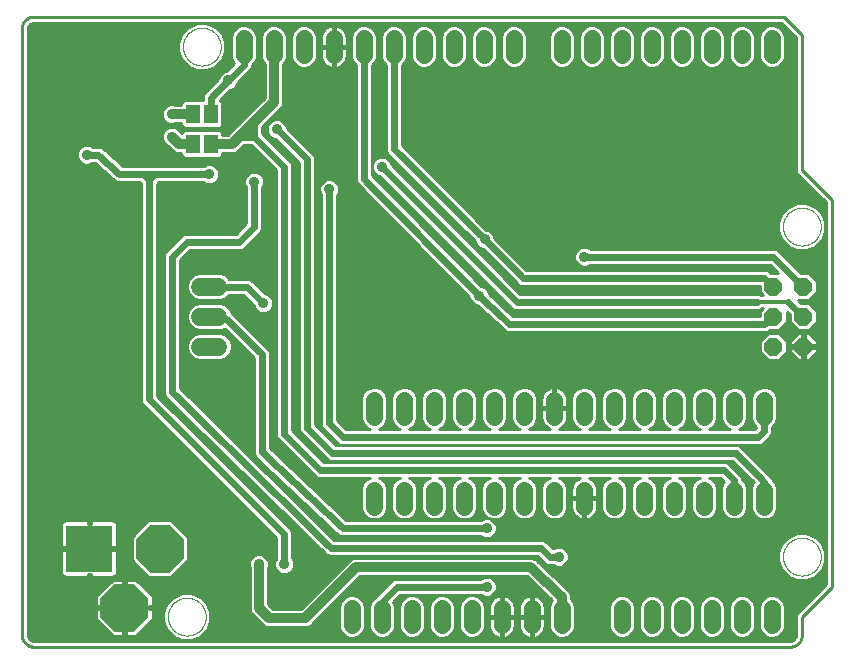
<source format=gbl>
G75*
%MOIN*%
%OFA0B0*%
%FSLAX25Y25*%
%IPPOS*%
%LPD*%
%AMOC8*
5,1,8,0,0,1.08239X$1,22.5*
%
%ADD10C,0.01000*%
%ADD11C,0.00000*%
%ADD12C,0.05600*%
%ADD13OC8,0.06102*%
%ADD14OC8,0.15748*%
%ADD15R,0.15748X0.15748*%
%ADD16C,0.07677*%
%ADD17C,0.06000*%
%ADD18R,0.04600X0.06300*%
%ADD19C,0.02400*%
%ADD20C,0.03562*%
%ADD21C,0.01200*%
%ADD22C,0.03200*%
D10*
X0081798Y0009437D02*
X0081798Y0211563D01*
X0083798Y0211563D02*
X0083835Y0211941D01*
X0084124Y0212639D01*
X0084659Y0213174D01*
X0085357Y0213463D01*
X0085735Y0213500D01*
X0334970Y0213500D01*
X0339798Y0208672D01*
X0339798Y0163672D01*
X0340970Y0162500D01*
X0349798Y0153672D01*
X0349798Y0026328D01*
X0340970Y0017500D01*
X0339798Y0016328D01*
X0339798Y0009437D01*
X0339761Y0009059D01*
X0339472Y0008361D01*
X0338937Y0007826D01*
X0338239Y0007537D01*
X0337861Y0007500D01*
X0085735Y0007500D01*
X0085357Y0007537D01*
X0084659Y0007826D01*
X0084124Y0008361D01*
X0083835Y0009059D01*
X0083798Y0009437D01*
X0083798Y0211563D01*
X0083798Y0211193D02*
X0136462Y0211193D01*
X0137380Y0212112D02*
X0135186Y0209918D01*
X0133999Y0207051D01*
X0133999Y0203949D01*
X0135186Y0201082D01*
X0137380Y0198888D01*
X0140247Y0197701D01*
X0143349Y0197701D01*
X0146216Y0198888D01*
X0148410Y0201082D01*
X0149597Y0203949D01*
X0149597Y0207051D01*
X0148410Y0209918D01*
X0146216Y0212112D01*
X0143349Y0213299D01*
X0140247Y0213299D01*
X0137380Y0212112D01*
X0137573Y0212192D02*
X0083939Y0212192D01*
X0084699Y0213190D02*
X0139984Y0213190D01*
X0143612Y0213190D02*
X0335279Y0213190D01*
X0336278Y0212192D02*
X0333639Y0212192D01*
X0334234Y0211945D02*
X0332653Y0212600D01*
X0330943Y0212600D01*
X0329362Y0211945D01*
X0328153Y0210736D01*
X0327498Y0209155D01*
X0327498Y0201845D01*
X0328153Y0200264D01*
X0329362Y0199055D01*
X0330943Y0198400D01*
X0332653Y0198400D01*
X0334234Y0199055D01*
X0335443Y0200264D01*
X0336098Y0201845D01*
X0336098Y0209155D01*
X0335443Y0210736D01*
X0334234Y0211945D01*
X0334986Y0211193D02*
X0337276Y0211193D01*
X0338275Y0210195D02*
X0335667Y0210195D01*
X0336081Y0209196D02*
X0339273Y0209196D01*
X0339798Y0208198D02*
X0336098Y0208198D01*
X0336098Y0207199D02*
X0339798Y0207199D01*
X0339798Y0206201D02*
X0336098Y0206201D01*
X0336098Y0205202D02*
X0339798Y0205202D01*
X0339798Y0204204D02*
X0336098Y0204204D01*
X0336098Y0203205D02*
X0339798Y0203205D01*
X0339798Y0202207D02*
X0336098Y0202207D01*
X0335834Y0201208D02*
X0339798Y0201208D01*
X0339798Y0200210D02*
X0335389Y0200210D01*
X0334390Y0199211D02*
X0339798Y0199211D01*
X0339798Y0198213D02*
X0208498Y0198213D01*
X0208498Y0199211D02*
X0213206Y0199211D01*
X0213362Y0199055D02*
X0214943Y0198400D01*
X0216653Y0198400D01*
X0218234Y0199055D01*
X0219443Y0200264D01*
X0220098Y0201845D01*
X0220098Y0209155D01*
X0219443Y0210736D01*
X0218234Y0211945D01*
X0216653Y0212600D01*
X0214943Y0212600D01*
X0213362Y0211945D01*
X0212153Y0210736D01*
X0211498Y0209155D01*
X0211498Y0201845D01*
X0212153Y0200264D01*
X0213362Y0199055D01*
X0212207Y0200210D02*
X0209389Y0200210D01*
X0209443Y0200264D02*
X0210098Y0201845D01*
X0210098Y0209155D01*
X0209443Y0210736D01*
X0208234Y0211945D01*
X0206653Y0212600D01*
X0204943Y0212600D01*
X0203362Y0211945D01*
X0202153Y0210736D01*
X0201498Y0209155D01*
X0201498Y0201845D01*
X0202153Y0200264D01*
X0203098Y0199319D01*
X0203098Y0170963D01*
X0203509Y0169971D01*
X0204269Y0169211D01*
X0232767Y0140713D01*
X0232767Y0140597D01*
X0233266Y0139391D01*
X0234189Y0138468D01*
X0235395Y0137969D01*
X0235511Y0137969D01*
X0246509Y0126971D01*
X0247269Y0126211D01*
X0248261Y0125800D01*
X0327747Y0125800D01*
X0327747Y0123615D01*
X0328762Y0122600D01*
X0328516Y0122600D01*
X0328327Y0122789D01*
X0327335Y0123200D01*
X0247916Y0123200D01*
X0205079Y0166037D01*
X0205079Y0166153D01*
X0204580Y0167359D01*
X0203657Y0168282D01*
X0202451Y0168781D01*
X0201145Y0168781D01*
X0199939Y0168282D01*
X0199016Y0167359D01*
X0198517Y0166153D01*
X0198517Y0164847D01*
X0199016Y0163641D01*
X0199939Y0162718D01*
X0201145Y0162219D01*
X0201261Y0162219D01*
X0245269Y0118211D01*
X0246261Y0117800D01*
X0327335Y0117800D01*
X0328327Y0118211D01*
X0328516Y0118400D01*
X0328762Y0118400D01*
X0327747Y0117385D01*
X0327747Y0115700D01*
X0245416Y0115700D01*
X0244053Y0117064D01*
X0244033Y0117107D01*
X0243674Y0117442D01*
X0243327Y0117789D01*
X0243283Y0117807D01*
X0237579Y0123131D01*
X0237579Y0123153D01*
X0237080Y0124359D01*
X0236157Y0125282D01*
X0234951Y0125781D01*
X0234853Y0125781D01*
X0198498Y0162608D01*
X0198498Y0199319D01*
X0199443Y0200264D01*
X0200098Y0201845D01*
X0200098Y0209155D01*
X0199443Y0210736D01*
X0198234Y0211945D01*
X0196653Y0212600D01*
X0194943Y0212600D01*
X0193362Y0211945D01*
X0192153Y0210736D01*
X0191498Y0209155D01*
X0191498Y0201845D01*
X0192153Y0200264D01*
X0193098Y0199319D01*
X0193098Y0161509D01*
X0193095Y0160980D01*
X0193098Y0160972D01*
X0193098Y0160963D01*
X0193300Y0160475D01*
X0193499Y0159985D01*
X0193506Y0159979D01*
X0193509Y0159971D01*
X0193883Y0159597D01*
X0231017Y0121980D01*
X0231017Y0121847D01*
X0231516Y0120641D01*
X0232439Y0119718D01*
X0233645Y0119219D01*
X0233856Y0119219D01*
X0239922Y0113558D01*
X0242769Y0110711D01*
X0243761Y0110300D01*
X0329835Y0110300D01*
X0330827Y0110711D01*
X0331065Y0110949D01*
X0334183Y0110949D01*
X0336849Y0113615D01*
X0336849Y0117130D01*
X0337747Y0116233D01*
X0337747Y0113615D01*
X0340413Y0110949D01*
X0344183Y0110949D01*
X0346849Y0113615D01*
X0346849Y0117385D01*
X0344183Y0120051D01*
X0341565Y0120051D01*
X0340668Y0120949D01*
X0344183Y0120949D01*
X0346849Y0123615D01*
X0346849Y0127385D01*
X0344183Y0130051D01*
X0341565Y0130051D01*
X0333827Y0137789D01*
X0332835Y0138200D01*
X0271238Y0138200D01*
X0271157Y0138282D01*
X0269951Y0138781D01*
X0268645Y0138781D01*
X0267439Y0138282D01*
X0266516Y0137359D01*
X0266017Y0136153D01*
X0266017Y0134847D01*
X0266516Y0133641D01*
X0267439Y0132718D01*
X0268645Y0132219D01*
X0269951Y0132219D01*
X0271157Y0132718D01*
X0271238Y0132800D01*
X0331180Y0132800D01*
X0333928Y0130051D01*
X0331565Y0130051D01*
X0330827Y0130789D01*
X0329835Y0131200D01*
X0249916Y0131200D01*
X0239329Y0141787D01*
X0239329Y0141903D01*
X0238830Y0143109D01*
X0237907Y0144032D01*
X0236701Y0144531D01*
X0236585Y0144531D01*
X0208498Y0172618D01*
X0208498Y0199319D01*
X0209443Y0200264D01*
X0209834Y0201208D02*
X0211762Y0201208D01*
X0211498Y0202207D02*
X0210098Y0202207D01*
X0210098Y0203205D02*
X0211498Y0203205D01*
X0211498Y0204204D02*
X0210098Y0204204D01*
X0210098Y0205202D02*
X0211498Y0205202D01*
X0211498Y0206201D02*
X0210098Y0206201D01*
X0210098Y0207199D02*
X0211498Y0207199D01*
X0211498Y0208198D02*
X0210098Y0208198D01*
X0210081Y0209196D02*
X0211515Y0209196D01*
X0211929Y0210195D02*
X0209667Y0210195D01*
X0208986Y0211193D02*
X0212610Y0211193D01*
X0213957Y0212192D02*
X0207639Y0212192D01*
X0203957Y0212192D02*
X0197639Y0212192D01*
X0198986Y0211193D02*
X0202610Y0211193D01*
X0201929Y0210195D02*
X0199667Y0210195D01*
X0200081Y0209196D02*
X0201515Y0209196D01*
X0201498Y0208198D02*
X0200098Y0208198D01*
X0200098Y0207199D02*
X0201498Y0207199D01*
X0201498Y0206201D02*
X0200098Y0206201D01*
X0200098Y0205202D02*
X0201498Y0205202D01*
X0201498Y0204204D02*
X0200098Y0204204D01*
X0200098Y0203205D02*
X0201498Y0203205D01*
X0201498Y0202207D02*
X0200098Y0202207D01*
X0199834Y0201208D02*
X0201762Y0201208D01*
X0202207Y0200210D02*
X0199389Y0200210D01*
X0198498Y0199211D02*
X0203098Y0199211D01*
X0203098Y0198213D02*
X0198498Y0198213D01*
X0198498Y0197214D02*
X0203098Y0197214D01*
X0203098Y0196216D02*
X0198498Y0196216D01*
X0198498Y0195217D02*
X0203098Y0195217D01*
X0203098Y0194219D02*
X0198498Y0194219D01*
X0198498Y0193220D02*
X0203098Y0193220D01*
X0203098Y0192222D02*
X0198498Y0192222D01*
X0198498Y0191223D02*
X0203098Y0191223D01*
X0203098Y0190225D02*
X0198498Y0190225D01*
X0198498Y0189226D02*
X0203098Y0189226D01*
X0203098Y0188228D02*
X0198498Y0188228D01*
X0198498Y0187229D02*
X0203098Y0187229D01*
X0203098Y0186231D02*
X0198498Y0186231D01*
X0198498Y0185232D02*
X0203098Y0185232D01*
X0203098Y0184234D02*
X0198498Y0184234D01*
X0198498Y0183235D02*
X0203098Y0183235D01*
X0203098Y0182237D02*
X0198498Y0182237D01*
X0198498Y0181238D02*
X0203098Y0181238D01*
X0203098Y0180239D02*
X0198498Y0180239D01*
X0198498Y0179241D02*
X0203098Y0179241D01*
X0203098Y0178242D02*
X0198498Y0178242D01*
X0198498Y0177244D02*
X0203098Y0177244D01*
X0203098Y0176245D02*
X0198498Y0176245D01*
X0198498Y0175247D02*
X0203098Y0175247D01*
X0203098Y0174248D02*
X0198498Y0174248D01*
X0198498Y0173250D02*
X0203098Y0173250D01*
X0203098Y0172251D02*
X0198498Y0172251D01*
X0198498Y0171253D02*
X0203098Y0171253D01*
X0203391Y0170254D02*
X0198498Y0170254D01*
X0198498Y0169256D02*
X0204224Y0169256D01*
X0203681Y0168257D02*
X0205222Y0168257D01*
X0204621Y0167259D02*
X0206221Y0167259D01*
X0207219Y0166260D02*
X0205034Y0166260D01*
X0205855Y0165262D02*
X0208218Y0165262D01*
X0209216Y0164263D02*
X0206853Y0164263D01*
X0207852Y0163265D02*
X0210215Y0163265D01*
X0211213Y0162266D02*
X0208850Y0162266D01*
X0209849Y0161268D02*
X0212212Y0161268D01*
X0213210Y0160269D02*
X0210847Y0160269D01*
X0211846Y0159271D02*
X0214209Y0159271D01*
X0215207Y0158272D02*
X0212844Y0158272D01*
X0213843Y0157274D02*
X0216206Y0157274D01*
X0217204Y0156275D02*
X0214841Y0156275D01*
X0215840Y0155277D02*
X0218203Y0155277D01*
X0219201Y0154278D02*
X0216838Y0154278D01*
X0217837Y0153280D02*
X0220200Y0153280D01*
X0221198Y0152281D02*
X0218835Y0152281D01*
X0219834Y0151283D02*
X0222197Y0151283D01*
X0223195Y0150284D02*
X0220832Y0150284D01*
X0221831Y0149286D02*
X0224194Y0149286D01*
X0225192Y0148287D02*
X0222829Y0148287D01*
X0223828Y0147289D02*
X0226191Y0147289D01*
X0227190Y0146290D02*
X0224826Y0146290D01*
X0225825Y0145292D02*
X0228188Y0145292D01*
X0229187Y0144293D02*
X0226823Y0144293D01*
X0227822Y0143295D02*
X0230185Y0143295D01*
X0231184Y0142296D02*
X0228820Y0142296D01*
X0229819Y0141298D02*
X0232182Y0141298D01*
X0232890Y0140299D02*
X0230817Y0140299D01*
X0231816Y0139301D02*
X0233357Y0139301D01*
X0232814Y0138302D02*
X0234591Y0138302D01*
X0233813Y0137303D02*
X0236176Y0137303D01*
X0237175Y0136305D02*
X0234811Y0136305D01*
X0235810Y0135306D02*
X0238173Y0135306D01*
X0239172Y0134308D02*
X0236808Y0134308D01*
X0237807Y0133309D02*
X0240170Y0133309D01*
X0241169Y0132311D02*
X0238805Y0132311D01*
X0239804Y0131312D02*
X0242167Y0131312D01*
X0243166Y0130314D02*
X0240802Y0130314D01*
X0241801Y0129315D02*
X0244164Y0129315D01*
X0245163Y0128317D02*
X0242799Y0128317D01*
X0243798Y0127318D02*
X0246161Y0127318D01*
X0247160Y0126320D02*
X0244796Y0126320D01*
X0245795Y0125321D02*
X0327747Y0125321D01*
X0327747Y0124323D02*
X0246794Y0124323D01*
X0247792Y0123324D02*
X0328037Y0123324D01*
X0328448Y0118332D02*
X0328693Y0118332D01*
X0327747Y0117333D02*
X0243791Y0117333D01*
X0244782Y0116335D02*
X0327747Y0116335D01*
X0334577Y0111342D02*
X0340019Y0111342D01*
X0340413Y0110051D02*
X0337747Y0107385D01*
X0337747Y0105935D01*
X0341863Y0105935D01*
X0341863Y0110051D01*
X0340413Y0110051D01*
X0339707Y0109345D02*
X0334889Y0109345D01*
X0334183Y0110051D02*
X0330413Y0110051D01*
X0327747Y0107385D01*
X0327747Y0103615D01*
X0330413Y0100949D01*
X0334183Y0100949D01*
X0336849Y0103615D01*
X0336849Y0107385D01*
X0334183Y0110051D01*
X0335888Y0108347D02*
X0338708Y0108347D01*
X0337747Y0107348D02*
X0336849Y0107348D01*
X0336849Y0106350D02*
X0337747Y0106350D01*
X0337747Y0105065D02*
X0337747Y0103615D01*
X0340413Y0100949D01*
X0341863Y0100949D01*
X0341863Y0105065D01*
X0342733Y0105065D01*
X0342733Y0105935D01*
X0341863Y0105935D01*
X0341863Y0105065D01*
X0337747Y0105065D01*
X0337747Y0104353D02*
X0336849Y0104353D01*
X0336849Y0105351D02*
X0341863Y0105351D01*
X0342733Y0105351D02*
X0349798Y0105351D01*
X0349798Y0104353D02*
X0346849Y0104353D01*
X0346849Y0105065D02*
X0342733Y0105065D01*
X0342733Y0100949D01*
X0344183Y0100949D01*
X0346849Y0103615D01*
X0346849Y0105065D01*
X0346849Y0105935D02*
X0346849Y0107385D01*
X0344183Y0110051D01*
X0342733Y0110051D01*
X0342733Y0105935D01*
X0346849Y0105935D01*
X0346849Y0106350D02*
X0349798Y0106350D01*
X0349798Y0107348D02*
X0346849Y0107348D01*
X0345888Y0108347D02*
X0349798Y0108347D01*
X0349798Y0109345D02*
X0344889Y0109345D01*
X0344577Y0111342D02*
X0349798Y0111342D01*
X0349798Y0110344D02*
X0329941Y0110344D01*
X0329707Y0109345D02*
X0186998Y0109345D01*
X0186998Y0108347D02*
X0328708Y0108347D01*
X0327747Y0107348D02*
X0186998Y0107348D01*
X0186998Y0106350D02*
X0327747Y0106350D01*
X0327747Y0105351D02*
X0186998Y0105351D01*
X0186998Y0104353D02*
X0327747Y0104353D01*
X0328008Y0103354D02*
X0186998Y0103354D01*
X0186998Y0102356D02*
X0329006Y0102356D01*
X0330005Y0101357D02*
X0186998Y0101357D01*
X0186998Y0100359D02*
X0349798Y0100359D01*
X0349798Y0101357D02*
X0344591Y0101357D01*
X0345590Y0102356D02*
X0349798Y0102356D01*
X0349798Y0103354D02*
X0346588Y0103354D01*
X0342733Y0103354D02*
X0341863Y0103354D01*
X0341863Y0102356D02*
X0342733Y0102356D01*
X0342733Y0101357D02*
X0341863Y0101357D01*
X0340005Y0101357D02*
X0334591Y0101357D01*
X0335590Y0102356D02*
X0339006Y0102356D01*
X0338008Y0103354D02*
X0336588Y0103354D01*
X0341863Y0104353D02*
X0342733Y0104353D01*
X0342733Y0106350D02*
X0341863Y0106350D01*
X0341863Y0107348D02*
X0342733Y0107348D01*
X0342733Y0108347D02*
X0341863Y0108347D01*
X0341863Y0109345D02*
X0342733Y0109345D01*
X0345575Y0112341D02*
X0349798Y0112341D01*
X0349798Y0113339D02*
X0346574Y0113339D01*
X0346849Y0114338D02*
X0349798Y0114338D01*
X0349798Y0115336D02*
X0346849Y0115336D01*
X0346849Y0116335D02*
X0349798Y0116335D01*
X0349798Y0117333D02*
X0346849Y0117333D01*
X0345903Y0118332D02*
X0349798Y0118332D01*
X0349798Y0119330D02*
X0344904Y0119330D01*
X0344562Y0121327D02*
X0349798Y0121327D01*
X0349798Y0120329D02*
X0341288Y0120329D01*
X0345560Y0122326D02*
X0349798Y0122326D01*
X0349798Y0123324D02*
X0346559Y0123324D01*
X0346849Y0124323D02*
X0349798Y0124323D01*
X0349798Y0125321D02*
X0346849Y0125321D01*
X0346849Y0126320D02*
X0349798Y0126320D01*
X0349798Y0127318D02*
X0346849Y0127318D01*
X0345917Y0128317D02*
X0349798Y0128317D01*
X0349798Y0129315D02*
X0344919Y0129315D01*
X0341302Y0130314D02*
X0349798Y0130314D01*
X0349798Y0131312D02*
X0340304Y0131312D01*
X0339305Y0132311D02*
X0349798Y0132311D01*
X0349798Y0133309D02*
X0338307Y0133309D01*
X0337308Y0134308D02*
X0349798Y0134308D01*
X0349798Y0135306D02*
X0336310Y0135306D01*
X0335311Y0136305D02*
X0349798Y0136305D01*
X0349798Y0137303D02*
X0334313Y0137303D01*
X0336968Y0139301D02*
X0241816Y0139301D01*
X0240817Y0140299D02*
X0335969Y0140299D01*
X0335186Y0141082D02*
X0333999Y0143949D01*
X0333999Y0147051D01*
X0335186Y0149918D01*
X0337380Y0152112D01*
X0340247Y0153299D01*
X0343349Y0153299D01*
X0346216Y0152112D01*
X0348410Y0149918D01*
X0349597Y0147051D01*
X0349597Y0143949D01*
X0348410Y0141082D01*
X0346216Y0138888D01*
X0343349Y0137701D01*
X0340247Y0137701D01*
X0337380Y0138888D01*
X0335186Y0141082D01*
X0335097Y0141298D02*
X0239819Y0141298D01*
X0239166Y0142296D02*
X0334683Y0142296D01*
X0334270Y0143295D02*
X0238644Y0143295D01*
X0237275Y0144293D02*
X0333999Y0144293D01*
X0333999Y0145292D02*
X0235825Y0145292D01*
X0234826Y0146290D02*
X0333999Y0146290D01*
X0334097Y0147289D02*
X0233828Y0147289D01*
X0232829Y0148287D02*
X0334511Y0148287D01*
X0334924Y0149286D02*
X0231831Y0149286D01*
X0230832Y0150284D02*
X0335552Y0150284D01*
X0336551Y0151283D02*
X0229834Y0151283D01*
X0228835Y0152281D02*
X0337789Y0152281D01*
X0340199Y0153280D02*
X0227837Y0153280D01*
X0226838Y0154278D02*
X0349191Y0154278D01*
X0349798Y0153280D02*
X0343396Y0153280D01*
X0345807Y0152281D02*
X0349798Y0152281D01*
X0349798Y0151283D02*
X0347045Y0151283D01*
X0348044Y0150284D02*
X0349798Y0150284D01*
X0349798Y0149286D02*
X0348672Y0149286D01*
X0349085Y0148287D02*
X0349798Y0148287D01*
X0349798Y0147289D02*
X0349499Y0147289D01*
X0349597Y0146290D02*
X0349798Y0146290D01*
X0349798Y0145292D02*
X0349597Y0145292D01*
X0349597Y0144293D02*
X0349798Y0144293D01*
X0349798Y0143295D02*
X0349326Y0143295D01*
X0348913Y0142296D02*
X0349798Y0142296D01*
X0349798Y0141298D02*
X0348499Y0141298D01*
X0347627Y0140299D02*
X0349798Y0140299D01*
X0349798Y0139301D02*
X0346628Y0139301D01*
X0344801Y0138302D02*
X0349798Y0138302D01*
X0338795Y0138302D02*
X0271107Y0138302D01*
X0267489Y0138302D02*
X0242814Y0138302D01*
X0243813Y0137303D02*
X0266494Y0137303D01*
X0266080Y0136305D02*
X0244811Y0136305D01*
X0245810Y0135306D02*
X0266017Y0135306D01*
X0266240Y0134308D02*
X0246808Y0134308D01*
X0247807Y0133309D02*
X0266848Y0133309D01*
X0268423Y0132311D02*
X0248805Y0132311D01*
X0249804Y0131312D02*
X0332667Y0131312D01*
X0333666Y0130314D02*
X0331302Y0130314D01*
X0331669Y0132311D02*
X0270173Y0132311D01*
X0245148Y0118332D02*
X0242721Y0118332D01*
X0241651Y0119330D02*
X0244149Y0119330D01*
X0243151Y0120329D02*
X0240581Y0120329D01*
X0239512Y0121327D02*
X0242152Y0121327D01*
X0241154Y0122326D02*
X0238442Y0122326D01*
X0237508Y0123324D02*
X0240155Y0123324D01*
X0239157Y0124323D02*
X0237094Y0124323D01*
X0236061Y0125321D02*
X0238158Y0125321D01*
X0237160Y0126320D02*
X0234321Y0126320D01*
X0233335Y0127318D02*
X0236161Y0127318D01*
X0235163Y0128317D02*
X0232350Y0128317D01*
X0231364Y0129315D02*
X0234164Y0129315D01*
X0233166Y0130314D02*
X0230378Y0130314D01*
X0229392Y0131312D02*
X0232167Y0131312D01*
X0231169Y0132311D02*
X0228407Y0132311D01*
X0227421Y0133309D02*
X0230170Y0133309D01*
X0229172Y0134308D02*
X0226435Y0134308D01*
X0225450Y0135306D02*
X0228173Y0135306D01*
X0227175Y0136305D02*
X0224464Y0136305D01*
X0223478Y0137303D02*
X0226176Y0137303D01*
X0225178Y0138302D02*
X0222493Y0138302D01*
X0221507Y0139301D02*
X0224179Y0139301D01*
X0223181Y0140299D02*
X0220521Y0140299D01*
X0219535Y0141298D02*
X0222182Y0141298D01*
X0221184Y0142296D02*
X0218550Y0142296D01*
X0217564Y0143295D02*
X0220185Y0143295D01*
X0219187Y0144293D02*
X0216578Y0144293D01*
X0215593Y0145292D02*
X0218188Y0145292D01*
X0217190Y0146290D02*
X0214607Y0146290D01*
X0213621Y0147289D02*
X0216191Y0147289D01*
X0215192Y0148287D02*
X0212635Y0148287D01*
X0211650Y0149286D02*
X0214194Y0149286D01*
X0213195Y0150284D02*
X0210664Y0150284D01*
X0209678Y0151283D02*
X0212197Y0151283D01*
X0211198Y0152281D02*
X0208693Y0152281D01*
X0207707Y0153280D02*
X0210200Y0153280D01*
X0209201Y0154278D02*
X0206721Y0154278D01*
X0205735Y0155277D02*
X0208203Y0155277D01*
X0207204Y0156275D02*
X0204750Y0156275D01*
X0203764Y0157274D02*
X0206206Y0157274D01*
X0205207Y0158272D02*
X0202778Y0158272D01*
X0201793Y0159271D02*
X0204209Y0159271D01*
X0203210Y0160269D02*
X0200807Y0160269D01*
X0199821Y0161268D02*
X0202212Y0161268D01*
X0201031Y0162266D02*
X0198835Y0162266D01*
X0198498Y0163265D02*
X0199393Y0163265D01*
X0198759Y0164263D02*
X0198498Y0164263D01*
X0198498Y0165262D02*
X0198517Y0165262D01*
X0198498Y0166260D02*
X0198562Y0166260D01*
X0198498Y0167259D02*
X0198975Y0167259D01*
X0198498Y0168257D02*
X0199915Y0168257D01*
X0193098Y0168257D02*
X0179498Y0168257D01*
X0179498Y0168537D02*
X0179087Y0169529D01*
X0170079Y0178537D01*
X0170079Y0178653D01*
X0169580Y0179859D01*
X0168657Y0180782D01*
X0167451Y0181281D01*
X0166145Y0181281D01*
X0164939Y0180782D01*
X0164016Y0179859D01*
X0163517Y0178653D01*
X0163517Y0177347D01*
X0164016Y0176141D01*
X0164939Y0175218D01*
X0166145Y0174719D01*
X0166261Y0174719D01*
X0174098Y0166882D01*
X0174098Y0077963D01*
X0174509Y0076971D01*
X0183769Y0067711D01*
X0184761Y0067300D01*
X0318680Y0067300D01*
X0325698Y0060281D01*
X0325653Y0060236D01*
X0324998Y0058655D01*
X0324998Y0051345D01*
X0325653Y0049764D01*
X0326862Y0048555D01*
X0328443Y0047900D01*
X0330153Y0047900D01*
X0331734Y0048555D01*
X0332943Y0049764D01*
X0333598Y0051345D01*
X0333598Y0058655D01*
X0332943Y0060236D01*
X0331896Y0061283D01*
X0331587Y0062029D01*
X0330827Y0062789D01*
X0321327Y0072289D01*
X0320335Y0072700D01*
X0186416Y0072700D01*
X0179498Y0079618D01*
X0179498Y0168537D01*
X0179200Y0169256D02*
X0193098Y0169256D01*
X0193098Y0170254D02*
X0178362Y0170254D01*
X0177363Y0171253D02*
X0193098Y0171253D01*
X0193098Y0172251D02*
X0176365Y0172251D01*
X0175366Y0173250D02*
X0193098Y0173250D01*
X0193098Y0174248D02*
X0174368Y0174248D01*
X0173369Y0175247D02*
X0193098Y0175247D01*
X0193098Y0176245D02*
X0172371Y0176245D01*
X0171372Y0177244D02*
X0193098Y0177244D01*
X0193098Y0178242D02*
X0170374Y0178242D01*
X0169835Y0179241D02*
X0193098Y0179241D01*
X0193098Y0180239D02*
X0169199Y0180239D01*
X0167555Y0181238D02*
X0193098Y0181238D01*
X0193098Y0182237D02*
X0165419Y0182237D01*
X0166041Y0181238D02*
X0164420Y0181238D01*
X0164397Y0180239D02*
X0163422Y0180239D01*
X0163761Y0179241D02*
X0162423Y0179241D01*
X0161998Y0178816D02*
X0167554Y0184372D01*
X0168426Y0185244D01*
X0168898Y0186383D01*
X0168898Y0199719D01*
X0169443Y0200264D01*
X0170098Y0201845D01*
X0170098Y0209155D01*
X0169443Y0210736D01*
X0168234Y0211945D01*
X0166653Y0212600D01*
X0164943Y0212600D01*
X0163362Y0211945D01*
X0162153Y0210736D01*
X0161498Y0209155D01*
X0161498Y0201845D01*
X0162153Y0200264D01*
X0162698Y0199719D01*
X0162698Y0188284D01*
X0156670Y0182256D01*
X0154170Y0179756D01*
X0151670Y0177256D01*
X0150514Y0176100D01*
X0148598Y0176100D01*
X0148598Y0176771D01*
X0147719Y0177650D01*
X0141877Y0177650D01*
X0141798Y0177571D01*
X0141719Y0177650D01*
X0135877Y0177650D01*
X0134998Y0176771D01*
X0134998Y0176684D01*
X0134761Y0176921D01*
X0134580Y0177359D01*
X0133657Y0178282D01*
X0132451Y0178781D01*
X0131145Y0178781D01*
X0129939Y0178282D01*
X0129016Y0177359D01*
X0128517Y0176153D01*
X0128517Y0174847D01*
X0129016Y0173641D01*
X0129939Y0172718D01*
X0130377Y0172537D01*
X0132542Y0170372D01*
X0133681Y0169900D01*
X0134998Y0169900D01*
X0134998Y0169229D01*
X0135877Y0168350D01*
X0141719Y0168350D01*
X0141798Y0168429D01*
X0141877Y0168350D01*
X0147719Y0168350D01*
X0148598Y0169229D01*
X0148598Y0169900D01*
X0152415Y0169900D01*
X0153554Y0170372D01*
X0155982Y0172800D01*
X0158180Y0172800D01*
X0166598Y0164382D01*
X0166598Y0075963D01*
X0167009Y0074971D01*
X0179769Y0062211D01*
X0180761Y0061800D01*
X0197718Y0061800D01*
X0196862Y0061445D01*
X0195653Y0060236D01*
X0194998Y0058655D01*
X0194998Y0051345D01*
X0195653Y0049764D01*
X0196862Y0048555D01*
X0198443Y0047900D01*
X0200153Y0047900D01*
X0201734Y0048555D01*
X0202943Y0049764D01*
X0203598Y0051345D01*
X0203598Y0058655D01*
X0202943Y0060236D01*
X0201734Y0061445D01*
X0200878Y0061800D01*
X0207718Y0061800D01*
X0206862Y0061445D01*
X0205653Y0060236D01*
X0204998Y0058655D01*
X0204998Y0051345D01*
X0205653Y0049764D01*
X0206862Y0048555D01*
X0208443Y0047900D01*
X0210153Y0047900D01*
X0211734Y0048555D01*
X0212943Y0049764D01*
X0213598Y0051345D01*
X0213598Y0058655D01*
X0212943Y0060236D01*
X0211734Y0061445D01*
X0210878Y0061800D01*
X0217718Y0061800D01*
X0216862Y0061445D01*
X0215653Y0060236D01*
X0214998Y0058655D01*
X0214998Y0051345D01*
X0215653Y0049764D01*
X0216862Y0048555D01*
X0218443Y0047900D01*
X0220153Y0047900D01*
X0221734Y0048555D01*
X0222943Y0049764D01*
X0223598Y0051345D01*
X0223598Y0058655D01*
X0222943Y0060236D01*
X0221734Y0061445D01*
X0220878Y0061800D01*
X0227718Y0061800D01*
X0226862Y0061445D01*
X0225653Y0060236D01*
X0224998Y0058655D01*
X0224998Y0051345D01*
X0225653Y0049764D01*
X0226862Y0048555D01*
X0228443Y0047900D01*
X0230153Y0047900D01*
X0231734Y0048555D01*
X0232943Y0049764D01*
X0233598Y0051345D01*
X0233598Y0058655D01*
X0232943Y0060236D01*
X0231734Y0061445D01*
X0230878Y0061800D01*
X0237718Y0061800D01*
X0236862Y0061445D01*
X0235653Y0060236D01*
X0234998Y0058655D01*
X0234998Y0051345D01*
X0235653Y0049764D01*
X0236862Y0048555D01*
X0238443Y0047900D01*
X0240153Y0047900D01*
X0241734Y0048555D01*
X0242943Y0049764D01*
X0243598Y0051345D01*
X0243598Y0058655D01*
X0242943Y0060236D01*
X0241734Y0061445D01*
X0240878Y0061800D01*
X0247718Y0061800D01*
X0246862Y0061445D01*
X0245653Y0060236D01*
X0244998Y0058655D01*
X0244998Y0051345D01*
X0245653Y0049764D01*
X0246862Y0048555D01*
X0248443Y0047900D01*
X0250153Y0047900D01*
X0251734Y0048555D01*
X0252943Y0049764D01*
X0253598Y0051345D01*
X0253598Y0058655D01*
X0252943Y0060236D01*
X0251734Y0061445D01*
X0250878Y0061800D01*
X0257718Y0061800D01*
X0256862Y0061445D01*
X0255653Y0060236D01*
X0254998Y0058655D01*
X0254998Y0051345D01*
X0255653Y0049764D01*
X0256862Y0048555D01*
X0258443Y0047900D01*
X0260153Y0047900D01*
X0261734Y0048555D01*
X0262943Y0049764D01*
X0263598Y0051345D01*
X0263598Y0058655D01*
X0262943Y0060236D01*
X0261734Y0061445D01*
X0260878Y0061800D01*
X0267694Y0061800D01*
X0267647Y0061785D01*
X0267044Y0061478D01*
X0266497Y0061080D01*
X0266018Y0060601D01*
X0265620Y0060054D01*
X0265313Y0059451D01*
X0265104Y0058807D01*
X0264998Y0058138D01*
X0264998Y0055337D01*
X0268961Y0055337D01*
X0268961Y0054663D01*
X0264998Y0054663D01*
X0264998Y0051862D01*
X0265104Y0051193D01*
X0265313Y0050549D01*
X0265620Y0049946D01*
X0266018Y0049399D01*
X0266497Y0048920D01*
X0267044Y0048522D01*
X0267647Y0048215D01*
X0268291Y0048006D01*
X0268960Y0047900D01*
X0268961Y0047900D01*
X0268961Y0054663D01*
X0269635Y0054663D01*
X0269635Y0055337D01*
X0273598Y0055337D01*
X0273598Y0058138D01*
X0273492Y0058807D01*
X0273283Y0059451D01*
X0272976Y0060054D01*
X0272578Y0060601D01*
X0272099Y0061080D01*
X0271552Y0061478D01*
X0270949Y0061785D01*
X0270902Y0061800D01*
X0277718Y0061800D01*
X0276862Y0061445D01*
X0275653Y0060236D01*
X0274998Y0058655D01*
X0274998Y0051345D01*
X0275653Y0049764D01*
X0276862Y0048555D01*
X0278443Y0047900D01*
X0280153Y0047900D01*
X0281734Y0048555D01*
X0282943Y0049764D01*
X0283598Y0051345D01*
X0283598Y0058655D01*
X0282943Y0060236D01*
X0281734Y0061445D01*
X0280878Y0061800D01*
X0287718Y0061800D01*
X0286862Y0061445D01*
X0285653Y0060236D01*
X0284998Y0058655D01*
X0284998Y0051345D01*
X0285653Y0049764D01*
X0286862Y0048555D01*
X0288443Y0047900D01*
X0290153Y0047900D01*
X0291734Y0048555D01*
X0292943Y0049764D01*
X0293598Y0051345D01*
X0293598Y0058655D01*
X0292943Y0060236D01*
X0291734Y0061445D01*
X0290878Y0061800D01*
X0297718Y0061800D01*
X0296862Y0061445D01*
X0295653Y0060236D01*
X0294998Y0058655D01*
X0294998Y0051345D01*
X0295653Y0049764D01*
X0296862Y0048555D01*
X0298443Y0047900D01*
X0300153Y0047900D01*
X0301734Y0048555D01*
X0302943Y0049764D01*
X0303598Y0051345D01*
X0303598Y0058655D01*
X0302943Y0060236D01*
X0301734Y0061445D01*
X0300878Y0061800D01*
X0307718Y0061800D01*
X0306862Y0061445D01*
X0305653Y0060236D01*
X0304998Y0058655D01*
X0304998Y0051345D01*
X0305653Y0049764D01*
X0306862Y0048555D01*
X0308443Y0047900D01*
X0310153Y0047900D01*
X0311734Y0048555D01*
X0312943Y0049764D01*
X0313598Y0051345D01*
X0313598Y0058655D01*
X0312943Y0060236D01*
X0311734Y0061445D01*
X0310878Y0061800D01*
X0314680Y0061800D01*
X0315948Y0060531D01*
X0315653Y0060236D01*
X0314998Y0058655D01*
X0314998Y0051345D01*
X0315653Y0049764D01*
X0316862Y0048555D01*
X0318443Y0047900D01*
X0320153Y0047900D01*
X0321734Y0048555D01*
X0322943Y0049764D01*
X0323598Y0051345D01*
X0323598Y0058655D01*
X0322943Y0060236D01*
X0321998Y0061181D01*
X0321998Y0061537D01*
X0321587Y0062529D01*
X0317327Y0066789D01*
X0316335Y0067200D01*
X0182416Y0067200D01*
X0171998Y0077618D01*
X0171998Y0166037D01*
X0171587Y0167029D01*
X0161998Y0176618D01*
X0161998Y0178816D01*
X0161998Y0178242D02*
X0163517Y0178242D01*
X0163560Y0177244D02*
X0161998Y0177244D01*
X0162371Y0176245D02*
X0163973Y0176245D01*
X0163369Y0175247D02*
X0164911Y0175247D01*
X0164368Y0174248D02*
X0166731Y0174248D01*
X0167730Y0173250D02*
X0165366Y0173250D01*
X0166365Y0172251D02*
X0168728Y0172251D01*
X0169727Y0171253D02*
X0167363Y0171253D01*
X0168362Y0170254D02*
X0170725Y0170254D01*
X0171724Y0169256D02*
X0169360Y0169256D01*
X0170359Y0168257D02*
X0172722Y0168257D01*
X0173721Y0167259D02*
X0171358Y0167259D01*
X0171906Y0166260D02*
X0174098Y0166260D01*
X0174098Y0165262D02*
X0171998Y0165262D01*
X0171998Y0164263D02*
X0174098Y0164263D01*
X0174098Y0163265D02*
X0171998Y0163265D01*
X0171998Y0162266D02*
X0174098Y0162266D01*
X0174098Y0161268D02*
X0171998Y0161268D01*
X0171998Y0160269D02*
X0174098Y0160269D01*
X0174098Y0159271D02*
X0171998Y0159271D01*
X0171998Y0158272D02*
X0174098Y0158272D01*
X0174098Y0157274D02*
X0171998Y0157274D01*
X0171998Y0156275D02*
X0174098Y0156275D01*
X0174098Y0155277D02*
X0171998Y0155277D01*
X0171998Y0154278D02*
X0174098Y0154278D01*
X0174098Y0153280D02*
X0171998Y0153280D01*
X0171998Y0152281D02*
X0174098Y0152281D01*
X0174098Y0151283D02*
X0171998Y0151283D01*
X0171998Y0150284D02*
X0174098Y0150284D01*
X0174098Y0149286D02*
X0171998Y0149286D01*
X0171998Y0148287D02*
X0174098Y0148287D01*
X0174098Y0147289D02*
X0171998Y0147289D01*
X0171998Y0146290D02*
X0174098Y0146290D01*
X0174098Y0145292D02*
X0171998Y0145292D01*
X0171998Y0144293D02*
X0174098Y0144293D01*
X0174098Y0143295D02*
X0171998Y0143295D01*
X0171998Y0142296D02*
X0174098Y0142296D01*
X0174098Y0141298D02*
X0171998Y0141298D01*
X0171998Y0140299D02*
X0174098Y0140299D01*
X0174098Y0139301D02*
X0171998Y0139301D01*
X0171998Y0138302D02*
X0174098Y0138302D01*
X0174098Y0137303D02*
X0171998Y0137303D01*
X0171998Y0136305D02*
X0174098Y0136305D01*
X0174098Y0135306D02*
X0171998Y0135306D01*
X0171998Y0134308D02*
X0174098Y0134308D01*
X0174098Y0133309D02*
X0171998Y0133309D01*
X0171998Y0132311D02*
X0174098Y0132311D01*
X0174098Y0131312D02*
X0171998Y0131312D01*
X0171998Y0130314D02*
X0174098Y0130314D01*
X0174098Y0129315D02*
X0171998Y0129315D01*
X0171998Y0128317D02*
X0174098Y0128317D01*
X0174098Y0127318D02*
X0171998Y0127318D01*
X0171998Y0126320D02*
X0174098Y0126320D01*
X0174098Y0125321D02*
X0171998Y0125321D01*
X0171998Y0124323D02*
X0174098Y0124323D01*
X0174098Y0123324D02*
X0171998Y0123324D01*
X0171998Y0122326D02*
X0174098Y0122326D01*
X0174098Y0121327D02*
X0171998Y0121327D01*
X0171998Y0120329D02*
X0174098Y0120329D01*
X0174098Y0119330D02*
X0171998Y0119330D01*
X0171998Y0118332D02*
X0174098Y0118332D01*
X0174098Y0117333D02*
X0171998Y0117333D01*
X0171998Y0116335D02*
X0174098Y0116335D01*
X0174098Y0115336D02*
X0171998Y0115336D01*
X0171998Y0114338D02*
X0174098Y0114338D01*
X0174098Y0113339D02*
X0171998Y0113339D01*
X0171998Y0112341D02*
X0174098Y0112341D01*
X0174098Y0111342D02*
X0171998Y0111342D01*
X0171998Y0110344D02*
X0174098Y0110344D01*
X0174098Y0109345D02*
X0171998Y0109345D01*
X0171998Y0108347D02*
X0174098Y0108347D01*
X0174098Y0107348D02*
X0171998Y0107348D01*
X0171998Y0106350D02*
X0174098Y0106350D01*
X0174098Y0105351D02*
X0171998Y0105351D01*
X0171998Y0104353D02*
X0174098Y0104353D01*
X0174098Y0103354D02*
X0171998Y0103354D01*
X0171998Y0102356D02*
X0174098Y0102356D01*
X0174098Y0101357D02*
X0171998Y0101357D01*
X0171998Y0100359D02*
X0174098Y0100359D01*
X0174098Y0099360D02*
X0171998Y0099360D01*
X0171998Y0098362D02*
X0174098Y0098362D01*
X0174098Y0097363D02*
X0171998Y0097363D01*
X0171998Y0096365D02*
X0174098Y0096365D01*
X0174098Y0095366D02*
X0171998Y0095366D01*
X0171998Y0094368D02*
X0174098Y0094368D01*
X0174098Y0093369D02*
X0171998Y0093369D01*
X0171998Y0092370D02*
X0174098Y0092370D01*
X0174098Y0091372D02*
X0171998Y0091372D01*
X0171998Y0090373D02*
X0174098Y0090373D01*
X0174098Y0089375D02*
X0171998Y0089375D01*
X0171998Y0088376D02*
X0174098Y0088376D01*
X0174098Y0087378D02*
X0171998Y0087378D01*
X0171998Y0086379D02*
X0174098Y0086379D01*
X0174098Y0085381D02*
X0171998Y0085381D01*
X0171998Y0084382D02*
X0174098Y0084382D01*
X0174098Y0083384D02*
X0171998Y0083384D01*
X0171998Y0082385D02*
X0174098Y0082385D01*
X0174098Y0081387D02*
X0171998Y0081387D01*
X0171998Y0080388D02*
X0174098Y0080388D01*
X0174098Y0079390D02*
X0171998Y0079390D01*
X0171998Y0078391D02*
X0174098Y0078391D01*
X0174334Y0077393D02*
X0172224Y0077393D01*
X0173222Y0076394D02*
X0175085Y0076394D01*
X0174221Y0075396D02*
X0176084Y0075396D01*
X0175219Y0074397D02*
X0177082Y0074397D01*
X0176218Y0073399D02*
X0178081Y0073399D01*
X0177216Y0072400D02*
X0179079Y0072400D01*
X0178215Y0071402D02*
X0180078Y0071402D01*
X0179213Y0070403D02*
X0181076Y0070403D01*
X0180212Y0069405D02*
X0182075Y0069405D01*
X0181210Y0068406D02*
X0183073Y0068406D01*
X0182209Y0067408D02*
X0184501Y0067408D01*
X0187269Y0073211D02*
X0188261Y0072800D01*
X0327835Y0072800D01*
X0328827Y0073211D01*
X0331587Y0075971D01*
X0331998Y0076963D01*
X0331998Y0078819D01*
X0332943Y0079764D01*
X0333598Y0081345D01*
X0333598Y0088655D01*
X0332943Y0090236D01*
X0331734Y0091445D01*
X0330153Y0092100D01*
X0328443Y0092100D01*
X0326862Y0091445D01*
X0325653Y0090236D01*
X0324998Y0088655D01*
X0324998Y0081345D01*
X0325653Y0079764D01*
X0326598Y0078819D01*
X0326598Y0078618D01*
X0326180Y0078200D01*
X0320878Y0078200D01*
X0321734Y0078555D01*
X0322943Y0079764D01*
X0323598Y0081345D01*
X0323598Y0088655D01*
X0322943Y0090236D01*
X0321734Y0091445D01*
X0320153Y0092100D01*
X0318443Y0092100D01*
X0316862Y0091445D01*
X0315653Y0090236D01*
X0314998Y0088655D01*
X0314998Y0081345D01*
X0315653Y0079764D01*
X0316862Y0078555D01*
X0317718Y0078200D01*
X0310878Y0078200D01*
X0311734Y0078555D01*
X0312943Y0079764D01*
X0313598Y0081345D01*
X0313598Y0088655D01*
X0312943Y0090236D01*
X0311734Y0091445D01*
X0310153Y0092100D01*
X0308443Y0092100D01*
X0306862Y0091445D01*
X0305653Y0090236D01*
X0304998Y0088655D01*
X0304998Y0081345D01*
X0305653Y0079764D01*
X0306862Y0078555D01*
X0307718Y0078200D01*
X0300878Y0078200D01*
X0301734Y0078555D01*
X0302943Y0079764D01*
X0303598Y0081345D01*
X0303598Y0088655D01*
X0302943Y0090236D01*
X0301734Y0091445D01*
X0300153Y0092100D01*
X0298443Y0092100D01*
X0296862Y0091445D01*
X0295653Y0090236D01*
X0294998Y0088655D01*
X0294998Y0081345D01*
X0295653Y0079764D01*
X0296862Y0078555D01*
X0297718Y0078200D01*
X0290878Y0078200D01*
X0291734Y0078555D01*
X0292943Y0079764D01*
X0293598Y0081345D01*
X0293598Y0088655D01*
X0292943Y0090236D01*
X0291734Y0091445D01*
X0290153Y0092100D01*
X0288443Y0092100D01*
X0286862Y0091445D01*
X0285653Y0090236D01*
X0284998Y0088655D01*
X0284998Y0081345D01*
X0285653Y0079764D01*
X0286862Y0078555D01*
X0287718Y0078200D01*
X0280878Y0078200D01*
X0281734Y0078555D01*
X0282943Y0079764D01*
X0283598Y0081345D01*
X0283598Y0088655D01*
X0282943Y0090236D01*
X0281734Y0091445D01*
X0280153Y0092100D01*
X0278443Y0092100D01*
X0276862Y0091445D01*
X0275653Y0090236D01*
X0274998Y0088655D01*
X0274998Y0081345D01*
X0275653Y0079764D01*
X0276862Y0078555D01*
X0277718Y0078200D01*
X0270878Y0078200D01*
X0271734Y0078555D01*
X0272943Y0079764D01*
X0273598Y0081345D01*
X0273598Y0088655D01*
X0272943Y0090236D01*
X0271734Y0091445D01*
X0270153Y0092100D01*
X0268443Y0092100D01*
X0266862Y0091445D01*
X0265653Y0090236D01*
X0264998Y0088655D01*
X0264998Y0081345D01*
X0265653Y0079764D01*
X0266862Y0078555D01*
X0267718Y0078200D01*
X0260902Y0078200D01*
X0260949Y0078215D01*
X0261552Y0078522D01*
X0262099Y0078920D01*
X0262578Y0079399D01*
X0262976Y0079946D01*
X0263283Y0080549D01*
X0263492Y0081193D01*
X0263598Y0081862D01*
X0263598Y0084663D01*
X0259635Y0084663D01*
X0259635Y0085337D01*
X0258961Y0085337D01*
X0258961Y0092100D01*
X0258960Y0092100D01*
X0258291Y0091994D01*
X0257647Y0091785D01*
X0257044Y0091478D01*
X0256497Y0091080D01*
X0256018Y0090601D01*
X0255620Y0090054D01*
X0255313Y0089451D01*
X0255104Y0088807D01*
X0254998Y0088138D01*
X0254998Y0085337D01*
X0258961Y0085337D01*
X0258961Y0084663D01*
X0254998Y0084663D01*
X0254998Y0081862D01*
X0255104Y0081193D01*
X0255313Y0080549D01*
X0255620Y0079946D01*
X0256018Y0079399D01*
X0256497Y0078920D01*
X0257044Y0078522D01*
X0257647Y0078215D01*
X0257694Y0078200D01*
X0250878Y0078200D01*
X0251734Y0078555D01*
X0252943Y0079764D01*
X0253598Y0081345D01*
X0253598Y0088655D01*
X0252943Y0090236D01*
X0251734Y0091445D01*
X0250153Y0092100D01*
X0248443Y0092100D01*
X0246862Y0091445D01*
X0245653Y0090236D01*
X0244998Y0088655D01*
X0244998Y0081345D01*
X0245653Y0079764D01*
X0246862Y0078555D01*
X0247718Y0078200D01*
X0240878Y0078200D01*
X0241734Y0078555D01*
X0242943Y0079764D01*
X0243598Y0081345D01*
X0243598Y0088655D01*
X0242943Y0090236D01*
X0241734Y0091445D01*
X0240153Y0092100D01*
X0238443Y0092100D01*
X0236862Y0091445D01*
X0235653Y0090236D01*
X0234998Y0088655D01*
X0234998Y0081345D01*
X0235653Y0079764D01*
X0236862Y0078555D01*
X0237718Y0078200D01*
X0230878Y0078200D01*
X0231734Y0078555D01*
X0232943Y0079764D01*
X0233598Y0081345D01*
X0233598Y0088655D01*
X0232943Y0090236D01*
X0231734Y0091445D01*
X0230153Y0092100D01*
X0228443Y0092100D01*
X0226862Y0091445D01*
X0225653Y0090236D01*
X0224998Y0088655D01*
X0224998Y0081345D01*
X0225653Y0079764D01*
X0226862Y0078555D01*
X0227718Y0078200D01*
X0220878Y0078200D01*
X0221734Y0078555D01*
X0222943Y0079764D01*
X0223598Y0081345D01*
X0223598Y0088655D01*
X0222943Y0090236D01*
X0221734Y0091445D01*
X0220153Y0092100D01*
X0218443Y0092100D01*
X0216862Y0091445D01*
X0215653Y0090236D01*
X0214998Y0088655D01*
X0214998Y0081345D01*
X0215653Y0079764D01*
X0216862Y0078555D01*
X0217718Y0078200D01*
X0210878Y0078200D01*
X0211734Y0078555D01*
X0212943Y0079764D01*
X0213598Y0081345D01*
X0213598Y0088655D01*
X0212943Y0090236D01*
X0211734Y0091445D01*
X0210153Y0092100D01*
X0208443Y0092100D01*
X0206862Y0091445D01*
X0205653Y0090236D01*
X0204998Y0088655D01*
X0204998Y0081345D01*
X0205653Y0079764D01*
X0206862Y0078555D01*
X0207718Y0078200D01*
X0200878Y0078200D01*
X0201734Y0078555D01*
X0202943Y0079764D01*
X0203598Y0081345D01*
X0203598Y0088655D01*
X0202943Y0090236D01*
X0201734Y0091445D01*
X0200153Y0092100D01*
X0198443Y0092100D01*
X0196862Y0091445D01*
X0195653Y0090236D01*
X0194998Y0088655D01*
X0194998Y0081345D01*
X0195653Y0079764D01*
X0196862Y0078555D01*
X0197718Y0078200D01*
X0189916Y0078200D01*
X0186998Y0081118D01*
X0186998Y0156060D01*
X0187080Y0156141D01*
X0187579Y0157347D01*
X0187579Y0158653D01*
X0187080Y0159859D01*
X0186157Y0160782D01*
X0184951Y0161281D01*
X0183645Y0161281D01*
X0182439Y0160782D01*
X0181516Y0159859D01*
X0181017Y0158653D01*
X0181017Y0157347D01*
X0181516Y0156141D01*
X0181598Y0156060D01*
X0181598Y0079463D01*
X0182009Y0078471D01*
X0187269Y0073211D01*
X0187081Y0073399D02*
X0185718Y0073399D01*
X0186082Y0074397D02*
X0184719Y0074397D01*
X0185084Y0075396D02*
X0183721Y0075396D01*
X0184085Y0076394D02*
X0182722Y0076394D01*
X0183087Y0077393D02*
X0181724Y0077393D01*
X0182088Y0078391D02*
X0180725Y0078391D01*
X0181628Y0079390D02*
X0179727Y0079390D01*
X0179498Y0080388D02*
X0181598Y0080388D01*
X0181598Y0081387D02*
X0179498Y0081387D01*
X0179498Y0082385D02*
X0181598Y0082385D01*
X0181598Y0083384D02*
X0179498Y0083384D01*
X0179498Y0084382D02*
X0181598Y0084382D01*
X0181598Y0085381D02*
X0179498Y0085381D01*
X0179498Y0086379D02*
X0181598Y0086379D01*
X0181598Y0087378D02*
X0179498Y0087378D01*
X0179498Y0088376D02*
X0181598Y0088376D01*
X0181598Y0089375D02*
X0179498Y0089375D01*
X0179498Y0090373D02*
X0181598Y0090373D01*
X0181598Y0091372D02*
X0179498Y0091372D01*
X0179498Y0092370D02*
X0181598Y0092370D01*
X0181598Y0093369D02*
X0179498Y0093369D01*
X0179498Y0094368D02*
X0181598Y0094368D01*
X0181598Y0095366D02*
X0179498Y0095366D01*
X0179498Y0096365D02*
X0181598Y0096365D01*
X0181598Y0097363D02*
X0179498Y0097363D01*
X0179498Y0098362D02*
X0181598Y0098362D01*
X0181598Y0099360D02*
X0179498Y0099360D01*
X0179498Y0100359D02*
X0181598Y0100359D01*
X0181598Y0101357D02*
X0179498Y0101357D01*
X0179498Y0102356D02*
X0181598Y0102356D01*
X0181598Y0103354D02*
X0179498Y0103354D01*
X0179498Y0104353D02*
X0181598Y0104353D01*
X0181598Y0105351D02*
X0179498Y0105351D01*
X0179498Y0106350D02*
X0181598Y0106350D01*
X0181598Y0107348D02*
X0179498Y0107348D01*
X0179498Y0108347D02*
X0181598Y0108347D01*
X0181598Y0109345D02*
X0179498Y0109345D01*
X0179498Y0110344D02*
X0181598Y0110344D01*
X0181598Y0111342D02*
X0179498Y0111342D01*
X0179498Y0112341D02*
X0181598Y0112341D01*
X0181598Y0113339D02*
X0179498Y0113339D01*
X0179498Y0114338D02*
X0181598Y0114338D01*
X0181598Y0115336D02*
X0179498Y0115336D01*
X0179498Y0116335D02*
X0181598Y0116335D01*
X0181598Y0117333D02*
X0179498Y0117333D01*
X0179498Y0118332D02*
X0181598Y0118332D01*
X0181598Y0119330D02*
X0179498Y0119330D01*
X0179498Y0120329D02*
X0181598Y0120329D01*
X0181598Y0121327D02*
X0179498Y0121327D01*
X0179498Y0122326D02*
X0181598Y0122326D01*
X0181598Y0123324D02*
X0179498Y0123324D01*
X0179498Y0124323D02*
X0181598Y0124323D01*
X0181598Y0125321D02*
X0179498Y0125321D01*
X0179498Y0126320D02*
X0181598Y0126320D01*
X0181598Y0127318D02*
X0179498Y0127318D01*
X0179498Y0128317D02*
X0181598Y0128317D01*
X0181598Y0129315D02*
X0179498Y0129315D01*
X0179498Y0130314D02*
X0181598Y0130314D01*
X0181598Y0131312D02*
X0179498Y0131312D01*
X0179498Y0132311D02*
X0181598Y0132311D01*
X0181598Y0133309D02*
X0179498Y0133309D01*
X0179498Y0134308D02*
X0181598Y0134308D01*
X0181598Y0135306D02*
X0179498Y0135306D01*
X0179498Y0136305D02*
X0181598Y0136305D01*
X0181598Y0137303D02*
X0179498Y0137303D01*
X0179498Y0138302D02*
X0181598Y0138302D01*
X0181598Y0139301D02*
X0179498Y0139301D01*
X0179498Y0140299D02*
X0181598Y0140299D01*
X0181598Y0141298D02*
X0179498Y0141298D01*
X0179498Y0142296D02*
X0181598Y0142296D01*
X0181598Y0143295D02*
X0179498Y0143295D01*
X0179498Y0144293D02*
X0181598Y0144293D01*
X0181598Y0145292D02*
X0179498Y0145292D01*
X0179498Y0146290D02*
X0181598Y0146290D01*
X0181598Y0147289D02*
X0179498Y0147289D01*
X0179498Y0148287D02*
X0181598Y0148287D01*
X0181598Y0149286D02*
X0179498Y0149286D01*
X0179498Y0150284D02*
X0181598Y0150284D01*
X0181598Y0151283D02*
X0179498Y0151283D01*
X0179498Y0152281D02*
X0181598Y0152281D01*
X0181598Y0153280D02*
X0179498Y0153280D01*
X0179498Y0154278D02*
X0181598Y0154278D01*
X0181598Y0155277D02*
X0179498Y0155277D01*
X0179498Y0156275D02*
X0181461Y0156275D01*
X0181047Y0157274D02*
X0179498Y0157274D01*
X0179498Y0158272D02*
X0181017Y0158272D01*
X0181273Y0159271D02*
X0179498Y0159271D01*
X0179498Y0160269D02*
X0181927Y0160269D01*
X0183613Y0161268D02*
X0179498Y0161268D01*
X0179498Y0162266D02*
X0193098Y0162266D01*
X0193096Y0161268D02*
X0184983Y0161268D01*
X0186669Y0160269D02*
X0193384Y0160269D01*
X0194205Y0159271D02*
X0187323Y0159271D01*
X0187579Y0158272D02*
X0195190Y0158272D01*
X0196176Y0157274D02*
X0187549Y0157274D01*
X0187135Y0156275D02*
X0197162Y0156275D01*
X0198148Y0155277D02*
X0186998Y0155277D01*
X0186998Y0154278D02*
X0199133Y0154278D01*
X0200119Y0153280D02*
X0186998Y0153280D01*
X0186998Y0152281D02*
X0201105Y0152281D01*
X0202090Y0151283D02*
X0186998Y0151283D01*
X0186998Y0150284D02*
X0203076Y0150284D01*
X0204062Y0149286D02*
X0186998Y0149286D01*
X0186998Y0148287D02*
X0205048Y0148287D01*
X0206033Y0147289D02*
X0186998Y0147289D01*
X0186998Y0146290D02*
X0207019Y0146290D01*
X0208005Y0145292D02*
X0186998Y0145292D01*
X0186998Y0144293D02*
X0208990Y0144293D01*
X0209976Y0143295D02*
X0186998Y0143295D01*
X0186998Y0142296D02*
X0210962Y0142296D01*
X0211947Y0141298D02*
X0186998Y0141298D01*
X0186998Y0140299D02*
X0212933Y0140299D01*
X0213919Y0139301D02*
X0186998Y0139301D01*
X0186998Y0138302D02*
X0214905Y0138302D01*
X0215890Y0137303D02*
X0186998Y0137303D01*
X0186998Y0136305D02*
X0216876Y0136305D01*
X0217862Y0135306D02*
X0186998Y0135306D01*
X0186998Y0134308D02*
X0218847Y0134308D01*
X0219833Y0133309D02*
X0186998Y0133309D01*
X0186998Y0132311D02*
X0220819Y0132311D01*
X0221805Y0131312D02*
X0186998Y0131312D01*
X0186998Y0130314D02*
X0222790Y0130314D01*
X0223776Y0129315D02*
X0186998Y0129315D01*
X0186998Y0128317D02*
X0224762Y0128317D01*
X0225747Y0127318D02*
X0186998Y0127318D01*
X0186998Y0126320D02*
X0226733Y0126320D01*
X0227719Y0125321D02*
X0186998Y0125321D01*
X0186998Y0124323D02*
X0228705Y0124323D01*
X0229690Y0123324D02*
X0186998Y0123324D01*
X0186998Y0122326D02*
X0230676Y0122326D01*
X0231232Y0121327D02*
X0186998Y0121327D01*
X0186998Y0120329D02*
X0231829Y0120329D01*
X0233376Y0119330D02*
X0186998Y0119330D01*
X0186998Y0118332D02*
X0234807Y0118332D01*
X0235877Y0117333D02*
X0186998Y0117333D01*
X0186998Y0116335D02*
X0236947Y0116335D01*
X0238016Y0115336D02*
X0186998Y0115336D01*
X0186998Y0114338D02*
X0239086Y0114338D01*
X0240140Y0113339D02*
X0186998Y0113339D01*
X0186998Y0112341D02*
X0241139Y0112341D01*
X0242137Y0111342D02*
X0186998Y0111342D01*
X0186998Y0110344D02*
X0243655Y0110344D01*
X0241807Y0091372D02*
X0246789Y0091372D01*
X0245790Y0090373D02*
X0242806Y0090373D01*
X0243300Y0089375D02*
X0245296Y0089375D01*
X0244998Y0088376D02*
X0243598Y0088376D01*
X0243598Y0087378D02*
X0244998Y0087378D01*
X0244998Y0086379D02*
X0243598Y0086379D01*
X0243598Y0085381D02*
X0244998Y0085381D01*
X0244998Y0084382D02*
X0243598Y0084382D01*
X0243598Y0083384D02*
X0244998Y0083384D01*
X0244998Y0082385D02*
X0243598Y0082385D01*
X0243598Y0081387D02*
X0244998Y0081387D01*
X0245394Y0080388D02*
X0243202Y0080388D01*
X0242569Y0079390D02*
X0246027Y0079390D01*
X0247257Y0078391D02*
X0241339Y0078391D01*
X0237257Y0078391D02*
X0231339Y0078391D01*
X0232569Y0079390D02*
X0236027Y0079390D01*
X0235394Y0080388D02*
X0233202Y0080388D01*
X0233598Y0081387D02*
X0234998Y0081387D01*
X0234998Y0082385D02*
X0233598Y0082385D01*
X0233598Y0083384D02*
X0234998Y0083384D01*
X0234998Y0084382D02*
X0233598Y0084382D01*
X0233598Y0085381D02*
X0234998Y0085381D01*
X0234998Y0086379D02*
X0233598Y0086379D01*
X0233598Y0087378D02*
X0234998Y0087378D01*
X0234998Y0088376D02*
X0233598Y0088376D01*
X0233300Y0089375D02*
X0235296Y0089375D01*
X0235790Y0090373D02*
X0232806Y0090373D01*
X0231807Y0091372D02*
X0236789Y0091372D01*
X0226789Y0091372D02*
X0221807Y0091372D01*
X0222806Y0090373D02*
X0225790Y0090373D01*
X0225296Y0089375D02*
X0223300Y0089375D01*
X0223598Y0088376D02*
X0224998Y0088376D01*
X0224998Y0087378D02*
X0223598Y0087378D01*
X0223598Y0086379D02*
X0224998Y0086379D01*
X0224998Y0085381D02*
X0223598Y0085381D01*
X0223598Y0084382D02*
X0224998Y0084382D01*
X0224998Y0083384D02*
X0223598Y0083384D01*
X0223598Y0082385D02*
X0224998Y0082385D01*
X0224998Y0081387D02*
X0223598Y0081387D01*
X0223202Y0080388D02*
X0225394Y0080388D01*
X0226027Y0079390D02*
X0222569Y0079390D01*
X0221339Y0078391D02*
X0227257Y0078391D01*
X0217257Y0078391D02*
X0211339Y0078391D01*
X0212569Y0079390D02*
X0216027Y0079390D01*
X0215394Y0080388D02*
X0213202Y0080388D01*
X0213598Y0081387D02*
X0214998Y0081387D01*
X0214998Y0082385D02*
X0213598Y0082385D01*
X0213598Y0083384D02*
X0214998Y0083384D01*
X0214998Y0084382D02*
X0213598Y0084382D01*
X0213598Y0085381D02*
X0214998Y0085381D01*
X0214998Y0086379D02*
X0213598Y0086379D01*
X0213598Y0087378D02*
X0214998Y0087378D01*
X0214998Y0088376D02*
X0213598Y0088376D01*
X0213300Y0089375D02*
X0215296Y0089375D01*
X0215790Y0090373D02*
X0212806Y0090373D01*
X0211807Y0091372D02*
X0216789Y0091372D01*
X0206789Y0091372D02*
X0201807Y0091372D01*
X0202806Y0090373D02*
X0205790Y0090373D01*
X0205296Y0089375D02*
X0203300Y0089375D01*
X0203598Y0088376D02*
X0204998Y0088376D01*
X0204998Y0087378D02*
X0203598Y0087378D01*
X0203598Y0086379D02*
X0204998Y0086379D01*
X0204998Y0085381D02*
X0203598Y0085381D01*
X0203598Y0084382D02*
X0204998Y0084382D01*
X0204998Y0083384D02*
X0203598Y0083384D01*
X0203598Y0082385D02*
X0204998Y0082385D01*
X0204998Y0081387D02*
X0203598Y0081387D01*
X0203202Y0080388D02*
X0205394Y0080388D01*
X0206027Y0079390D02*
X0202569Y0079390D01*
X0201339Y0078391D02*
X0207257Y0078391D01*
X0197257Y0078391D02*
X0189725Y0078391D01*
X0188727Y0079390D02*
X0196027Y0079390D01*
X0195394Y0080388D02*
X0187728Y0080388D01*
X0186998Y0081387D02*
X0194998Y0081387D01*
X0194998Y0082385D02*
X0186998Y0082385D01*
X0186998Y0083384D02*
X0194998Y0083384D01*
X0194998Y0084382D02*
X0186998Y0084382D01*
X0186998Y0085381D02*
X0194998Y0085381D01*
X0194998Y0086379D02*
X0186998Y0086379D01*
X0186998Y0087378D02*
X0194998Y0087378D01*
X0194998Y0088376D02*
X0186998Y0088376D01*
X0186998Y0089375D02*
X0195296Y0089375D01*
X0195790Y0090373D02*
X0186998Y0090373D01*
X0186998Y0091372D02*
X0196789Y0091372D01*
X0186998Y0092370D02*
X0349798Y0092370D01*
X0349798Y0091372D02*
X0331807Y0091372D01*
X0332806Y0090373D02*
X0349798Y0090373D01*
X0349798Y0089375D02*
X0333300Y0089375D01*
X0333598Y0088376D02*
X0349798Y0088376D01*
X0349798Y0087378D02*
X0333598Y0087378D01*
X0333598Y0086379D02*
X0349798Y0086379D01*
X0349798Y0085381D02*
X0333598Y0085381D01*
X0333598Y0084382D02*
X0349798Y0084382D01*
X0349798Y0083384D02*
X0333598Y0083384D01*
X0333598Y0082385D02*
X0349798Y0082385D01*
X0349798Y0081387D02*
X0333598Y0081387D01*
X0333202Y0080388D02*
X0349798Y0080388D01*
X0349798Y0079390D02*
X0332569Y0079390D01*
X0331998Y0078391D02*
X0349798Y0078391D01*
X0349798Y0077393D02*
X0331998Y0077393D01*
X0331762Y0076394D02*
X0349798Y0076394D01*
X0349798Y0075396D02*
X0331012Y0075396D01*
X0330014Y0074397D02*
X0349798Y0074397D01*
X0349798Y0073399D02*
X0329015Y0073399D01*
X0326371Y0078391D02*
X0321339Y0078391D01*
X0322569Y0079390D02*
X0326027Y0079390D01*
X0325394Y0080388D02*
X0323202Y0080388D01*
X0323598Y0081387D02*
X0324998Y0081387D01*
X0324998Y0082385D02*
X0323598Y0082385D01*
X0323598Y0083384D02*
X0324998Y0083384D01*
X0324998Y0084382D02*
X0323598Y0084382D01*
X0323598Y0085381D02*
X0324998Y0085381D01*
X0324998Y0086379D02*
X0323598Y0086379D01*
X0323598Y0087378D02*
X0324998Y0087378D01*
X0324998Y0088376D02*
X0323598Y0088376D01*
X0323300Y0089375D02*
X0325296Y0089375D01*
X0325790Y0090373D02*
X0322806Y0090373D01*
X0321807Y0091372D02*
X0326789Y0091372D01*
X0316789Y0091372D02*
X0311807Y0091372D01*
X0312806Y0090373D02*
X0315790Y0090373D01*
X0315296Y0089375D02*
X0313300Y0089375D01*
X0313598Y0088376D02*
X0314998Y0088376D01*
X0314998Y0087378D02*
X0313598Y0087378D01*
X0313598Y0086379D02*
X0314998Y0086379D01*
X0314998Y0085381D02*
X0313598Y0085381D01*
X0313598Y0084382D02*
X0314998Y0084382D01*
X0314998Y0083384D02*
X0313598Y0083384D01*
X0313598Y0082385D02*
X0314998Y0082385D01*
X0314998Y0081387D02*
X0313598Y0081387D01*
X0313202Y0080388D02*
X0315394Y0080388D01*
X0316027Y0079390D02*
X0312569Y0079390D01*
X0311339Y0078391D02*
X0317257Y0078391D01*
X0321059Y0072400D02*
X0349798Y0072400D01*
X0349798Y0071402D02*
X0322215Y0071402D01*
X0323213Y0070403D02*
X0349798Y0070403D01*
X0349798Y0069405D02*
X0324212Y0069405D01*
X0325210Y0068406D02*
X0349798Y0068406D01*
X0349798Y0067408D02*
X0326209Y0067408D01*
X0327207Y0066409D02*
X0349798Y0066409D01*
X0349798Y0065411D02*
X0328206Y0065411D01*
X0329204Y0064412D02*
X0349798Y0064412D01*
X0349798Y0063414D02*
X0330203Y0063414D01*
X0330827Y0062789D02*
X0330827Y0062789D01*
X0331201Y0062415D02*
X0349798Y0062415D01*
X0349798Y0061417D02*
X0331841Y0061417D01*
X0332761Y0060418D02*
X0349798Y0060418D01*
X0349798Y0059420D02*
X0333281Y0059420D01*
X0333598Y0058421D02*
X0349798Y0058421D01*
X0349798Y0057423D02*
X0333598Y0057423D01*
X0333598Y0056424D02*
X0349798Y0056424D01*
X0349798Y0055426D02*
X0333598Y0055426D01*
X0333598Y0054427D02*
X0349798Y0054427D01*
X0349798Y0053429D02*
X0333598Y0053429D01*
X0333598Y0052430D02*
X0349798Y0052430D01*
X0349798Y0051432D02*
X0333598Y0051432D01*
X0333220Y0050433D02*
X0349798Y0050433D01*
X0349798Y0049434D02*
X0332614Y0049434D01*
X0331447Y0048436D02*
X0349798Y0048436D01*
X0349798Y0047437D02*
X0239001Y0047437D01*
X0238657Y0047782D02*
X0237451Y0048281D01*
X0236145Y0048281D01*
X0234939Y0047782D01*
X0234858Y0047700D01*
X0189871Y0047700D01*
X0164498Y0071664D01*
X0164498Y0103537D01*
X0164087Y0104529D01*
X0163327Y0105289D01*
X0151499Y0117118D01*
X0151113Y0118049D01*
X0149847Y0119315D01*
X0148193Y0120000D01*
X0140403Y0120000D01*
X0138749Y0119315D01*
X0137483Y0118049D01*
X0136798Y0116395D01*
X0136798Y0114605D01*
X0137483Y0112951D01*
X0138749Y0111685D01*
X0140403Y0111000D01*
X0148193Y0111000D01*
X0149456Y0111523D01*
X0159098Y0101882D01*
X0159098Y0070997D01*
X0159084Y0070960D01*
X0159098Y0070461D01*
X0159098Y0069963D01*
X0159113Y0069926D01*
X0159114Y0069886D01*
X0159318Y0069431D01*
X0159509Y0068971D01*
X0159537Y0068942D01*
X0159554Y0068906D01*
X0159916Y0068563D01*
X0160269Y0068211D01*
X0160305Y0068196D01*
X0186916Y0043064D01*
X0187269Y0042711D01*
X0187306Y0042696D01*
X0187335Y0042668D01*
X0187800Y0042491D01*
X0188261Y0042300D01*
X0188301Y0042300D01*
X0188338Y0042286D01*
X0188837Y0042300D01*
X0234858Y0042300D01*
X0234939Y0042218D01*
X0236145Y0041719D01*
X0237451Y0041719D01*
X0238657Y0042218D01*
X0239580Y0043141D01*
X0240079Y0044347D01*
X0240079Y0045653D01*
X0239580Y0046859D01*
X0238657Y0047782D01*
X0237149Y0048436D02*
X0231447Y0048436D01*
X0232614Y0049434D02*
X0235982Y0049434D01*
X0235376Y0050433D02*
X0233220Y0050433D01*
X0233598Y0051432D02*
X0234998Y0051432D01*
X0234998Y0052430D02*
X0233598Y0052430D01*
X0233598Y0053429D02*
X0234998Y0053429D01*
X0234998Y0054427D02*
X0233598Y0054427D01*
X0233598Y0055426D02*
X0234998Y0055426D01*
X0234998Y0056424D02*
X0233598Y0056424D01*
X0233598Y0057423D02*
X0234998Y0057423D01*
X0234998Y0058421D02*
X0233598Y0058421D01*
X0233281Y0059420D02*
X0235315Y0059420D01*
X0235835Y0060418D02*
X0232761Y0060418D01*
X0231762Y0061417D02*
X0236834Y0061417D01*
X0241762Y0061417D02*
X0246834Y0061417D01*
X0245835Y0060418D02*
X0242761Y0060418D01*
X0243281Y0059420D02*
X0245315Y0059420D01*
X0244998Y0058421D02*
X0243598Y0058421D01*
X0243598Y0057423D02*
X0244998Y0057423D01*
X0244998Y0056424D02*
X0243598Y0056424D01*
X0243598Y0055426D02*
X0244998Y0055426D01*
X0244998Y0054427D02*
X0243598Y0054427D01*
X0243598Y0053429D02*
X0244998Y0053429D01*
X0244998Y0052430D02*
X0243598Y0052430D01*
X0243598Y0051432D02*
X0244998Y0051432D01*
X0245376Y0050433D02*
X0243220Y0050433D01*
X0242614Y0049434D02*
X0245982Y0049434D01*
X0247149Y0048436D02*
X0241447Y0048436D01*
X0239753Y0046439D02*
X0349798Y0046439D01*
X0349798Y0045440D02*
X0240079Y0045440D01*
X0240079Y0044442D02*
X0349798Y0044442D01*
X0349798Y0043443D02*
X0239705Y0043443D01*
X0238883Y0042445D02*
X0338184Y0042445D01*
X0337380Y0042112D02*
X0335186Y0039918D01*
X0333999Y0037051D01*
X0333999Y0033949D01*
X0335186Y0031082D01*
X0337380Y0028888D01*
X0340247Y0027701D01*
X0343349Y0027701D01*
X0346216Y0028888D01*
X0348410Y0031082D01*
X0349597Y0033949D01*
X0349597Y0037051D01*
X0348410Y0039918D01*
X0346216Y0042112D01*
X0343349Y0043299D01*
X0340247Y0043299D01*
X0337380Y0042112D01*
X0336715Y0041446D02*
X0185650Y0041446D01*
X0185901Y0041200D02*
X0134498Y0091633D01*
X0134498Y0134382D01*
X0137916Y0137800D01*
X0154835Y0137800D01*
X0155827Y0138211D01*
X0160827Y0143211D01*
X0161587Y0143971D01*
X0161998Y0144963D01*
X0161998Y0158560D01*
X0162080Y0158641D01*
X0162579Y0159847D01*
X0162579Y0161153D01*
X0162080Y0162359D01*
X0161157Y0163282D01*
X0159951Y0163781D01*
X0158645Y0163781D01*
X0157439Y0163282D01*
X0156516Y0162359D01*
X0156017Y0161153D01*
X0156017Y0159847D01*
X0156516Y0158641D01*
X0156598Y0158560D01*
X0156598Y0146618D01*
X0153180Y0143200D01*
X0136261Y0143200D01*
X0135269Y0142789D01*
X0134509Y0142029D01*
X0129509Y0137029D01*
X0129098Y0136037D01*
X0129098Y0091024D01*
X0129093Y0091011D01*
X0129098Y0090487D01*
X0129098Y0089963D01*
X0129103Y0089951D01*
X0129103Y0089937D01*
X0129308Y0089455D01*
X0129509Y0088971D01*
X0129518Y0088961D01*
X0129524Y0088949D01*
X0129898Y0088582D01*
X0130269Y0088211D01*
X0130281Y0088206D01*
X0182898Y0036582D01*
X0183269Y0036211D01*
X0183281Y0036206D01*
X0183290Y0036197D01*
X0183777Y0036001D01*
X0184261Y0035800D01*
X0184274Y0035800D01*
X0184287Y0035795D01*
X0184811Y0035800D01*
X0253680Y0035800D01*
X0256269Y0033211D01*
X0257261Y0032800D01*
X0258858Y0032800D01*
X0258939Y0032718D01*
X0260145Y0032219D01*
X0261451Y0032219D01*
X0262657Y0032718D01*
X0263580Y0033641D01*
X0264079Y0034847D01*
X0264079Y0036153D01*
X0263580Y0037359D01*
X0262657Y0038282D01*
X0261451Y0038781D01*
X0260145Y0038781D01*
X0258939Y0038282D01*
X0258887Y0038229D01*
X0256327Y0040789D01*
X0255335Y0041200D01*
X0185901Y0041200D01*
X0184632Y0042445D02*
X0187911Y0042445D01*
X0186514Y0043443D02*
X0183615Y0043443D01*
X0182597Y0044442D02*
X0185457Y0044442D01*
X0184399Y0045440D02*
X0181579Y0045440D01*
X0180562Y0046439D02*
X0183342Y0046439D01*
X0182285Y0047437D02*
X0179544Y0047437D01*
X0178526Y0048436D02*
X0181228Y0048436D01*
X0180170Y0049434D02*
X0177508Y0049434D01*
X0176491Y0050433D02*
X0179113Y0050433D01*
X0178056Y0051432D02*
X0175473Y0051432D01*
X0174455Y0052430D02*
X0176999Y0052430D01*
X0175941Y0053429D02*
X0173438Y0053429D01*
X0172420Y0054427D02*
X0174884Y0054427D01*
X0173827Y0055426D02*
X0171402Y0055426D01*
X0170384Y0056424D02*
X0172770Y0056424D01*
X0171712Y0057423D02*
X0169367Y0057423D01*
X0168349Y0058421D02*
X0170655Y0058421D01*
X0169598Y0059420D02*
X0167331Y0059420D01*
X0166314Y0060418D02*
X0168541Y0060418D01*
X0167483Y0061417D02*
X0165296Y0061417D01*
X0164278Y0062415D02*
X0166426Y0062415D01*
X0165369Y0063414D02*
X0163260Y0063414D01*
X0162243Y0064412D02*
X0164312Y0064412D01*
X0163254Y0065411D02*
X0161225Y0065411D01*
X0162197Y0066409D02*
X0160207Y0066409D01*
X0161140Y0067408D02*
X0159190Y0067408D01*
X0160073Y0068406D02*
X0158172Y0068406D01*
X0157154Y0069405D02*
X0159329Y0069405D01*
X0159098Y0070403D02*
X0156136Y0070403D01*
X0155119Y0071402D02*
X0159098Y0071402D01*
X0159098Y0072400D02*
X0154101Y0072400D01*
X0153083Y0073399D02*
X0159098Y0073399D01*
X0159098Y0074397D02*
X0152066Y0074397D01*
X0151048Y0075396D02*
X0159098Y0075396D01*
X0159098Y0076394D02*
X0150030Y0076394D01*
X0149012Y0077393D02*
X0159098Y0077393D01*
X0159098Y0078391D02*
X0147995Y0078391D01*
X0146977Y0079390D02*
X0159098Y0079390D01*
X0159098Y0080388D02*
X0145959Y0080388D01*
X0144942Y0081387D02*
X0159098Y0081387D01*
X0159098Y0082385D02*
X0143924Y0082385D01*
X0142906Y0083384D02*
X0159098Y0083384D01*
X0159098Y0084382D02*
X0141888Y0084382D01*
X0140871Y0085381D02*
X0159098Y0085381D01*
X0159098Y0086379D02*
X0139853Y0086379D01*
X0138835Y0087378D02*
X0159098Y0087378D01*
X0159098Y0088376D02*
X0137818Y0088376D01*
X0136800Y0089375D02*
X0159098Y0089375D01*
X0159098Y0090373D02*
X0135782Y0090373D01*
X0134764Y0091372D02*
X0159098Y0091372D01*
X0159098Y0092370D02*
X0134498Y0092370D01*
X0134498Y0093369D02*
X0159098Y0093369D01*
X0159098Y0094368D02*
X0134498Y0094368D01*
X0134498Y0095366D02*
X0159098Y0095366D01*
X0159098Y0096365D02*
X0134498Y0096365D01*
X0134498Y0097363D02*
X0159098Y0097363D01*
X0159098Y0098362D02*
X0134498Y0098362D01*
X0134498Y0099360D02*
X0159098Y0099360D01*
X0159098Y0100359D02*
X0134498Y0100359D01*
X0134498Y0101357D02*
X0139541Y0101357D01*
X0138749Y0101685D02*
X0140403Y0101000D01*
X0148193Y0101000D01*
X0149847Y0101685D01*
X0151113Y0102951D01*
X0151798Y0104605D01*
X0151798Y0106395D01*
X0151113Y0108049D01*
X0149847Y0109315D01*
X0148193Y0110000D01*
X0140403Y0110000D01*
X0138749Y0109315D01*
X0137483Y0108049D01*
X0136798Y0106395D01*
X0136798Y0104605D01*
X0137483Y0102951D01*
X0138749Y0101685D01*
X0138078Y0102356D02*
X0134498Y0102356D01*
X0134498Y0103354D02*
X0137316Y0103354D01*
X0136902Y0104353D02*
X0134498Y0104353D01*
X0134498Y0105351D02*
X0136798Y0105351D01*
X0136798Y0106350D02*
X0134498Y0106350D01*
X0134498Y0107348D02*
X0137193Y0107348D01*
X0137781Y0108347D02*
X0134498Y0108347D01*
X0134498Y0109345D02*
X0138822Y0109345D01*
X0139577Y0111342D02*
X0134498Y0111342D01*
X0134498Y0110344D02*
X0150636Y0110344D01*
X0149774Y0109345D02*
X0151634Y0109345D01*
X0150815Y0108347D02*
X0152633Y0108347D01*
X0153631Y0107348D02*
X0151403Y0107348D01*
X0151798Y0106350D02*
X0154630Y0106350D01*
X0155628Y0105351D02*
X0151798Y0105351D01*
X0151693Y0104353D02*
X0156627Y0104353D01*
X0157626Y0103354D02*
X0151280Y0103354D01*
X0150518Y0102356D02*
X0158624Y0102356D01*
X0159098Y0101357D02*
X0149055Y0101357D01*
X0160270Y0108347D02*
X0166598Y0108347D01*
X0166598Y0109345D02*
X0159271Y0109345D01*
X0158273Y0110344D02*
X0166598Y0110344D01*
X0166598Y0111342D02*
X0157274Y0111342D01*
X0156276Y0112341D02*
X0166598Y0112341D01*
X0166598Y0113339D02*
X0155277Y0113339D01*
X0154279Y0114338D02*
X0166598Y0114338D01*
X0166598Y0115336D02*
X0153280Y0115336D01*
X0152282Y0116335D02*
X0166598Y0116335D01*
X0166598Y0117333D02*
X0164271Y0117333D01*
X0164157Y0117218D02*
X0165080Y0118141D01*
X0165579Y0119347D01*
X0165579Y0120653D01*
X0165080Y0121859D01*
X0164157Y0122782D01*
X0162951Y0123281D01*
X0162835Y0123281D01*
X0158327Y0127789D01*
X0157335Y0128200D01*
X0150962Y0128200D01*
X0149847Y0129315D01*
X0148193Y0130000D01*
X0140403Y0130000D01*
X0138749Y0129315D01*
X0137483Y0128049D01*
X0136798Y0126395D01*
X0136798Y0124605D01*
X0137483Y0122951D01*
X0138749Y0121685D01*
X0140403Y0121000D01*
X0148193Y0121000D01*
X0149847Y0121685D01*
X0150962Y0122800D01*
X0155680Y0122800D01*
X0159017Y0119463D01*
X0159017Y0119347D01*
X0159516Y0118141D01*
X0160439Y0117218D01*
X0161645Y0116719D01*
X0162951Y0116719D01*
X0164157Y0117218D01*
X0165158Y0118332D02*
X0166598Y0118332D01*
X0166598Y0119330D02*
X0165572Y0119330D01*
X0165579Y0120329D02*
X0166598Y0120329D01*
X0166598Y0121327D02*
X0165300Y0121327D01*
X0164612Y0122326D02*
X0166598Y0122326D01*
X0166598Y0123324D02*
X0162792Y0123324D01*
X0161794Y0124323D02*
X0166598Y0124323D01*
X0166598Y0125321D02*
X0160795Y0125321D01*
X0159796Y0126320D02*
X0166598Y0126320D01*
X0166598Y0127318D02*
X0158798Y0127318D01*
X0156154Y0122326D02*
X0150488Y0122326D01*
X0148983Y0121327D02*
X0157152Y0121327D01*
X0158151Y0120329D02*
X0134498Y0120329D01*
X0134498Y0121327D02*
X0139613Y0121327D01*
X0138108Y0122326D02*
X0134498Y0122326D01*
X0134498Y0123324D02*
X0137328Y0123324D01*
X0136915Y0124323D02*
X0134498Y0124323D01*
X0134498Y0125321D02*
X0136798Y0125321D01*
X0136798Y0126320D02*
X0134498Y0126320D01*
X0134498Y0127318D02*
X0137180Y0127318D01*
X0137751Y0128317D02*
X0134498Y0128317D01*
X0134498Y0129315D02*
X0138750Y0129315D01*
X0134498Y0130314D02*
X0166598Y0130314D01*
X0166598Y0131312D02*
X0134498Y0131312D01*
X0134498Y0132311D02*
X0166598Y0132311D01*
X0166598Y0133309D02*
X0134498Y0133309D01*
X0134498Y0134308D02*
X0166598Y0134308D01*
X0166598Y0135306D02*
X0135423Y0135306D01*
X0136421Y0136305D02*
X0166598Y0136305D01*
X0166598Y0137303D02*
X0137420Y0137303D01*
X0131780Y0139301D02*
X0126998Y0139301D01*
X0126998Y0140299D02*
X0132779Y0140299D01*
X0133777Y0141298D02*
X0126998Y0141298D01*
X0126998Y0142296D02*
X0134776Y0142296D01*
X0130782Y0138302D02*
X0126998Y0138302D01*
X0126998Y0137303D02*
X0129783Y0137303D01*
X0129209Y0136305D02*
X0126998Y0136305D01*
X0126998Y0135306D02*
X0129098Y0135306D01*
X0129098Y0134308D02*
X0126998Y0134308D01*
X0126998Y0133309D02*
X0129098Y0133309D01*
X0129098Y0132311D02*
X0126998Y0132311D01*
X0126998Y0131312D02*
X0129098Y0131312D01*
X0129098Y0130314D02*
X0126998Y0130314D01*
X0126998Y0129315D02*
X0129098Y0129315D01*
X0129098Y0128317D02*
X0126998Y0128317D01*
X0126998Y0127318D02*
X0129098Y0127318D01*
X0129098Y0126320D02*
X0126998Y0126320D01*
X0126998Y0125321D02*
X0129098Y0125321D01*
X0129098Y0124323D02*
X0126998Y0124323D01*
X0126998Y0123324D02*
X0129098Y0123324D01*
X0129098Y0122326D02*
X0126998Y0122326D01*
X0126998Y0121327D02*
X0129098Y0121327D01*
X0129098Y0120329D02*
X0126998Y0120329D01*
X0126998Y0119330D02*
X0129098Y0119330D01*
X0129098Y0118332D02*
X0126998Y0118332D01*
X0126998Y0117333D02*
X0129098Y0117333D01*
X0129098Y0116335D02*
X0126998Y0116335D01*
X0126998Y0115336D02*
X0129098Y0115336D01*
X0129098Y0114338D02*
X0126998Y0114338D01*
X0126998Y0113339D02*
X0129098Y0113339D01*
X0129098Y0112341D02*
X0126998Y0112341D01*
X0126998Y0111342D02*
X0129098Y0111342D01*
X0129098Y0110344D02*
X0126998Y0110344D01*
X0126998Y0109345D02*
X0129098Y0109345D01*
X0129098Y0108347D02*
X0126998Y0108347D01*
X0126998Y0107348D02*
X0129098Y0107348D01*
X0129098Y0106350D02*
X0126998Y0106350D01*
X0126998Y0105351D02*
X0129098Y0105351D01*
X0129098Y0104353D02*
X0126998Y0104353D01*
X0126998Y0103354D02*
X0129098Y0103354D01*
X0129098Y0102356D02*
X0126998Y0102356D01*
X0126998Y0101357D02*
X0129098Y0101357D01*
X0129098Y0100359D02*
X0126998Y0100359D01*
X0126998Y0099360D02*
X0129098Y0099360D01*
X0129098Y0098362D02*
X0126998Y0098362D01*
X0126998Y0097363D02*
X0129098Y0097363D01*
X0129098Y0096365D02*
X0126998Y0096365D01*
X0126998Y0095366D02*
X0129098Y0095366D01*
X0129098Y0094368D02*
X0126998Y0094368D01*
X0126998Y0093369D02*
X0129098Y0093369D01*
X0129098Y0092370D02*
X0126998Y0092370D01*
X0126998Y0091372D02*
X0129098Y0091372D01*
X0129098Y0090373D02*
X0126998Y0090373D01*
X0126998Y0089375D02*
X0129342Y0089375D01*
X0130103Y0088376D02*
X0127740Y0088376D01*
X0126998Y0089118D02*
X0126998Y0159882D01*
X0127416Y0160300D01*
X0142358Y0160300D01*
X0142439Y0160218D01*
X0143645Y0159719D01*
X0144951Y0159719D01*
X0146157Y0160218D01*
X0147080Y0161141D01*
X0147579Y0162347D01*
X0147579Y0163653D01*
X0147080Y0164859D01*
X0146157Y0165782D01*
X0144951Y0166281D01*
X0143645Y0166281D01*
X0142439Y0165782D01*
X0142358Y0165700D01*
X0115358Y0165700D01*
X0109172Y0171445D01*
X0108827Y0171789D01*
X0108780Y0171809D01*
X0108742Y0171844D01*
X0108285Y0172014D01*
X0107835Y0172200D01*
X0107783Y0172200D01*
X0107735Y0172218D01*
X0107248Y0172200D01*
X0105338Y0172200D01*
X0105257Y0172282D01*
X0104051Y0172781D01*
X0102745Y0172781D01*
X0101539Y0172282D01*
X0100616Y0171359D01*
X0100117Y0170153D01*
X0100117Y0168847D01*
X0100616Y0167641D01*
X0101539Y0166718D01*
X0102745Y0166219D01*
X0104051Y0166219D01*
X0105257Y0166718D01*
X0105338Y0166800D01*
X0106238Y0166800D01*
X0112424Y0161056D01*
X0112769Y0160711D01*
X0112816Y0160691D01*
X0112854Y0160656D01*
X0113311Y0160486D01*
X0113761Y0160300D01*
X0113813Y0160300D01*
X0113861Y0160282D01*
X0114348Y0160300D01*
X0121180Y0160300D01*
X0121598Y0159882D01*
X0121598Y0087463D01*
X0122009Y0086471D01*
X0166598Y0041882D01*
X0166598Y0034940D01*
X0166516Y0034859D01*
X0166017Y0033653D01*
X0166017Y0032347D01*
X0166516Y0031141D01*
X0167439Y0030218D01*
X0168645Y0029719D01*
X0169951Y0029719D01*
X0171157Y0030218D01*
X0172080Y0031141D01*
X0172579Y0032347D01*
X0172579Y0033653D01*
X0172080Y0034859D01*
X0171998Y0034940D01*
X0171998Y0043537D01*
X0171587Y0044529D01*
X0170827Y0045289D01*
X0126998Y0089118D01*
X0128738Y0087378D02*
X0131125Y0087378D01*
X0132143Y0086379D02*
X0129737Y0086379D01*
X0130735Y0085381D02*
X0133160Y0085381D01*
X0134178Y0084382D02*
X0131734Y0084382D01*
X0132732Y0083384D02*
X0135196Y0083384D01*
X0136213Y0082385D02*
X0133731Y0082385D01*
X0134729Y0081387D02*
X0137231Y0081387D01*
X0138249Y0080388D02*
X0135728Y0080388D01*
X0136727Y0079390D02*
X0139267Y0079390D01*
X0140284Y0078391D02*
X0137725Y0078391D01*
X0138724Y0077393D02*
X0141302Y0077393D01*
X0142320Y0076394D02*
X0139722Y0076394D01*
X0140721Y0075396D02*
X0143337Y0075396D01*
X0144355Y0074397D02*
X0141719Y0074397D01*
X0142718Y0073399D02*
X0145373Y0073399D01*
X0146391Y0072400D02*
X0143716Y0072400D01*
X0144715Y0071402D02*
X0147408Y0071402D01*
X0148426Y0070403D02*
X0145713Y0070403D01*
X0146712Y0069405D02*
X0149444Y0069405D01*
X0150461Y0068406D02*
X0147710Y0068406D01*
X0148709Y0067408D02*
X0151479Y0067408D01*
X0152497Y0066409D02*
X0149707Y0066409D01*
X0150706Y0065411D02*
X0153515Y0065411D01*
X0154532Y0064412D02*
X0151704Y0064412D01*
X0152703Y0063414D02*
X0155550Y0063414D01*
X0156568Y0062415D02*
X0153701Y0062415D01*
X0154700Y0061417D02*
X0157585Y0061417D01*
X0158603Y0060418D02*
X0155698Y0060418D01*
X0156697Y0059420D02*
X0159621Y0059420D01*
X0160639Y0058421D02*
X0157695Y0058421D01*
X0158694Y0057423D02*
X0161656Y0057423D01*
X0162674Y0056424D02*
X0159692Y0056424D01*
X0160691Y0055426D02*
X0163692Y0055426D01*
X0164709Y0054427D02*
X0161689Y0054427D01*
X0162688Y0053429D02*
X0165727Y0053429D01*
X0166745Y0052430D02*
X0163686Y0052430D01*
X0164685Y0051432D02*
X0167763Y0051432D01*
X0168780Y0050433D02*
X0165683Y0050433D01*
X0166682Y0049434D02*
X0169798Y0049434D01*
X0170816Y0048436D02*
X0167680Y0048436D01*
X0168679Y0047437D02*
X0171833Y0047437D01*
X0172851Y0046439D02*
X0169677Y0046439D01*
X0170676Y0045440D02*
X0173869Y0045440D01*
X0174887Y0044442D02*
X0171623Y0044442D01*
X0171998Y0043443D02*
X0175904Y0043443D01*
X0176922Y0042445D02*
X0171998Y0042445D01*
X0171998Y0041446D02*
X0177940Y0041446D01*
X0178957Y0040448D02*
X0171998Y0040448D01*
X0171998Y0039449D02*
X0179975Y0039449D01*
X0180993Y0038451D02*
X0171998Y0038451D01*
X0171998Y0037452D02*
X0182011Y0037452D01*
X0183026Y0036454D02*
X0171998Y0036454D01*
X0171998Y0035455D02*
X0254024Y0035455D01*
X0253054Y0034628D02*
X0253018Y0034643D01*
X0252989Y0034670D01*
X0252449Y0034879D01*
X0251915Y0035100D01*
X0251875Y0035100D01*
X0251839Y0035114D01*
X0251260Y0035100D01*
X0192681Y0035100D01*
X0191542Y0034628D01*
X0175014Y0018100D01*
X0165582Y0018100D01*
X0163898Y0019784D01*
X0163898Y0031910D01*
X0164079Y0032347D01*
X0164079Y0033653D01*
X0163580Y0034859D01*
X0162657Y0035782D01*
X0161451Y0036281D01*
X0160145Y0036281D01*
X0158939Y0035782D01*
X0158016Y0034859D01*
X0157517Y0033653D01*
X0157517Y0032347D01*
X0157698Y0031910D01*
X0157698Y0017883D01*
X0158170Y0016744D01*
X0162542Y0012372D01*
X0163681Y0011900D01*
X0176915Y0011900D01*
X0178054Y0012372D01*
X0178926Y0013244D01*
X0194582Y0028900D01*
X0250058Y0028900D01*
X0258386Y0020969D01*
X0258153Y0020736D01*
X0257498Y0019155D01*
X0257498Y0011845D01*
X0258153Y0010264D01*
X0259362Y0009055D01*
X0260943Y0008400D01*
X0262653Y0008400D01*
X0264234Y0009055D01*
X0265443Y0010264D01*
X0266098Y0011845D01*
X0266098Y0019155D01*
X0265443Y0020736D01*
X0264898Y0021281D01*
X0264898Y0021423D01*
X0264912Y0021459D01*
X0264898Y0022038D01*
X0264898Y0022617D01*
X0264883Y0022653D01*
X0264882Y0022692D01*
X0264647Y0023221D01*
X0264426Y0023756D01*
X0264398Y0023784D01*
X0264382Y0023820D01*
X0263963Y0024219D01*
X0263554Y0024628D01*
X0263518Y0024643D01*
X0253463Y0034219D01*
X0253054Y0034628D01*
X0253225Y0034457D02*
X0255023Y0034457D01*
X0254262Y0033458D02*
X0256021Y0033458D01*
X0255310Y0032460D02*
X0259564Y0032460D01*
X0262032Y0032460D02*
X0334615Y0032460D01*
X0334202Y0033458D02*
X0263396Y0033458D01*
X0263917Y0034457D02*
X0333999Y0034457D01*
X0333999Y0035455D02*
X0264079Y0035455D01*
X0263954Y0036454D02*
X0333999Y0036454D01*
X0334165Y0037452D02*
X0263486Y0037452D01*
X0262248Y0038451D02*
X0334578Y0038451D01*
X0334992Y0039449D02*
X0257667Y0039449D01*
X0258665Y0038451D02*
X0259348Y0038451D01*
X0256668Y0040448D02*
X0335716Y0040448D01*
X0345412Y0042445D02*
X0349798Y0042445D01*
X0349798Y0041446D02*
X0346881Y0041446D01*
X0347880Y0040448D02*
X0349798Y0040448D01*
X0349798Y0039449D02*
X0348604Y0039449D01*
X0349018Y0038451D02*
X0349798Y0038451D01*
X0349798Y0037452D02*
X0349431Y0037452D01*
X0349597Y0036454D02*
X0349798Y0036454D01*
X0349798Y0035455D02*
X0349597Y0035455D01*
X0349597Y0034457D02*
X0349798Y0034457D01*
X0349798Y0033458D02*
X0349394Y0033458D01*
X0349798Y0032460D02*
X0348980Y0032460D01*
X0348567Y0031461D02*
X0349798Y0031461D01*
X0349798Y0030463D02*
X0347791Y0030463D01*
X0346792Y0029464D02*
X0349798Y0029464D01*
X0349798Y0028466D02*
X0345196Y0028466D01*
X0348940Y0025470D02*
X0262649Y0025470D01*
X0261601Y0026469D02*
X0349798Y0026469D01*
X0349798Y0027467D02*
X0260552Y0027467D01*
X0259504Y0028466D02*
X0338400Y0028466D01*
X0336804Y0029464D02*
X0258455Y0029464D01*
X0257407Y0030463D02*
X0335805Y0030463D01*
X0335029Y0031461D02*
X0256359Y0031461D01*
X0251562Y0027467D02*
X0239471Y0027467D01*
X0239580Y0027359D02*
X0238657Y0028282D01*
X0237451Y0028781D01*
X0236145Y0028781D01*
X0234939Y0028282D01*
X0234858Y0028200D01*
X0206261Y0028200D01*
X0205269Y0027789D01*
X0204509Y0027029D01*
X0199509Y0022029D01*
X0199497Y0022001D01*
X0199362Y0021945D01*
X0198153Y0020736D01*
X0197498Y0019155D01*
X0197498Y0011845D01*
X0198153Y0010264D01*
X0199362Y0009055D01*
X0200943Y0008400D01*
X0202653Y0008400D01*
X0204234Y0009055D01*
X0205443Y0010264D01*
X0206098Y0011845D01*
X0206098Y0019155D01*
X0205563Y0020447D01*
X0207916Y0022800D01*
X0234858Y0022800D01*
X0234939Y0022718D01*
X0236145Y0022219D01*
X0237451Y0022219D01*
X0238657Y0022718D01*
X0239580Y0023641D01*
X0240079Y0024847D01*
X0240079Y0026153D01*
X0239580Y0027359D01*
X0239948Y0026469D02*
X0252611Y0026469D01*
X0253659Y0025470D02*
X0240079Y0025470D01*
X0239923Y0024472D02*
X0254708Y0024472D01*
X0255756Y0023473D02*
X0239411Y0023473D01*
X0240147Y0022285D02*
X0239544Y0021978D01*
X0238997Y0021580D01*
X0238518Y0021101D01*
X0238120Y0020554D01*
X0237813Y0019951D01*
X0237604Y0019307D01*
X0237498Y0018638D01*
X0237498Y0015837D01*
X0241461Y0015837D01*
X0241461Y0022600D01*
X0241460Y0022600D01*
X0240791Y0022494D01*
X0240147Y0022285D01*
X0240731Y0022475D02*
X0238068Y0022475D01*
X0238893Y0021476D02*
X0234703Y0021476D01*
X0234234Y0021945D02*
X0232653Y0022600D01*
X0230943Y0022600D01*
X0229362Y0021945D01*
X0228153Y0020736D01*
X0227498Y0019155D01*
X0227498Y0011845D01*
X0228153Y0010264D01*
X0229362Y0009055D01*
X0230943Y0008400D01*
X0232653Y0008400D01*
X0234234Y0009055D01*
X0235443Y0010264D01*
X0236098Y0011845D01*
X0236098Y0019155D01*
X0235443Y0020736D01*
X0234234Y0021945D01*
X0232956Y0022475D02*
X0235528Y0022475D01*
X0235550Y0020478D02*
X0238082Y0020478D01*
X0237660Y0019479D02*
X0235964Y0019479D01*
X0236098Y0018481D02*
X0237498Y0018481D01*
X0237498Y0017482D02*
X0236098Y0017482D01*
X0236098Y0016484D02*
X0237498Y0016484D01*
X0237498Y0015163D02*
X0237498Y0012362D01*
X0237604Y0011693D01*
X0237813Y0011049D01*
X0238120Y0010446D01*
X0238518Y0009899D01*
X0238997Y0009420D01*
X0239544Y0009022D01*
X0240147Y0008715D01*
X0240791Y0008506D01*
X0241460Y0008400D01*
X0241461Y0008400D01*
X0241461Y0015163D01*
X0242135Y0015163D01*
X0242135Y0015837D01*
X0246098Y0015837D01*
X0246098Y0018638D01*
X0245992Y0019307D01*
X0245783Y0019951D01*
X0245476Y0020554D01*
X0245078Y0021101D01*
X0244599Y0021580D01*
X0244052Y0021978D01*
X0243449Y0022285D01*
X0242805Y0022494D01*
X0242136Y0022600D01*
X0242135Y0022600D01*
X0242135Y0015837D01*
X0241461Y0015837D01*
X0241461Y0015163D01*
X0237498Y0015163D01*
X0237498Y0014487D02*
X0236098Y0014487D01*
X0236098Y0015485D02*
X0241461Y0015485D01*
X0242135Y0015485D02*
X0251461Y0015485D01*
X0251461Y0015163D02*
X0247498Y0015163D01*
X0247498Y0012362D01*
X0247604Y0011693D01*
X0247813Y0011049D01*
X0248120Y0010446D01*
X0248518Y0009899D01*
X0248997Y0009420D01*
X0249544Y0009022D01*
X0250147Y0008715D01*
X0250791Y0008506D01*
X0251460Y0008400D01*
X0251461Y0008400D01*
X0251461Y0015163D01*
X0252135Y0015163D01*
X0252135Y0015837D01*
X0256098Y0015837D01*
X0256098Y0018638D01*
X0255992Y0019307D01*
X0255783Y0019951D01*
X0255476Y0020554D01*
X0255078Y0021101D01*
X0254599Y0021580D01*
X0254052Y0021978D01*
X0253449Y0022285D01*
X0252805Y0022494D01*
X0252136Y0022600D01*
X0252135Y0022600D01*
X0252135Y0015837D01*
X0251461Y0015837D01*
X0251461Y0022600D01*
X0251460Y0022600D01*
X0250791Y0022494D01*
X0250147Y0022285D01*
X0249544Y0021978D01*
X0248997Y0021580D01*
X0248518Y0021101D01*
X0248120Y0020554D01*
X0247813Y0019951D01*
X0247604Y0019307D01*
X0247498Y0018638D01*
X0247498Y0015837D01*
X0251461Y0015837D01*
X0251461Y0015163D01*
X0252135Y0015163D02*
X0252135Y0008400D01*
X0252136Y0008400D01*
X0252805Y0008506D01*
X0253449Y0008715D01*
X0254052Y0009022D01*
X0254599Y0009420D01*
X0255078Y0009899D01*
X0255476Y0010446D01*
X0255783Y0011049D01*
X0255992Y0011693D01*
X0256098Y0012362D01*
X0256098Y0015163D01*
X0252135Y0015163D01*
X0252135Y0015485D02*
X0257498Y0015485D01*
X0257498Y0014487D02*
X0256098Y0014487D01*
X0256098Y0013488D02*
X0257498Y0013488D01*
X0257498Y0012490D02*
X0256098Y0012490D01*
X0255926Y0011491D02*
X0257644Y0011491D01*
X0258058Y0010493D02*
X0255499Y0010493D01*
X0254673Y0009494D02*
X0258923Y0009494D01*
X0260712Y0008496D02*
X0252740Y0008496D01*
X0252135Y0008496D02*
X0251461Y0008496D01*
X0250856Y0008496D02*
X0242740Y0008496D01*
X0242805Y0008506D02*
X0243449Y0008715D01*
X0244052Y0009022D01*
X0244599Y0009420D01*
X0245078Y0009899D01*
X0245476Y0010446D01*
X0245783Y0011049D01*
X0245992Y0011693D01*
X0246098Y0012362D01*
X0246098Y0015163D01*
X0242135Y0015163D01*
X0242135Y0008400D01*
X0242136Y0008400D01*
X0242805Y0008506D01*
X0242135Y0008496D02*
X0241461Y0008496D01*
X0240856Y0008496D02*
X0232884Y0008496D01*
X0234673Y0009494D02*
X0238923Y0009494D01*
X0238097Y0010493D02*
X0235538Y0010493D01*
X0235952Y0011491D02*
X0237670Y0011491D01*
X0237498Y0012490D02*
X0236098Y0012490D01*
X0236098Y0013488D02*
X0237498Y0013488D01*
X0241461Y0013488D02*
X0242135Y0013488D01*
X0242135Y0012490D02*
X0241461Y0012490D01*
X0241461Y0011491D02*
X0242135Y0011491D01*
X0242135Y0010493D02*
X0241461Y0010493D01*
X0241461Y0009494D02*
X0242135Y0009494D01*
X0244673Y0009494D02*
X0248923Y0009494D01*
X0248097Y0010493D02*
X0245499Y0010493D01*
X0245926Y0011491D02*
X0247670Y0011491D01*
X0247498Y0012490D02*
X0246098Y0012490D01*
X0246098Y0013488D02*
X0247498Y0013488D01*
X0247498Y0014487D02*
X0246098Y0014487D01*
X0246098Y0016484D02*
X0247498Y0016484D01*
X0247498Y0017482D02*
X0246098Y0017482D01*
X0246098Y0018481D02*
X0247498Y0018481D01*
X0247660Y0019479D02*
X0245936Y0019479D01*
X0245514Y0020478D02*
X0248082Y0020478D01*
X0248893Y0021476D02*
X0244703Y0021476D01*
X0242865Y0022475D02*
X0250731Y0022475D01*
X0251461Y0022475D02*
X0252135Y0022475D01*
X0252865Y0022475D02*
X0256805Y0022475D01*
X0257853Y0021476D02*
X0254703Y0021476D01*
X0255514Y0020478D02*
X0258046Y0020478D01*
X0257632Y0019479D02*
X0255936Y0019479D01*
X0256098Y0018481D02*
X0257498Y0018481D01*
X0257498Y0017482D02*
X0256098Y0017482D01*
X0256098Y0016484D02*
X0257498Y0016484D01*
X0252135Y0016484D02*
X0251461Y0016484D01*
X0251461Y0017482D02*
X0252135Y0017482D01*
X0252135Y0018481D02*
X0251461Y0018481D01*
X0251461Y0019479D02*
X0252135Y0019479D01*
X0252135Y0020478D02*
X0251461Y0020478D01*
X0251461Y0021476D02*
X0252135Y0021476D01*
X0252135Y0014487D02*
X0251461Y0014487D01*
X0251461Y0013488D02*
X0252135Y0013488D01*
X0252135Y0012490D02*
X0251461Y0012490D01*
X0251461Y0011491D02*
X0252135Y0011491D01*
X0252135Y0010493D02*
X0251461Y0010493D01*
X0251461Y0009494D02*
X0252135Y0009494D01*
X0262884Y0008496D02*
X0280712Y0008496D01*
X0280943Y0008400D02*
X0282653Y0008400D01*
X0284234Y0009055D01*
X0285443Y0010264D01*
X0286098Y0011845D01*
X0286098Y0019155D01*
X0285443Y0020736D01*
X0284234Y0021945D01*
X0282653Y0022600D01*
X0280943Y0022600D01*
X0279362Y0021945D01*
X0278153Y0020736D01*
X0277498Y0019155D01*
X0277498Y0011845D01*
X0278153Y0010264D01*
X0279362Y0009055D01*
X0280943Y0008400D01*
X0282884Y0008496D02*
X0290712Y0008496D01*
X0290943Y0008400D02*
X0292653Y0008400D01*
X0294234Y0009055D01*
X0295443Y0010264D01*
X0296098Y0011845D01*
X0296098Y0019155D01*
X0295443Y0020736D01*
X0294234Y0021945D01*
X0292653Y0022600D01*
X0290943Y0022600D01*
X0289362Y0021945D01*
X0288153Y0020736D01*
X0287498Y0019155D01*
X0287498Y0011845D01*
X0288153Y0010264D01*
X0289362Y0009055D01*
X0290943Y0008400D01*
X0292884Y0008496D02*
X0300712Y0008496D01*
X0300943Y0008400D02*
X0302653Y0008400D01*
X0304234Y0009055D01*
X0305443Y0010264D01*
X0306098Y0011845D01*
X0306098Y0019155D01*
X0305443Y0020736D01*
X0304234Y0021945D01*
X0302653Y0022600D01*
X0300943Y0022600D01*
X0299362Y0021945D01*
X0298153Y0020736D01*
X0297498Y0019155D01*
X0297498Y0011845D01*
X0298153Y0010264D01*
X0299362Y0009055D01*
X0300943Y0008400D01*
X0302884Y0008496D02*
X0310712Y0008496D01*
X0310943Y0008400D02*
X0309362Y0009055D01*
X0308153Y0010264D01*
X0307498Y0011845D01*
X0307498Y0019155D01*
X0308153Y0020736D01*
X0309362Y0021945D01*
X0310943Y0022600D01*
X0312653Y0022600D01*
X0314234Y0021945D01*
X0315443Y0020736D01*
X0316098Y0019155D01*
X0316098Y0011845D01*
X0315443Y0010264D01*
X0314234Y0009055D01*
X0312653Y0008400D01*
X0310943Y0008400D01*
X0312884Y0008496D02*
X0320712Y0008496D01*
X0320943Y0008400D02*
X0322653Y0008400D01*
X0324234Y0009055D01*
X0325443Y0010264D01*
X0326098Y0011845D01*
X0326098Y0019155D01*
X0325443Y0020736D01*
X0324234Y0021945D01*
X0322653Y0022600D01*
X0320943Y0022600D01*
X0319362Y0021945D01*
X0318153Y0020736D01*
X0317498Y0019155D01*
X0317498Y0011845D01*
X0318153Y0010264D01*
X0319362Y0009055D01*
X0320943Y0008400D01*
X0322884Y0008496D02*
X0330712Y0008496D01*
X0330943Y0008400D02*
X0332653Y0008400D01*
X0334234Y0009055D01*
X0335443Y0010264D01*
X0336098Y0011845D01*
X0336098Y0019155D01*
X0335443Y0020736D01*
X0334234Y0021945D01*
X0332653Y0022600D01*
X0330943Y0022600D01*
X0329362Y0021945D01*
X0328153Y0020736D01*
X0327498Y0019155D01*
X0327498Y0011845D01*
X0328153Y0010264D01*
X0329362Y0009055D01*
X0330943Y0008400D01*
X0332884Y0008496D02*
X0339527Y0008496D01*
X0339798Y0009494D02*
X0334673Y0009494D01*
X0335538Y0010493D02*
X0339798Y0010493D01*
X0339798Y0011491D02*
X0335952Y0011491D01*
X0336098Y0012490D02*
X0339798Y0012490D01*
X0339798Y0013488D02*
X0336098Y0013488D01*
X0336098Y0014487D02*
X0339798Y0014487D01*
X0339798Y0015485D02*
X0336098Y0015485D01*
X0336098Y0016484D02*
X0339953Y0016484D01*
X0340952Y0017482D02*
X0336098Y0017482D01*
X0336098Y0018481D02*
X0341950Y0018481D01*
X0342949Y0019479D02*
X0335964Y0019479D01*
X0335550Y0020478D02*
X0343947Y0020478D01*
X0344946Y0021476D02*
X0334703Y0021476D01*
X0332956Y0022475D02*
X0345944Y0022475D01*
X0346943Y0023473D02*
X0264543Y0023473D01*
X0264898Y0022475D02*
X0280640Y0022475D01*
X0278893Y0021476D02*
X0264912Y0021476D01*
X0265550Y0020478D02*
X0278046Y0020478D01*
X0277632Y0019479D02*
X0265964Y0019479D01*
X0266098Y0018481D02*
X0277498Y0018481D01*
X0277498Y0017482D02*
X0266098Y0017482D01*
X0266098Y0016484D02*
X0277498Y0016484D01*
X0277498Y0015485D02*
X0266098Y0015485D01*
X0266098Y0014487D02*
X0277498Y0014487D01*
X0277498Y0013488D02*
X0266098Y0013488D01*
X0266098Y0012490D02*
X0277498Y0012490D01*
X0277644Y0011491D02*
X0265952Y0011491D01*
X0265538Y0010493D02*
X0278058Y0010493D01*
X0278923Y0009494D02*
X0264673Y0009494D01*
X0284673Y0009494D02*
X0288923Y0009494D01*
X0288058Y0010493D02*
X0285538Y0010493D01*
X0285952Y0011491D02*
X0287644Y0011491D01*
X0287498Y0012490D02*
X0286098Y0012490D01*
X0286098Y0013488D02*
X0287498Y0013488D01*
X0287498Y0014487D02*
X0286098Y0014487D01*
X0286098Y0015485D02*
X0287498Y0015485D01*
X0287498Y0016484D02*
X0286098Y0016484D01*
X0286098Y0017482D02*
X0287498Y0017482D01*
X0287498Y0018481D02*
X0286098Y0018481D01*
X0285964Y0019479D02*
X0287632Y0019479D01*
X0288046Y0020478D02*
X0285550Y0020478D01*
X0284703Y0021476D02*
X0288893Y0021476D01*
X0290640Y0022475D02*
X0282956Y0022475D01*
X0292956Y0022475D02*
X0300640Y0022475D01*
X0298893Y0021476D02*
X0294703Y0021476D01*
X0295550Y0020478D02*
X0298046Y0020478D01*
X0297632Y0019479D02*
X0295964Y0019479D01*
X0296098Y0018481D02*
X0297498Y0018481D01*
X0297498Y0017482D02*
X0296098Y0017482D01*
X0296098Y0016484D02*
X0297498Y0016484D01*
X0297498Y0015485D02*
X0296098Y0015485D01*
X0296098Y0014487D02*
X0297498Y0014487D01*
X0297498Y0013488D02*
X0296098Y0013488D01*
X0296098Y0012490D02*
X0297498Y0012490D01*
X0297644Y0011491D02*
X0295952Y0011491D01*
X0295538Y0010493D02*
X0298058Y0010493D01*
X0298923Y0009494D02*
X0294673Y0009494D01*
X0304673Y0009494D02*
X0308923Y0009494D01*
X0308058Y0010493D02*
X0305538Y0010493D01*
X0305952Y0011491D02*
X0307644Y0011491D01*
X0307498Y0012490D02*
X0306098Y0012490D01*
X0306098Y0013488D02*
X0307498Y0013488D01*
X0307498Y0014487D02*
X0306098Y0014487D01*
X0306098Y0015485D02*
X0307498Y0015485D01*
X0307498Y0016484D02*
X0306098Y0016484D01*
X0306098Y0017482D02*
X0307498Y0017482D01*
X0307498Y0018481D02*
X0306098Y0018481D01*
X0305964Y0019479D02*
X0307632Y0019479D01*
X0308046Y0020478D02*
X0305550Y0020478D01*
X0304703Y0021476D02*
X0308893Y0021476D01*
X0310640Y0022475D02*
X0302956Y0022475D01*
X0312956Y0022475D02*
X0320640Y0022475D01*
X0318893Y0021476D02*
X0314703Y0021476D01*
X0315550Y0020478D02*
X0318046Y0020478D01*
X0317632Y0019479D02*
X0315964Y0019479D01*
X0316098Y0018481D02*
X0317498Y0018481D01*
X0317498Y0017482D02*
X0316098Y0017482D01*
X0316098Y0016484D02*
X0317498Y0016484D01*
X0317498Y0015485D02*
X0316098Y0015485D01*
X0316098Y0014487D02*
X0317498Y0014487D01*
X0317498Y0013488D02*
X0316098Y0013488D01*
X0316098Y0012490D02*
X0317498Y0012490D01*
X0317644Y0011491D02*
X0315952Y0011491D01*
X0315538Y0010493D02*
X0318058Y0010493D01*
X0318923Y0009494D02*
X0314673Y0009494D01*
X0324673Y0009494D02*
X0328923Y0009494D01*
X0328058Y0010493D02*
X0325538Y0010493D01*
X0325952Y0011491D02*
X0327644Y0011491D01*
X0327498Y0012490D02*
X0326098Y0012490D01*
X0326098Y0013488D02*
X0327498Y0013488D01*
X0327498Y0014487D02*
X0326098Y0014487D01*
X0326098Y0015485D02*
X0327498Y0015485D01*
X0327498Y0016484D02*
X0326098Y0016484D01*
X0326098Y0017482D02*
X0327498Y0017482D01*
X0327498Y0018481D02*
X0326098Y0018481D01*
X0325964Y0019479D02*
X0327632Y0019479D01*
X0328046Y0020478D02*
X0325550Y0020478D01*
X0324703Y0021476D02*
X0328893Y0021476D01*
X0330640Y0022475D02*
X0322956Y0022475D01*
X0341798Y0015500D02*
X0341798Y0009437D01*
X0341796Y0009313D01*
X0341790Y0009190D01*
X0341781Y0009066D01*
X0341767Y0008944D01*
X0341750Y0008821D01*
X0341728Y0008699D01*
X0341703Y0008578D01*
X0341674Y0008458D01*
X0341642Y0008339D01*
X0341605Y0008220D01*
X0341565Y0008103D01*
X0341522Y0007988D01*
X0341474Y0007873D01*
X0341423Y0007761D01*
X0341369Y0007650D01*
X0341311Y0007540D01*
X0341250Y0007433D01*
X0341185Y0007327D01*
X0341117Y0007224D01*
X0341046Y0007123D01*
X0340972Y0007024D01*
X0340895Y0006927D01*
X0340814Y0006833D01*
X0340731Y0006742D01*
X0340645Y0006653D01*
X0340556Y0006567D01*
X0340465Y0006484D01*
X0340371Y0006403D01*
X0340274Y0006326D01*
X0340175Y0006252D01*
X0340074Y0006181D01*
X0339971Y0006113D01*
X0339865Y0006048D01*
X0339758Y0005987D01*
X0339648Y0005929D01*
X0339537Y0005875D01*
X0339425Y0005824D01*
X0339310Y0005776D01*
X0339195Y0005733D01*
X0339078Y0005693D01*
X0338959Y0005656D01*
X0338840Y0005624D01*
X0338720Y0005595D01*
X0338599Y0005570D01*
X0338477Y0005548D01*
X0338354Y0005531D01*
X0338232Y0005517D01*
X0338108Y0005508D01*
X0337985Y0005502D01*
X0337861Y0005500D01*
X0085735Y0005500D01*
X0084069Y0008496D02*
X0133328Y0008496D01*
X0132380Y0008888D02*
X0130186Y0011082D01*
X0128999Y0013949D01*
X0128999Y0017051D01*
X0130186Y0019918D01*
X0132380Y0022112D01*
X0135247Y0023299D01*
X0138349Y0023299D01*
X0141216Y0022112D01*
X0143410Y0019918D01*
X0144597Y0017051D01*
X0144597Y0013949D01*
X0143410Y0011082D01*
X0141216Y0008888D01*
X0138349Y0007701D01*
X0135247Y0007701D01*
X0132380Y0008888D01*
X0131774Y0009494D02*
X0120249Y0009494D01*
X0119881Y0009126D02*
X0125372Y0014617D01*
X0125372Y0018000D01*
X0124337Y0018000D01*
X0124337Y0019000D01*
X0125372Y0019000D01*
X0125372Y0022383D01*
X0119881Y0027874D01*
X0116498Y0027874D01*
X0116498Y0023243D01*
X0115998Y0023036D01*
X0115498Y0023243D01*
X0115498Y0027874D01*
X0112115Y0027874D01*
X0106624Y0022383D01*
X0106624Y0019000D01*
X0107659Y0019000D01*
X0107659Y0018000D01*
X0106624Y0018000D01*
X0106624Y0014617D01*
X0112115Y0009126D01*
X0115498Y0009126D01*
X0115498Y0013757D01*
X0115998Y0013964D01*
X0116498Y0013757D01*
X0116498Y0009126D01*
X0119881Y0009126D01*
X0121247Y0010493D02*
X0130776Y0010493D01*
X0130017Y0011491D02*
X0122246Y0011491D01*
X0123244Y0012490D02*
X0129603Y0012490D01*
X0129190Y0013488D02*
X0124243Y0013488D01*
X0125241Y0014487D02*
X0128999Y0014487D01*
X0128999Y0015485D02*
X0125372Y0015485D01*
X0125372Y0016484D02*
X0128999Y0016484D01*
X0129177Y0017482D02*
X0125372Y0017482D01*
X0124337Y0018481D02*
X0129591Y0018481D01*
X0130004Y0019479D02*
X0125372Y0019479D01*
X0125372Y0020478D02*
X0130746Y0020478D01*
X0131744Y0021476D02*
X0125372Y0021476D01*
X0125280Y0022475D02*
X0133256Y0022475D01*
X0131681Y0028826D02*
X0123915Y0028826D01*
X0118424Y0034317D01*
X0118424Y0042083D01*
X0123915Y0047574D01*
X0131681Y0047574D01*
X0137172Y0042083D01*
X0137172Y0034317D01*
X0131681Y0028826D01*
X0132319Y0029464D02*
X0157698Y0029464D01*
X0157698Y0028466D02*
X0083798Y0028466D01*
X0083798Y0029464D02*
X0095089Y0029464D01*
X0095124Y0029405D02*
X0095403Y0029126D01*
X0095745Y0028928D01*
X0096126Y0028826D01*
X0103698Y0028826D01*
X0103698Y0029861D01*
X0104698Y0029861D01*
X0104698Y0028826D01*
X0112269Y0028826D01*
X0112651Y0028928D01*
X0112993Y0029126D01*
X0113272Y0029405D01*
X0113470Y0029747D01*
X0113572Y0030128D01*
X0113572Y0037700D01*
X0108941Y0037700D01*
X0108734Y0038200D01*
X0108941Y0038700D01*
X0113572Y0038700D01*
X0113572Y0046271D01*
X0113470Y0046653D01*
X0113272Y0046995D01*
X0112993Y0047274D01*
X0112651Y0047472D01*
X0112269Y0047574D01*
X0104698Y0047574D01*
X0104698Y0046539D01*
X0103698Y0046539D01*
X0103698Y0047574D01*
X0096126Y0047574D01*
X0095745Y0047472D01*
X0095403Y0047274D01*
X0095124Y0046995D01*
X0094926Y0046653D01*
X0094824Y0046271D01*
X0094824Y0038700D01*
X0099455Y0038700D01*
X0099662Y0038200D01*
X0099455Y0037700D01*
X0094824Y0037700D01*
X0094824Y0030128D01*
X0094926Y0029747D01*
X0095124Y0029405D01*
X0094824Y0030463D02*
X0083798Y0030463D01*
X0083798Y0031461D02*
X0094824Y0031461D01*
X0094824Y0032460D02*
X0083798Y0032460D01*
X0083798Y0033458D02*
X0094824Y0033458D01*
X0094824Y0034457D02*
X0083798Y0034457D01*
X0083798Y0035455D02*
X0094824Y0035455D01*
X0094824Y0036454D02*
X0083798Y0036454D01*
X0083798Y0037452D02*
X0094824Y0037452D01*
X0094824Y0039449D02*
X0083798Y0039449D01*
X0083798Y0038451D02*
X0099558Y0038451D01*
X0094824Y0040448D02*
X0083798Y0040448D01*
X0083798Y0041446D02*
X0094824Y0041446D01*
X0094824Y0042445D02*
X0083798Y0042445D01*
X0083798Y0043443D02*
X0094824Y0043443D01*
X0094824Y0044442D02*
X0083798Y0044442D01*
X0083798Y0045440D02*
X0094824Y0045440D01*
X0094869Y0046439D02*
X0083798Y0046439D01*
X0083798Y0047437D02*
X0095686Y0047437D01*
X0103698Y0047437D02*
X0104698Y0047437D01*
X0112710Y0047437D02*
X0123779Y0047437D01*
X0122780Y0046439D02*
X0113527Y0046439D01*
X0113572Y0045440D02*
X0121782Y0045440D01*
X0120783Y0044442D02*
X0113572Y0044442D01*
X0113572Y0043443D02*
X0119785Y0043443D01*
X0118786Y0042445D02*
X0113572Y0042445D01*
X0113572Y0041446D02*
X0118424Y0041446D01*
X0118424Y0040448D02*
X0113572Y0040448D01*
X0113572Y0039449D02*
X0118424Y0039449D01*
X0118424Y0038451D02*
X0108838Y0038451D01*
X0113572Y0037452D02*
X0118424Y0037452D01*
X0118424Y0036454D02*
X0113572Y0036454D01*
X0113572Y0035455D02*
X0118424Y0035455D01*
X0118424Y0034457D02*
X0113572Y0034457D01*
X0113572Y0033458D02*
X0119283Y0033458D01*
X0120281Y0032460D02*
X0113572Y0032460D01*
X0113572Y0031461D02*
X0121280Y0031461D01*
X0122278Y0030463D02*
X0113572Y0030463D01*
X0113307Y0029464D02*
X0123277Y0029464D01*
X0120288Y0027467D02*
X0157698Y0027467D01*
X0157698Y0026469D02*
X0121286Y0026469D01*
X0122285Y0025470D02*
X0157698Y0025470D01*
X0157698Y0024472D02*
X0123283Y0024472D01*
X0124282Y0023473D02*
X0157698Y0023473D01*
X0157698Y0022475D02*
X0140340Y0022475D01*
X0141852Y0021476D02*
X0157698Y0021476D01*
X0157698Y0020478D02*
X0142850Y0020478D01*
X0143592Y0019479D02*
X0157698Y0019479D01*
X0157698Y0018481D02*
X0144005Y0018481D01*
X0144419Y0017482D02*
X0157864Y0017482D01*
X0158430Y0016484D02*
X0144597Y0016484D01*
X0144597Y0015485D02*
X0159429Y0015485D01*
X0160427Y0014487D02*
X0144597Y0014487D01*
X0144406Y0013488D02*
X0161426Y0013488D01*
X0162424Y0012490D02*
X0143993Y0012490D01*
X0143579Y0011491D02*
X0187644Y0011491D01*
X0187498Y0011845D02*
X0188153Y0010264D01*
X0189362Y0009055D01*
X0190943Y0008400D01*
X0192653Y0008400D01*
X0194234Y0009055D01*
X0195443Y0010264D01*
X0196098Y0011845D01*
X0196098Y0019155D01*
X0195443Y0020736D01*
X0194234Y0021945D01*
X0192653Y0022600D01*
X0190943Y0022600D01*
X0189362Y0021945D01*
X0188153Y0020736D01*
X0187498Y0019155D01*
X0187498Y0011845D01*
X0187498Y0012490D02*
X0178172Y0012490D01*
X0179170Y0013488D02*
X0187498Y0013488D01*
X0187498Y0014487D02*
X0180169Y0014487D01*
X0181167Y0015485D02*
X0187498Y0015485D01*
X0187498Y0016484D02*
X0182166Y0016484D01*
X0183164Y0017482D02*
X0187498Y0017482D01*
X0187498Y0018481D02*
X0184163Y0018481D01*
X0185161Y0019479D02*
X0187632Y0019479D01*
X0188046Y0020478D02*
X0186160Y0020478D01*
X0187158Y0021476D02*
X0188893Y0021476D01*
X0188157Y0022475D02*
X0190640Y0022475D01*
X0189155Y0023473D02*
X0200953Y0023473D01*
X0199954Y0022475D02*
X0192956Y0022475D01*
X0194703Y0021476D02*
X0198893Y0021476D01*
X0198046Y0020478D02*
X0195550Y0020478D01*
X0195964Y0019479D02*
X0197632Y0019479D01*
X0197498Y0018481D02*
X0196098Y0018481D01*
X0196098Y0017482D02*
X0197498Y0017482D01*
X0197498Y0016484D02*
X0196098Y0016484D01*
X0196098Y0015485D02*
X0197498Y0015485D01*
X0197498Y0014487D02*
X0196098Y0014487D01*
X0196098Y0013488D02*
X0197498Y0013488D01*
X0197498Y0012490D02*
X0196098Y0012490D01*
X0195952Y0011491D02*
X0197644Y0011491D01*
X0198058Y0010493D02*
X0195538Y0010493D01*
X0194673Y0009494D02*
X0198923Y0009494D01*
X0200712Y0008496D02*
X0192884Y0008496D01*
X0190712Y0008496D02*
X0140268Y0008496D01*
X0141822Y0009494D02*
X0188923Y0009494D01*
X0188058Y0010493D02*
X0142820Y0010493D01*
X0164203Y0019479D02*
X0176393Y0019479D01*
X0175395Y0018481D02*
X0165201Y0018481D01*
X0163898Y0020478D02*
X0177392Y0020478D01*
X0178390Y0021476D02*
X0163898Y0021476D01*
X0163898Y0022475D02*
X0179389Y0022475D01*
X0180387Y0023473D02*
X0163898Y0023473D01*
X0163898Y0024472D02*
X0181386Y0024472D01*
X0182384Y0025470D02*
X0163898Y0025470D01*
X0163898Y0026469D02*
X0183383Y0026469D01*
X0184381Y0027467D02*
X0163898Y0027467D01*
X0163898Y0028466D02*
X0185380Y0028466D01*
X0186378Y0029464D02*
X0163898Y0029464D01*
X0163898Y0030463D02*
X0167195Y0030463D01*
X0166384Y0031461D02*
X0163898Y0031461D01*
X0164079Y0032460D02*
X0166017Y0032460D01*
X0166017Y0033458D02*
X0164079Y0033458D01*
X0163746Y0034457D02*
X0166350Y0034457D01*
X0166598Y0035455D02*
X0162983Y0035455D01*
X0166598Y0036454D02*
X0137172Y0036454D01*
X0137172Y0037452D02*
X0166598Y0037452D01*
X0166598Y0038451D02*
X0137172Y0038451D01*
X0137172Y0039449D02*
X0166598Y0039449D01*
X0166598Y0040448D02*
X0137172Y0040448D01*
X0137172Y0041446D02*
X0166598Y0041446D01*
X0166035Y0042445D02*
X0136810Y0042445D01*
X0135811Y0043443D02*
X0165036Y0043443D01*
X0164038Y0044442D02*
X0134813Y0044442D01*
X0133814Y0045440D02*
X0163039Y0045440D01*
X0162041Y0046439D02*
X0132816Y0046439D01*
X0131817Y0047437D02*
X0161042Y0047437D01*
X0160044Y0048436D02*
X0083798Y0048436D01*
X0083798Y0049434D02*
X0159045Y0049434D01*
X0158047Y0050433D02*
X0083798Y0050433D01*
X0083798Y0051432D02*
X0157048Y0051432D01*
X0156050Y0052430D02*
X0083798Y0052430D01*
X0083798Y0053429D02*
X0155051Y0053429D01*
X0154053Y0054427D02*
X0083798Y0054427D01*
X0083798Y0055426D02*
X0153054Y0055426D01*
X0152056Y0056424D02*
X0083798Y0056424D01*
X0083798Y0057423D02*
X0151057Y0057423D01*
X0150059Y0058421D02*
X0083798Y0058421D01*
X0083798Y0059420D02*
X0149060Y0059420D01*
X0148061Y0060418D02*
X0083798Y0060418D01*
X0083798Y0061417D02*
X0147063Y0061417D01*
X0146064Y0062415D02*
X0083798Y0062415D01*
X0083798Y0063414D02*
X0145066Y0063414D01*
X0144067Y0064412D02*
X0083798Y0064412D01*
X0083798Y0065411D02*
X0143069Y0065411D01*
X0142070Y0066409D02*
X0083798Y0066409D01*
X0083798Y0067408D02*
X0141072Y0067408D01*
X0140073Y0068406D02*
X0083798Y0068406D01*
X0083798Y0069405D02*
X0139075Y0069405D01*
X0138076Y0070403D02*
X0083798Y0070403D01*
X0083798Y0071402D02*
X0137078Y0071402D01*
X0136079Y0072400D02*
X0083798Y0072400D01*
X0083798Y0073399D02*
X0135081Y0073399D01*
X0134082Y0074397D02*
X0083798Y0074397D01*
X0083798Y0075396D02*
X0133084Y0075396D01*
X0132085Y0076394D02*
X0083798Y0076394D01*
X0083798Y0077393D02*
X0131087Y0077393D01*
X0130088Y0078391D02*
X0083798Y0078391D01*
X0083798Y0079390D02*
X0129090Y0079390D01*
X0128091Y0080388D02*
X0083798Y0080388D01*
X0083798Y0081387D02*
X0127093Y0081387D01*
X0126094Y0082385D02*
X0083798Y0082385D01*
X0083798Y0083384D02*
X0125096Y0083384D01*
X0124097Y0084382D02*
X0083798Y0084382D01*
X0083798Y0085381D02*
X0123099Y0085381D01*
X0122100Y0086379D02*
X0083798Y0086379D01*
X0083798Y0087378D02*
X0121633Y0087378D01*
X0121598Y0088376D02*
X0083798Y0088376D01*
X0083798Y0089375D02*
X0121598Y0089375D01*
X0121598Y0090373D02*
X0083798Y0090373D01*
X0083798Y0091372D02*
X0121598Y0091372D01*
X0121598Y0092370D02*
X0083798Y0092370D01*
X0083798Y0093369D02*
X0121598Y0093369D01*
X0121598Y0094368D02*
X0083798Y0094368D01*
X0083798Y0095366D02*
X0121598Y0095366D01*
X0121598Y0096365D02*
X0083798Y0096365D01*
X0083798Y0097363D02*
X0121598Y0097363D01*
X0121598Y0098362D02*
X0083798Y0098362D01*
X0083798Y0099360D02*
X0121598Y0099360D01*
X0121598Y0100359D02*
X0083798Y0100359D01*
X0083798Y0101357D02*
X0121598Y0101357D01*
X0121598Y0102356D02*
X0083798Y0102356D01*
X0083798Y0103354D02*
X0121598Y0103354D01*
X0121598Y0104353D02*
X0083798Y0104353D01*
X0083798Y0105351D02*
X0121598Y0105351D01*
X0121598Y0106350D02*
X0083798Y0106350D01*
X0083798Y0107348D02*
X0121598Y0107348D01*
X0121598Y0108347D02*
X0083798Y0108347D01*
X0083798Y0109345D02*
X0121598Y0109345D01*
X0121598Y0110344D02*
X0083798Y0110344D01*
X0083798Y0111342D02*
X0121598Y0111342D01*
X0121598Y0112341D02*
X0083798Y0112341D01*
X0083798Y0113339D02*
X0121598Y0113339D01*
X0121598Y0114338D02*
X0083798Y0114338D01*
X0083798Y0115336D02*
X0121598Y0115336D01*
X0121598Y0116335D02*
X0083798Y0116335D01*
X0083798Y0117333D02*
X0121598Y0117333D01*
X0121598Y0118332D02*
X0083798Y0118332D01*
X0083798Y0119330D02*
X0121598Y0119330D01*
X0121598Y0120329D02*
X0083798Y0120329D01*
X0083798Y0121327D02*
X0121598Y0121327D01*
X0121598Y0122326D02*
X0083798Y0122326D01*
X0083798Y0123324D02*
X0121598Y0123324D01*
X0121598Y0124323D02*
X0083798Y0124323D01*
X0083798Y0125321D02*
X0121598Y0125321D01*
X0121598Y0126320D02*
X0083798Y0126320D01*
X0083798Y0127318D02*
X0121598Y0127318D01*
X0121598Y0128317D02*
X0083798Y0128317D01*
X0083798Y0129315D02*
X0121598Y0129315D01*
X0121598Y0130314D02*
X0083798Y0130314D01*
X0083798Y0131312D02*
X0121598Y0131312D01*
X0121598Y0132311D02*
X0083798Y0132311D01*
X0083798Y0133309D02*
X0121598Y0133309D01*
X0121598Y0134308D02*
X0083798Y0134308D01*
X0083798Y0135306D02*
X0121598Y0135306D01*
X0121598Y0136305D02*
X0083798Y0136305D01*
X0083798Y0137303D02*
X0121598Y0137303D01*
X0121598Y0138302D02*
X0083798Y0138302D01*
X0083798Y0139301D02*
X0121598Y0139301D01*
X0121598Y0140299D02*
X0083798Y0140299D01*
X0083798Y0141298D02*
X0121598Y0141298D01*
X0121598Y0142296D02*
X0083798Y0142296D01*
X0083798Y0143295D02*
X0121598Y0143295D01*
X0121598Y0144293D02*
X0083798Y0144293D01*
X0083798Y0145292D02*
X0121598Y0145292D01*
X0121598Y0146290D02*
X0083798Y0146290D01*
X0083798Y0147289D02*
X0121598Y0147289D01*
X0121598Y0148287D02*
X0083798Y0148287D01*
X0083798Y0149286D02*
X0121598Y0149286D01*
X0121598Y0150284D02*
X0083798Y0150284D01*
X0083798Y0151283D02*
X0121598Y0151283D01*
X0121598Y0152281D02*
X0083798Y0152281D01*
X0083798Y0153280D02*
X0121598Y0153280D01*
X0121598Y0154278D02*
X0083798Y0154278D01*
X0083798Y0155277D02*
X0121598Y0155277D01*
X0121598Y0156275D02*
X0083798Y0156275D01*
X0083798Y0157274D02*
X0121598Y0157274D01*
X0121598Y0158272D02*
X0083798Y0158272D01*
X0083798Y0159271D02*
X0121598Y0159271D01*
X0121210Y0160269D02*
X0083798Y0160269D01*
X0083798Y0161268D02*
X0112196Y0161268D01*
X0111120Y0162266D02*
X0083798Y0162266D01*
X0083798Y0163265D02*
X0110045Y0163265D01*
X0108970Y0164263D02*
X0083798Y0164263D01*
X0083798Y0165262D02*
X0107894Y0165262D01*
X0106819Y0166260D02*
X0104151Y0166260D01*
X0102645Y0166260D02*
X0083798Y0166260D01*
X0083798Y0167259D02*
X0100999Y0167259D01*
X0100361Y0168257D02*
X0083798Y0168257D01*
X0083798Y0169256D02*
X0100117Y0169256D01*
X0100159Y0170254D02*
X0083798Y0170254D01*
X0083798Y0171253D02*
X0100573Y0171253D01*
X0101509Y0172251D02*
X0083798Y0172251D01*
X0083798Y0173250D02*
X0129408Y0173250D01*
X0128765Y0174248D02*
X0083798Y0174248D01*
X0083798Y0175247D02*
X0128517Y0175247D01*
X0128555Y0176245D02*
X0083798Y0176245D01*
X0083798Y0177244D02*
X0128969Y0177244D01*
X0129900Y0178242D02*
X0083798Y0178242D01*
X0083798Y0179241D02*
X0134998Y0179241D01*
X0134998Y0179229D02*
X0135877Y0178350D01*
X0141719Y0178350D01*
X0141798Y0178429D01*
X0141877Y0178350D01*
X0147719Y0178350D01*
X0148598Y0179229D01*
X0148598Y0186771D01*
X0147743Y0187626D01*
X0151085Y0190969D01*
X0151201Y0190969D01*
X0152407Y0191468D01*
X0153330Y0192391D01*
X0153829Y0193597D01*
X0153829Y0193713D01*
X0154087Y0193971D01*
X0157327Y0197211D01*
X0158087Y0197971D01*
X0158498Y0198963D01*
X0158498Y0199319D01*
X0159443Y0200264D01*
X0160098Y0201845D01*
X0160098Y0209155D01*
X0159443Y0210736D01*
X0158234Y0211945D01*
X0156653Y0212600D01*
X0154943Y0212600D01*
X0153362Y0211945D01*
X0152153Y0210736D01*
X0151498Y0209155D01*
X0151498Y0201845D01*
X0152153Y0200264D01*
X0152448Y0199969D01*
X0150269Y0197789D01*
X0150269Y0197789D01*
X0150011Y0197531D01*
X0149895Y0197531D01*
X0148689Y0197032D01*
X0147766Y0196109D01*
X0147267Y0194903D01*
X0147267Y0194787D01*
X0142509Y0190029D01*
X0142098Y0189037D01*
X0142098Y0187650D01*
X0141877Y0187650D01*
X0141798Y0187571D01*
X0141719Y0187650D01*
X0135877Y0187650D01*
X0134998Y0186771D01*
X0134998Y0186100D01*
X0132888Y0186100D01*
X0132451Y0186281D01*
X0131145Y0186281D01*
X0129939Y0185782D01*
X0129016Y0184859D01*
X0128517Y0183653D01*
X0128517Y0182347D01*
X0129016Y0181141D01*
X0129939Y0180218D01*
X0131145Y0179719D01*
X0132451Y0179719D01*
X0132888Y0179900D01*
X0134998Y0179900D01*
X0134998Y0179229D01*
X0133696Y0178242D02*
X0152656Y0178242D01*
X0151658Y0177244D02*
X0148125Y0177244D01*
X0148598Y0176245D02*
X0150659Y0176245D01*
X0148598Y0179241D02*
X0153655Y0179241D01*
X0154653Y0180239D02*
X0148598Y0180239D01*
X0148598Y0181238D02*
X0155652Y0181238D01*
X0156650Y0182237D02*
X0148598Y0182237D01*
X0148598Y0183235D02*
X0157649Y0183235D01*
X0158647Y0184234D02*
X0148598Y0184234D01*
X0148598Y0185232D02*
X0159646Y0185232D01*
X0160644Y0186231D02*
X0148598Y0186231D01*
X0148140Y0187229D02*
X0161643Y0187229D01*
X0162642Y0188228D02*
X0148344Y0188228D01*
X0149342Y0189226D02*
X0162698Y0189226D01*
X0162698Y0190225D02*
X0150341Y0190225D01*
X0151814Y0191223D02*
X0162698Y0191223D01*
X0162698Y0192222D02*
X0153160Y0192222D01*
X0153673Y0193220D02*
X0162698Y0193220D01*
X0162698Y0194219D02*
X0154335Y0194219D01*
X0154087Y0193971D02*
X0154087Y0193971D01*
X0155334Y0195217D02*
X0162698Y0195217D01*
X0162698Y0196216D02*
X0156332Y0196216D01*
X0157331Y0197214D02*
X0162698Y0197214D01*
X0162698Y0198213D02*
X0158187Y0198213D01*
X0158498Y0199211D02*
X0162698Y0199211D01*
X0162207Y0200210D02*
X0159389Y0200210D01*
X0159834Y0201208D02*
X0161762Y0201208D01*
X0161498Y0202207D02*
X0160098Y0202207D01*
X0160098Y0203205D02*
X0161498Y0203205D01*
X0161498Y0204204D02*
X0160098Y0204204D01*
X0160098Y0205202D02*
X0161498Y0205202D01*
X0161498Y0206201D02*
X0160098Y0206201D01*
X0160098Y0207199D02*
X0161498Y0207199D01*
X0161498Y0208198D02*
X0160098Y0208198D01*
X0160081Y0209196D02*
X0161515Y0209196D01*
X0161929Y0210195D02*
X0159667Y0210195D01*
X0158986Y0211193D02*
X0162610Y0211193D01*
X0163957Y0212192D02*
X0157639Y0212192D01*
X0153957Y0212192D02*
X0146023Y0212192D01*
X0147134Y0211193D02*
X0152610Y0211193D01*
X0151929Y0210195D02*
X0148133Y0210195D01*
X0148709Y0209196D02*
X0151515Y0209196D01*
X0151498Y0208198D02*
X0149122Y0208198D01*
X0149536Y0207199D02*
X0151498Y0207199D01*
X0151498Y0206201D02*
X0149597Y0206201D01*
X0149597Y0205202D02*
X0151498Y0205202D01*
X0151498Y0204204D02*
X0149597Y0204204D01*
X0149289Y0203205D02*
X0151498Y0203205D01*
X0151498Y0202207D02*
X0148876Y0202207D01*
X0148462Y0201208D02*
X0151762Y0201208D01*
X0152207Y0200210D02*
X0147537Y0200210D01*
X0146539Y0199211D02*
X0151691Y0199211D01*
X0150692Y0198213D02*
X0144585Y0198213D01*
X0147873Y0196216D02*
X0083798Y0196216D01*
X0083798Y0197214D02*
X0149130Y0197214D01*
X0147397Y0195217D02*
X0083798Y0195217D01*
X0083798Y0194219D02*
X0146698Y0194219D01*
X0145700Y0193220D02*
X0083798Y0193220D01*
X0083798Y0192222D02*
X0144701Y0192222D01*
X0143703Y0191223D02*
X0083798Y0191223D01*
X0083798Y0190225D02*
X0142704Y0190225D01*
X0142176Y0189226D02*
X0083798Y0189226D01*
X0083798Y0188228D02*
X0142098Y0188228D01*
X0135456Y0187229D02*
X0083798Y0187229D01*
X0083798Y0186231D02*
X0131023Y0186231D01*
X0132573Y0186231D02*
X0134998Y0186231D01*
X0129390Y0185232D02*
X0083798Y0185232D01*
X0083798Y0184234D02*
X0128758Y0184234D01*
X0128517Y0183235D02*
X0083798Y0183235D01*
X0083798Y0182237D02*
X0128563Y0182237D01*
X0128976Y0181238D02*
X0083798Y0181238D01*
X0083798Y0180239D02*
X0129918Y0180239D01*
X0134627Y0177244D02*
X0135471Y0177244D01*
X0130663Y0172251D02*
X0105287Y0172251D01*
X0109378Y0171253D02*
X0131661Y0171253D01*
X0132826Y0170254D02*
X0110454Y0170254D01*
X0111529Y0169256D02*
X0134998Y0169256D01*
X0143595Y0166260D02*
X0114755Y0166260D01*
X0113680Y0167259D02*
X0163721Y0167259D01*
X0164719Y0166260D02*
X0145001Y0166260D01*
X0146676Y0165262D02*
X0165718Y0165262D01*
X0166598Y0164263D02*
X0147326Y0164263D01*
X0147579Y0163265D02*
X0157423Y0163265D01*
X0156478Y0162266D02*
X0147545Y0162266D01*
X0147132Y0161268D02*
X0156065Y0161268D01*
X0156017Y0160269D02*
X0146207Y0160269D01*
X0142389Y0160269D02*
X0127386Y0160269D01*
X0126998Y0159271D02*
X0156256Y0159271D01*
X0156598Y0158272D02*
X0126998Y0158272D01*
X0126998Y0157274D02*
X0156598Y0157274D01*
X0156598Y0156275D02*
X0126998Y0156275D01*
X0126998Y0155277D02*
X0156598Y0155277D01*
X0156598Y0154278D02*
X0126998Y0154278D01*
X0126998Y0153280D02*
X0156598Y0153280D01*
X0156598Y0152281D02*
X0126998Y0152281D01*
X0126998Y0151283D02*
X0156598Y0151283D01*
X0156598Y0150284D02*
X0126998Y0150284D01*
X0126998Y0149286D02*
X0156598Y0149286D01*
X0156598Y0148287D02*
X0126998Y0148287D01*
X0126998Y0147289D02*
X0156598Y0147289D01*
X0156270Y0146290D02*
X0126998Y0146290D01*
X0126998Y0145292D02*
X0155271Y0145292D01*
X0154273Y0144293D02*
X0126998Y0144293D01*
X0126998Y0143295D02*
X0153274Y0143295D01*
X0157915Y0140299D02*
X0166598Y0140299D01*
X0166598Y0139301D02*
X0156917Y0139301D01*
X0155918Y0138302D02*
X0166598Y0138302D01*
X0166598Y0141298D02*
X0158914Y0141298D01*
X0159912Y0142296D02*
X0166598Y0142296D01*
X0166598Y0143295D02*
X0160911Y0143295D01*
X0161721Y0144293D02*
X0166598Y0144293D01*
X0166598Y0145292D02*
X0161998Y0145292D01*
X0161998Y0146290D02*
X0166598Y0146290D01*
X0166598Y0147289D02*
X0161998Y0147289D01*
X0161998Y0148287D02*
X0166598Y0148287D01*
X0166598Y0149286D02*
X0161998Y0149286D01*
X0161998Y0150284D02*
X0166598Y0150284D01*
X0166598Y0151283D02*
X0161998Y0151283D01*
X0161998Y0152281D02*
X0166598Y0152281D01*
X0166598Y0153280D02*
X0161998Y0153280D01*
X0161998Y0154278D02*
X0166598Y0154278D01*
X0166598Y0155277D02*
X0161998Y0155277D01*
X0161998Y0156275D02*
X0166598Y0156275D01*
X0166598Y0157274D02*
X0161998Y0157274D01*
X0161998Y0158272D02*
X0166598Y0158272D01*
X0166598Y0159271D02*
X0162340Y0159271D01*
X0162579Y0160269D02*
X0166598Y0160269D01*
X0166598Y0161268D02*
X0162531Y0161268D01*
X0162118Y0162266D02*
X0166598Y0162266D01*
X0166598Y0163265D02*
X0161173Y0163265D01*
X0162722Y0168257D02*
X0112604Y0168257D01*
X0148598Y0169256D02*
X0161724Y0169256D01*
X0160725Y0170254D02*
X0153270Y0170254D01*
X0154435Y0171253D02*
X0159727Y0171253D01*
X0158728Y0172251D02*
X0155433Y0172251D01*
X0166417Y0183235D02*
X0193098Y0183235D01*
X0193098Y0184234D02*
X0167416Y0184234D01*
X0168414Y0185232D02*
X0193098Y0185232D01*
X0193098Y0186231D02*
X0168835Y0186231D01*
X0168898Y0187229D02*
X0193098Y0187229D01*
X0193098Y0188228D02*
X0168898Y0188228D01*
X0168898Y0189226D02*
X0193098Y0189226D01*
X0193098Y0190225D02*
X0168898Y0190225D01*
X0168898Y0191223D02*
X0193098Y0191223D01*
X0193098Y0192222D02*
X0168898Y0192222D01*
X0168898Y0193220D02*
X0193098Y0193220D01*
X0193098Y0194219D02*
X0168898Y0194219D01*
X0168898Y0195217D02*
X0193098Y0195217D01*
X0193098Y0196216D02*
X0168898Y0196216D01*
X0168898Y0197214D02*
X0193098Y0197214D01*
X0193098Y0198213D02*
X0168898Y0198213D01*
X0168898Y0199211D02*
X0173206Y0199211D01*
X0173362Y0199055D02*
X0174943Y0198400D01*
X0176653Y0198400D01*
X0178234Y0199055D01*
X0179443Y0200264D01*
X0180098Y0201845D01*
X0180098Y0209155D01*
X0179443Y0210736D01*
X0178234Y0211945D01*
X0176653Y0212600D01*
X0174943Y0212600D01*
X0173362Y0211945D01*
X0172153Y0210736D01*
X0171498Y0209155D01*
X0171498Y0201845D01*
X0172153Y0200264D01*
X0173362Y0199055D01*
X0172207Y0200210D02*
X0169389Y0200210D01*
X0169834Y0201208D02*
X0171762Y0201208D01*
X0171498Y0202207D02*
X0170098Y0202207D01*
X0170098Y0203205D02*
X0171498Y0203205D01*
X0171498Y0204204D02*
X0170098Y0204204D01*
X0170098Y0205202D02*
X0171498Y0205202D01*
X0171498Y0206201D02*
X0170098Y0206201D01*
X0170098Y0207199D02*
X0171498Y0207199D01*
X0171498Y0208198D02*
X0170098Y0208198D01*
X0170081Y0209196D02*
X0171515Y0209196D01*
X0171929Y0210195D02*
X0169667Y0210195D01*
X0168986Y0211193D02*
X0172610Y0211193D01*
X0173957Y0212192D02*
X0167639Y0212192D01*
X0177639Y0212192D02*
X0183965Y0212192D01*
X0184147Y0212285D02*
X0183544Y0211978D01*
X0182997Y0211580D01*
X0182518Y0211101D01*
X0182120Y0210554D01*
X0181813Y0209951D01*
X0181604Y0209307D01*
X0181498Y0208638D01*
X0181498Y0205837D01*
X0185461Y0205837D01*
X0185461Y0212600D01*
X0185460Y0212600D01*
X0184791Y0212494D01*
X0184147Y0212285D01*
X0185461Y0212192D02*
X0186135Y0212192D01*
X0186135Y0212600D02*
X0186135Y0205837D01*
X0185461Y0205837D01*
X0185461Y0205163D01*
X0181498Y0205163D01*
X0181498Y0202362D01*
X0181604Y0201693D01*
X0181813Y0201049D01*
X0182120Y0200446D01*
X0182518Y0199899D01*
X0182997Y0199420D01*
X0183544Y0199022D01*
X0184147Y0198715D01*
X0184791Y0198506D01*
X0185460Y0198400D01*
X0185461Y0198400D01*
X0185461Y0205163D01*
X0186135Y0205163D01*
X0186135Y0205837D01*
X0190098Y0205837D01*
X0190098Y0208638D01*
X0189992Y0209307D01*
X0189783Y0209951D01*
X0189476Y0210554D01*
X0189078Y0211101D01*
X0188599Y0211580D01*
X0188052Y0211978D01*
X0187449Y0212285D01*
X0186805Y0212494D01*
X0186136Y0212600D01*
X0186135Y0212600D01*
X0186135Y0211193D02*
X0185461Y0211193D01*
X0185461Y0210195D02*
X0186135Y0210195D01*
X0186135Y0209196D02*
X0185461Y0209196D01*
X0185461Y0208198D02*
X0186135Y0208198D01*
X0186135Y0207199D02*
X0185461Y0207199D01*
X0185461Y0206201D02*
X0186135Y0206201D01*
X0186135Y0205202D02*
X0191498Y0205202D01*
X0191498Y0204204D02*
X0190098Y0204204D01*
X0190098Y0205163D02*
X0186135Y0205163D01*
X0186135Y0198400D01*
X0186136Y0198400D01*
X0186805Y0198506D01*
X0187449Y0198715D01*
X0188052Y0199022D01*
X0188599Y0199420D01*
X0189078Y0199899D01*
X0189476Y0200446D01*
X0189783Y0201049D01*
X0189992Y0201693D01*
X0190098Y0202362D01*
X0190098Y0205163D01*
X0190098Y0206201D02*
X0191498Y0206201D01*
X0191498Y0207199D02*
X0190098Y0207199D01*
X0190098Y0208198D02*
X0191498Y0208198D01*
X0191515Y0209196D02*
X0190010Y0209196D01*
X0189659Y0210195D02*
X0191929Y0210195D01*
X0192610Y0211193D02*
X0188986Y0211193D01*
X0187631Y0212192D02*
X0193957Y0212192D01*
X0185461Y0205202D02*
X0180098Y0205202D01*
X0180098Y0204204D02*
X0181498Y0204204D01*
X0181498Y0203205D02*
X0180098Y0203205D01*
X0180098Y0202207D02*
X0181523Y0202207D01*
X0181761Y0201208D02*
X0179834Y0201208D01*
X0179389Y0200210D02*
X0182292Y0200210D01*
X0183284Y0199211D02*
X0178390Y0199211D01*
X0185461Y0199211D02*
X0186135Y0199211D01*
X0186135Y0200210D02*
X0185461Y0200210D01*
X0185461Y0201208D02*
X0186135Y0201208D01*
X0186135Y0202207D02*
X0185461Y0202207D01*
X0185461Y0203205D02*
X0186135Y0203205D01*
X0186135Y0204204D02*
X0185461Y0204204D01*
X0181498Y0206201D02*
X0180098Y0206201D01*
X0180098Y0207199D02*
X0181498Y0207199D01*
X0181498Y0208198D02*
X0180098Y0208198D01*
X0180081Y0209196D02*
X0181586Y0209196D01*
X0181937Y0210195D02*
X0179667Y0210195D01*
X0178986Y0211193D02*
X0182610Y0211193D01*
X0190098Y0203205D02*
X0191498Y0203205D01*
X0191498Y0202207D02*
X0190073Y0202207D01*
X0189835Y0201208D02*
X0191762Y0201208D01*
X0192207Y0200210D02*
X0189304Y0200210D01*
X0188312Y0199211D02*
X0193098Y0199211D01*
X0208498Y0197214D02*
X0339798Y0197214D01*
X0339798Y0196216D02*
X0208498Y0196216D01*
X0208498Y0195217D02*
X0339798Y0195217D01*
X0339798Y0194219D02*
X0208498Y0194219D01*
X0208498Y0193220D02*
X0339798Y0193220D01*
X0339798Y0192222D02*
X0208498Y0192222D01*
X0208498Y0191223D02*
X0339798Y0191223D01*
X0339798Y0190225D02*
X0208498Y0190225D01*
X0208498Y0189226D02*
X0339798Y0189226D01*
X0339798Y0188228D02*
X0208498Y0188228D01*
X0208498Y0187229D02*
X0339798Y0187229D01*
X0339798Y0186231D02*
X0208498Y0186231D01*
X0208498Y0185232D02*
X0339798Y0185232D01*
X0339798Y0184234D02*
X0208498Y0184234D01*
X0208498Y0183235D02*
X0339798Y0183235D01*
X0339798Y0182237D02*
X0208498Y0182237D01*
X0208498Y0181238D02*
X0339798Y0181238D01*
X0339798Y0180239D02*
X0208498Y0180239D01*
X0208498Y0179241D02*
X0339798Y0179241D01*
X0339798Y0178242D02*
X0208498Y0178242D01*
X0208498Y0177244D02*
X0339798Y0177244D01*
X0339798Y0176245D02*
X0208498Y0176245D01*
X0208498Y0175247D02*
X0339798Y0175247D01*
X0339798Y0174248D02*
X0208498Y0174248D01*
X0208498Y0173250D02*
X0339798Y0173250D01*
X0339798Y0172251D02*
X0208865Y0172251D01*
X0209863Y0171253D02*
X0339798Y0171253D01*
X0339798Y0170254D02*
X0210862Y0170254D01*
X0211860Y0169256D02*
X0339798Y0169256D01*
X0339798Y0168257D02*
X0212859Y0168257D01*
X0213858Y0167259D02*
X0339798Y0167259D01*
X0339798Y0166260D02*
X0214856Y0166260D01*
X0215855Y0165262D02*
X0339798Y0165262D01*
X0339798Y0164263D02*
X0216853Y0164263D01*
X0217852Y0163265D02*
X0340205Y0163265D01*
X0340970Y0162500D02*
X0340970Y0162500D01*
X0341203Y0162266D02*
X0218850Y0162266D01*
X0219849Y0161268D02*
X0342202Y0161268D01*
X0343200Y0160269D02*
X0220847Y0160269D01*
X0221846Y0159271D02*
X0344199Y0159271D01*
X0345197Y0158272D02*
X0222844Y0158272D01*
X0223843Y0157274D02*
X0346196Y0157274D01*
X0347194Y0156275D02*
X0224841Y0156275D01*
X0225840Y0155277D02*
X0348193Y0155277D01*
X0351798Y0154500D02*
X0351798Y0025500D01*
X0341798Y0015500D01*
X0347941Y0024472D02*
X0263710Y0024472D01*
X0250514Y0028466D02*
X0238212Y0028466D01*
X0235384Y0028466D02*
X0194148Y0028466D01*
X0193149Y0027467D02*
X0204947Y0027467D01*
X0203948Y0026469D02*
X0192151Y0026469D01*
X0191152Y0025470D02*
X0202950Y0025470D01*
X0201951Y0024472D02*
X0190154Y0024472D01*
X0187377Y0030463D02*
X0171401Y0030463D01*
X0172212Y0031461D02*
X0188375Y0031461D01*
X0189374Y0032460D02*
X0172579Y0032460D01*
X0172579Y0033458D02*
X0190372Y0033458D01*
X0191371Y0034457D02*
X0172246Y0034457D01*
X0158613Y0035455D02*
X0137172Y0035455D01*
X0137172Y0034457D02*
X0157850Y0034457D01*
X0157517Y0033458D02*
X0136313Y0033458D01*
X0135315Y0032460D02*
X0157517Y0032460D01*
X0157698Y0031461D02*
X0134316Y0031461D01*
X0133318Y0030463D02*
X0157698Y0030463D01*
X0186978Y0050433D02*
X0195376Y0050433D01*
X0194998Y0051432D02*
X0185920Y0051432D01*
X0184863Y0052430D02*
X0194998Y0052430D01*
X0194998Y0053429D02*
X0183806Y0053429D01*
X0182749Y0054427D02*
X0194998Y0054427D01*
X0194998Y0055426D02*
X0181691Y0055426D01*
X0180634Y0056424D02*
X0194998Y0056424D01*
X0194998Y0057423D02*
X0179577Y0057423D01*
X0178520Y0058421D02*
X0194998Y0058421D01*
X0195315Y0059420D02*
X0177462Y0059420D01*
X0176405Y0060418D02*
X0195835Y0060418D01*
X0196834Y0061417D02*
X0175348Y0061417D01*
X0174291Y0062415D02*
X0179564Y0062415D01*
X0178566Y0063414D02*
X0173233Y0063414D01*
X0172176Y0064412D02*
X0177567Y0064412D01*
X0176569Y0065411D02*
X0171119Y0065411D01*
X0170062Y0066409D02*
X0175570Y0066409D01*
X0174572Y0067408D02*
X0169004Y0067408D01*
X0167947Y0068406D02*
X0173573Y0068406D01*
X0172575Y0069405D02*
X0166890Y0069405D01*
X0165833Y0070403D02*
X0171576Y0070403D01*
X0170578Y0071402D02*
X0164775Y0071402D01*
X0164498Y0072400D02*
X0169579Y0072400D01*
X0168581Y0073399D02*
X0164498Y0073399D01*
X0164498Y0074397D02*
X0167582Y0074397D01*
X0166833Y0075396D02*
X0164498Y0075396D01*
X0164498Y0076394D02*
X0166598Y0076394D01*
X0166598Y0077393D02*
X0164498Y0077393D01*
X0164498Y0078391D02*
X0166598Y0078391D01*
X0166598Y0079390D02*
X0164498Y0079390D01*
X0164498Y0080388D02*
X0166598Y0080388D01*
X0166598Y0081387D02*
X0164498Y0081387D01*
X0164498Y0082385D02*
X0166598Y0082385D01*
X0166598Y0083384D02*
X0164498Y0083384D01*
X0164498Y0084382D02*
X0166598Y0084382D01*
X0166598Y0085381D02*
X0164498Y0085381D01*
X0164498Y0086379D02*
X0166598Y0086379D01*
X0166598Y0087378D02*
X0164498Y0087378D01*
X0164498Y0088376D02*
X0166598Y0088376D01*
X0166598Y0089375D02*
X0164498Y0089375D01*
X0164498Y0090373D02*
X0166598Y0090373D01*
X0166598Y0091372D02*
X0164498Y0091372D01*
X0164498Y0092370D02*
X0166598Y0092370D01*
X0166598Y0093369D02*
X0164498Y0093369D01*
X0164498Y0094368D02*
X0166598Y0094368D01*
X0166598Y0095366D02*
X0164498Y0095366D01*
X0164498Y0096365D02*
X0166598Y0096365D01*
X0166598Y0097363D02*
X0164498Y0097363D01*
X0164498Y0098362D02*
X0166598Y0098362D01*
X0166598Y0099360D02*
X0164498Y0099360D01*
X0164498Y0100359D02*
X0166598Y0100359D01*
X0166598Y0101357D02*
X0164498Y0101357D01*
X0164498Y0102356D02*
X0166598Y0102356D01*
X0166598Y0103354D02*
X0164498Y0103354D01*
X0164160Y0104353D02*
X0166598Y0104353D01*
X0166598Y0105351D02*
X0163265Y0105351D01*
X0162267Y0106350D02*
X0166598Y0106350D01*
X0166598Y0107348D02*
X0161268Y0107348D01*
X0149637Y0111342D02*
X0149019Y0111342D01*
X0151409Y0117333D02*
X0160325Y0117333D01*
X0159438Y0118332D02*
X0150830Y0118332D01*
X0149810Y0119330D02*
X0159024Y0119330D01*
X0166598Y0128317D02*
X0150845Y0128317D01*
X0149846Y0129315D02*
X0166598Y0129315D01*
X0138786Y0119330D02*
X0134498Y0119330D01*
X0134498Y0118332D02*
X0137766Y0118332D01*
X0137187Y0117333D02*
X0134498Y0117333D01*
X0134498Y0116335D02*
X0136798Y0116335D01*
X0136798Y0115336D02*
X0134498Y0115336D01*
X0134498Y0114338D02*
X0136909Y0114338D01*
X0137322Y0113339D02*
X0134498Y0113339D01*
X0134498Y0112341D02*
X0138093Y0112341D01*
X0186998Y0099360D02*
X0349798Y0099360D01*
X0349798Y0098362D02*
X0186998Y0098362D01*
X0186998Y0097363D02*
X0349798Y0097363D01*
X0349798Y0096365D02*
X0186998Y0096365D01*
X0186998Y0095366D02*
X0349798Y0095366D01*
X0349798Y0094368D02*
X0186998Y0094368D01*
X0186998Y0093369D02*
X0349798Y0093369D01*
X0339021Y0112341D02*
X0335575Y0112341D01*
X0336574Y0113339D02*
X0338022Y0113339D01*
X0337747Y0114338D02*
X0336849Y0114338D01*
X0336849Y0115336D02*
X0337747Y0115336D01*
X0337645Y0116335D02*
X0336849Y0116335D01*
X0306789Y0091372D02*
X0301807Y0091372D01*
X0302806Y0090373D02*
X0305790Y0090373D01*
X0305296Y0089375D02*
X0303300Y0089375D01*
X0303598Y0088376D02*
X0304998Y0088376D01*
X0304998Y0087378D02*
X0303598Y0087378D01*
X0303598Y0086379D02*
X0304998Y0086379D01*
X0304998Y0085381D02*
X0303598Y0085381D01*
X0303598Y0084382D02*
X0304998Y0084382D01*
X0304998Y0083384D02*
X0303598Y0083384D01*
X0303598Y0082385D02*
X0304998Y0082385D01*
X0304998Y0081387D02*
X0303598Y0081387D01*
X0303202Y0080388D02*
X0305394Y0080388D01*
X0306027Y0079390D02*
X0302569Y0079390D01*
X0301339Y0078391D02*
X0307257Y0078391D01*
X0297257Y0078391D02*
X0291339Y0078391D01*
X0292569Y0079390D02*
X0296027Y0079390D01*
X0295394Y0080388D02*
X0293202Y0080388D01*
X0293598Y0081387D02*
X0294998Y0081387D01*
X0294998Y0082385D02*
X0293598Y0082385D01*
X0293598Y0083384D02*
X0294998Y0083384D01*
X0294998Y0084382D02*
X0293598Y0084382D01*
X0293598Y0085381D02*
X0294998Y0085381D01*
X0294998Y0086379D02*
X0293598Y0086379D01*
X0293598Y0087378D02*
X0294998Y0087378D01*
X0294998Y0088376D02*
X0293598Y0088376D01*
X0293300Y0089375D02*
X0295296Y0089375D01*
X0295790Y0090373D02*
X0292806Y0090373D01*
X0291807Y0091372D02*
X0296789Y0091372D01*
X0286789Y0091372D02*
X0281807Y0091372D01*
X0282806Y0090373D02*
X0285790Y0090373D01*
X0285296Y0089375D02*
X0283300Y0089375D01*
X0283598Y0088376D02*
X0284998Y0088376D01*
X0284998Y0087378D02*
X0283598Y0087378D01*
X0283598Y0086379D02*
X0284998Y0086379D01*
X0284998Y0085381D02*
X0283598Y0085381D01*
X0283598Y0084382D02*
X0284998Y0084382D01*
X0284998Y0083384D02*
X0283598Y0083384D01*
X0283598Y0082385D02*
X0284998Y0082385D01*
X0284998Y0081387D02*
X0283598Y0081387D01*
X0283202Y0080388D02*
X0285394Y0080388D01*
X0286027Y0079390D02*
X0282569Y0079390D01*
X0281339Y0078391D02*
X0287257Y0078391D01*
X0277257Y0078391D02*
X0271339Y0078391D01*
X0272569Y0079390D02*
X0276027Y0079390D01*
X0275394Y0080388D02*
X0273202Y0080388D01*
X0273598Y0081387D02*
X0274998Y0081387D01*
X0274998Y0082385D02*
X0273598Y0082385D01*
X0273598Y0083384D02*
X0274998Y0083384D01*
X0274998Y0084382D02*
X0273598Y0084382D01*
X0273598Y0085381D02*
X0274998Y0085381D01*
X0274998Y0086379D02*
X0273598Y0086379D01*
X0273598Y0087378D02*
X0274998Y0087378D01*
X0274998Y0088376D02*
X0273598Y0088376D01*
X0273300Y0089375D02*
X0275296Y0089375D01*
X0275790Y0090373D02*
X0272806Y0090373D01*
X0271807Y0091372D02*
X0276789Y0091372D01*
X0266789Y0091372D02*
X0261697Y0091372D01*
X0261552Y0091478D02*
X0260949Y0091785D01*
X0260305Y0091994D01*
X0259636Y0092100D01*
X0259635Y0092100D01*
X0259635Y0085337D01*
X0263598Y0085337D01*
X0263598Y0088138D01*
X0263492Y0088807D01*
X0263283Y0089451D01*
X0262976Y0090054D01*
X0262578Y0090601D01*
X0262099Y0091080D01*
X0261552Y0091478D01*
X0262743Y0090373D02*
X0265790Y0090373D01*
X0265296Y0089375D02*
X0263308Y0089375D01*
X0263560Y0088376D02*
X0264998Y0088376D01*
X0264998Y0087378D02*
X0263598Y0087378D01*
X0263598Y0086379D02*
X0264998Y0086379D01*
X0264998Y0085381D02*
X0263598Y0085381D01*
X0263598Y0084382D02*
X0264998Y0084382D01*
X0264998Y0083384D02*
X0263598Y0083384D01*
X0263598Y0082385D02*
X0264998Y0082385D01*
X0264998Y0081387D02*
X0263523Y0081387D01*
X0263201Y0080388D02*
X0265394Y0080388D01*
X0266027Y0079390D02*
X0262569Y0079390D01*
X0261295Y0078391D02*
X0267257Y0078391D01*
X0257301Y0078391D02*
X0251339Y0078391D01*
X0252569Y0079390D02*
X0256027Y0079390D01*
X0255395Y0080388D02*
X0253202Y0080388D01*
X0253598Y0081387D02*
X0255073Y0081387D01*
X0254998Y0082385D02*
X0253598Y0082385D01*
X0253598Y0083384D02*
X0254998Y0083384D01*
X0254998Y0084382D02*
X0253598Y0084382D01*
X0253598Y0085381D02*
X0254998Y0085381D01*
X0254998Y0086379D02*
X0253598Y0086379D01*
X0253598Y0087378D02*
X0254998Y0087378D01*
X0255036Y0088376D02*
X0253598Y0088376D01*
X0253300Y0089375D02*
X0255288Y0089375D01*
X0255853Y0090373D02*
X0252806Y0090373D01*
X0251807Y0091372D02*
X0256899Y0091372D01*
X0258961Y0091372D02*
X0259635Y0091372D01*
X0259635Y0090373D02*
X0258961Y0090373D01*
X0258961Y0089375D02*
X0259635Y0089375D01*
X0259635Y0088376D02*
X0258961Y0088376D01*
X0258961Y0087378D02*
X0259635Y0087378D01*
X0259635Y0086379D02*
X0258961Y0086379D01*
X0258961Y0085381D02*
X0259635Y0085381D01*
X0261762Y0061417D02*
X0266960Y0061417D01*
X0265885Y0060418D02*
X0262761Y0060418D01*
X0263281Y0059420D02*
X0265303Y0059420D01*
X0265043Y0058421D02*
X0263598Y0058421D01*
X0263598Y0057423D02*
X0264998Y0057423D01*
X0264998Y0056424D02*
X0263598Y0056424D01*
X0263598Y0055426D02*
X0264998Y0055426D01*
X0264998Y0054427D02*
X0263598Y0054427D01*
X0263598Y0053429D02*
X0264998Y0053429D01*
X0264998Y0052430D02*
X0263598Y0052430D01*
X0263598Y0051432D02*
X0265066Y0051432D01*
X0265372Y0050433D02*
X0263220Y0050433D01*
X0262614Y0049434D02*
X0265992Y0049434D01*
X0267214Y0048436D02*
X0261447Y0048436D01*
X0257149Y0048436D02*
X0251447Y0048436D01*
X0252614Y0049434D02*
X0255982Y0049434D01*
X0255376Y0050433D02*
X0253220Y0050433D01*
X0253598Y0051432D02*
X0254998Y0051432D01*
X0254998Y0052430D02*
X0253598Y0052430D01*
X0253598Y0053429D02*
X0254998Y0053429D01*
X0254998Y0054427D02*
X0253598Y0054427D01*
X0253598Y0055426D02*
X0254998Y0055426D01*
X0254998Y0056424D02*
X0253598Y0056424D01*
X0253598Y0057423D02*
X0254998Y0057423D01*
X0254998Y0058421D02*
X0253598Y0058421D01*
X0253281Y0059420D02*
X0255315Y0059420D01*
X0255835Y0060418D02*
X0252761Y0060418D01*
X0251762Y0061417D02*
X0256834Y0061417D01*
X0268961Y0054427D02*
X0269635Y0054427D01*
X0269635Y0054663D02*
X0269635Y0047900D01*
X0269636Y0047900D01*
X0270305Y0048006D01*
X0270949Y0048215D01*
X0271552Y0048522D01*
X0272099Y0048920D01*
X0272578Y0049399D01*
X0272976Y0049946D01*
X0273283Y0050549D01*
X0273492Y0051193D01*
X0273598Y0051862D01*
X0273598Y0054663D01*
X0269635Y0054663D01*
X0269635Y0053429D02*
X0268961Y0053429D01*
X0268961Y0052430D02*
X0269635Y0052430D01*
X0269635Y0051432D02*
X0268961Y0051432D01*
X0268961Y0050433D02*
X0269635Y0050433D01*
X0269635Y0049434D02*
X0268961Y0049434D01*
X0268961Y0048436D02*
X0269635Y0048436D01*
X0271382Y0048436D02*
X0277149Y0048436D01*
X0275982Y0049434D02*
X0272604Y0049434D01*
X0273224Y0050433D02*
X0275376Y0050433D01*
X0274998Y0051432D02*
X0273530Y0051432D01*
X0273598Y0052430D02*
X0274998Y0052430D01*
X0274998Y0053429D02*
X0273598Y0053429D01*
X0273598Y0054427D02*
X0274998Y0054427D01*
X0274998Y0055426D02*
X0273598Y0055426D01*
X0273598Y0056424D02*
X0274998Y0056424D01*
X0274998Y0057423D02*
X0273598Y0057423D01*
X0273553Y0058421D02*
X0274998Y0058421D01*
X0275315Y0059420D02*
X0273293Y0059420D01*
X0272711Y0060418D02*
X0275835Y0060418D01*
X0276834Y0061417D02*
X0271636Y0061417D01*
X0281762Y0061417D02*
X0286834Y0061417D01*
X0285835Y0060418D02*
X0282761Y0060418D01*
X0283281Y0059420D02*
X0285315Y0059420D01*
X0284998Y0058421D02*
X0283598Y0058421D01*
X0283598Y0057423D02*
X0284998Y0057423D01*
X0284998Y0056424D02*
X0283598Y0056424D01*
X0283598Y0055426D02*
X0284998Y0055426D01*
X0284998Y0054427D02*
X0283598Y0054427D01*
X0283598Y0053429D02*
X0284998Y0053429D01*
X0284998Y0052430D02*
X0283598Y0052430D01*
X0283598Y0051432D02*
X0284998Y0051432D01*
X0285376Y0050433D02*
X0283220Y0050433D01*
X0282614Y0049434D02*
X0285982Y0049434D01*
X0287149Y0048436D02*
X0281447Y0048436D01*
X0291447Y0048436D02*
X0297149Y0048436D01*
X0295982Y0049434D02*
X0292614Y0049434D01*
X0293220Y0050433D02*
X0295376Y0050433D01*
X0294998Y0051432D02*
X0293598Y0051432D01*
X0293598Y0052430D02*
X0294998Y0052430D01*
X0294998Y0053429D02*
X0293598Y0053429D01*
X0293598Y0054427D02*
X0294998Y0054427D01*
X0294998Y0055426D02*
X0293598Y0055426D01*
X0293598Y0056424D02*
X0294998Y0056424D01*
X0294998Y0057423D02*
X0293598Y0057423D01*
X0293598Y0058421D02*
X0294998Y0058421D01*
X0295315Y0059420D02*
X0293281Y0059420D01*
X0292761Y0060418D02*
X0295835Y0060418D01*
X0296834Y0061417D02*
X0291762Y0061417D01*
X0301762Y0061417D02*
X0306834Y0061417D01*
X0305835Y0060418D02*
X0302761Y0060418D01*
X0303281Y0059420D02*
X0305315Y0059420D01*
X0304998Y0058421D02*
X0303598Y0058421D01*
X0303598Y0057423D02*
X0304998Y0057423D01*
X0304998Y0056424D02*
X0303598Y0056424D01*
X0303598Y0055426D02*
X0304998Y0055426D01*
X0304998Y0054427D02*
X0303598Y0054427D01*
X0303598Y0053429D02*
X0304998Y0053429D01*
X0304998Y0052430D02*
X0303598Y0052430D01*
X0303598Y0051432D02*
X0304998Y0051432D01*
X0305376Y0050433D02*
X0303220Y0050433D01*
X0302614Y0049434D02*
X0305982Y0049434D01*
X0307149Y0048436D02*
X0301447Y0048436D01*
X0311447Y0048436D02*
X0317149Y0048436D01*
X0315982Y0049434D02*
X0312614Y0049434D01*
X0313220Y0050433D02*
X0315376Y0050433D01*
X0314998Y0051432D02*
X0313598Y0051432D01*
X0313598Y0052430D02*
X0314998Y0052430D01*
X0314998Y0053429D02*
X0313598Y0053429D01*
X0313598Y0054427D02*
X0314998Y0054427D01*
X0314998Y0055426D02*
X0313598Y0055426D01*
X0313598Y0056424D02*
X0314998Y0056424D01*
X0314998Y0057423D02*
X0313598Y0057423D01*
X0313598Y0058421D02*
X0314998Y0058421D01*
X0315315Y0059420D02*
X0313281Y0059420D01*
X0312761Y0060418D02*
X0315835Y0060418D01*
X0315063Y0061417D02*
X0311762Y0061417D01*
X0317707Y0066409D02*
X0319570Y0066409D01*
X0318706Y0065411D02*
X0320569Y0065411D01*
X0319704Y0064412D02*
X0321567Y0064412D01*
X0320703Y0063414D02*
X0322566Y0063414D01*
X0321634Y0062415D02*
X0323564Y0062415D01*
X0324563Y0061417D02*
X0321998Y0061417D01*
X0322761Y0060418D02*
X0325561Y0060418D01*
X0325315Y0059420D02*
X0323281Y0059420D01*
X0323598Y0058421D02*
X0324998Y0058421D01*
X0324998Y0057423D02*
X0323598Y0057423D01*
X0323598Y0056424D02*
X0324998Y0056424D01*
X0324998Y0055426D02*
X0323598Y0055426D01*
X0323598Y0054427D02*
X0324998Y0054427D01*
X0324998Y0053429D02*
X0323598Y0053429D01*
X0323598Y0052430D02*
X0324998Y0052430D01*
X0324998Y0051432D02*
X0323598Y0051432D01*
X0323220Y0050433D02*
X0325376Y0050433D01*
X0325982Y0049434D02*
X0322614Y0049434D01*
X0321447Y0048436D02*
X0327149Y0048436D01*
X0242135Y0022475D02*
X0241461Y0022475D01*
X0241461Y0021476D02*
X0242135Y0021476D01*
X0242135Y0020478D02*
X0241461Y0020478D01*
X0241461Y0019479D02*
X0242135Y0019479D01*
X0242135Y0018481D02*
X0241461Y0018481D01*
X0241461Y0017482D02*
X0242135Y0017482D01*
X0242135Y0016484D02*
X0241461Y0016484D01*
X0241461Y0014487D02*
X0242135Y0014487D01*
X0230712Y0008496D02*
X0222884Y0008496D01*
X0222653Y0008400D02*
X0224234Y0009055D01*
X0225443Y0010264D01*
X0226098Y0011845D01*
X0226098Y0019155D01*
X0225443Y0020736D01*
X0224234Y0021945D01*
X0222653Y0022600D01*
X0220943Y0022600D01*
X0219362Y0021945D01*
X0218153Y0020736D01*
X0217498Y0019155D01*
X0217498Y0011845D01*
X0218153Y0010264D01*
X0219362Y0009055D01*
X0220943Y0008400D01*
X0222653Y0008400D01*
X0220712Y0008496D02*
X0212884Y0008496D01*
X0212653Y0008400D02*
X0214234Y0009055D01*
X0215443Y0010264D01*
X0216098Y0011845D01*
X0216098Y0019155D01*
X0215443Y0020736D01*
X0214234Y0021945D01*
X0212653Y0022600D01*
X0210943Y0022600D01*
X0209362Y0021945D01*
X0208153Y0020736D01*
X0207498Y0019155D01*
X0207498Y0011845D01*
X0208153Y0010264D01*
X0209362Y0009055D01*
X0210943Y0008400D01*
X0212653Y0008400D01*
X0210712Y0008496D02*
X0202884Y0008496D01*
X0204673Y0009494D02*
X0208923Y0009494D01*
X0208058Y0010493D02*
X0205538Y0010493D01*
X0205952Y0011491D02*
X0207644Y0011491D01*
X0207498Y0012490D02*
X0206098Y0012490D01*
X0206098Y0013488D02*
X0207498Y0013488D01*
X0207498Y0014487D02*
X0206098Y0014487D01*
X0206098Y0015485D02*
X0207498Y0015485D01*
X0207498Y0016484D02*
X0206098Y0016484D01*
X0206098Y0017482D02*
X0207498Y0017482D01*
X0207498Y0018481D02*
X0206098Y0018481D01*
X0205964Y0019479D02*
X0207632Y0019479D01*
X0208046Y0020478D02*
X0205594Y0020478D01*
X0206593Y0021476D02*
X0208893Y0021476D01*
X0207591Y0022475D02*
X0210640Y0022475D01*
X0212956Y0022475D02*
X0220640Y0022475D01*
X0218893Y0021476D02*
X0214703Y0021476D01*
X0215550Y0020478D02*
X0218046Y0020478D01*
X0217632Y0019479D02*
X0215964Y0019479D01*
X0216098Y0018481D02*
X0217498Y0018481D01*
X0217498Y0017482D02*
X0216098Y0017482D01*
X0216098Y0016484D02*
X0217498Y0016484D01*
X0217498Y0015485D02*
X0216098Y0015485D01*
X0216098Y0014487D02*
X0217498Y0014487D01*
X0217498Y0013488D02*
X0216098Y0013488D01*
X0216098Y0012490D02*
X0217498Y0012490D01*
X0217644Y0011491D02*
X0215952Y0011491D01*
X0215538Y0010493D02*
X0218058Y0010493D01*
X0218923Y0009494D02*
X0214673Y0009494D01*
X0224673Y0009494D02*
X0228923Y0009494D01*
X0228058Y0010493D02*
X0225538Y0010493D01*
X0225952Y0011491D02*
X0227644Y0011491D01*
X0227498Y0012490D02*
X0226098Y0012490D01*
X0226098Y0013488D02*
X0227498Y0013488D01*
X0227498Y0014487D02*
X0226098Y0014487D01*
X0226098Y0015485D02*
X0227498Y0015485D01*
X0227498Y0016484D02*
X0226098Y0016484D01*
X0226098Y0017482D02*
X0227498Y0017482D01*
X0227498Y0018481D02*
X0226098Y0018481D01*
X0225964Y0019479D02*
X0227632Y0019479D01*
X0228046Y0020478D02*
X0225550Y0020478D01*
X0224703Y0021476D02*
X0228893Y0021476D01*
X0230640Y0022475D02*
X0222956Y0022475D01*
X0221447Y0048436D02*
X0227149Y0048436D01*
X0225982Y0049434D02*
X0222614Y0049434D01*
X0223220Y0050433D02*
X0225376Y0050433D01*
X0224998Y0051432D02*
X0223598Y0051432D01*
X0223598Y0052430D02*
X0224998Y0052430D01*
X0224998Y0053429D02*
X0223598Y0053429D01*
X0223598Y0054427D02*
X0224998Y0054427D01*
X0224998Y0055426D02*
X0223598Y0055426D01*
X0223598Y0056424D02*
X0224998Y0056424D01*
X0224998Y0057423D02*
X0223598Y0057423D01*
X0223598Y0058421D02*
X0224998Y0058421D01*
X0225315Y0059420D02*
X0223281Y0059420D01*
X0222761Y0060418D02*
X0225835Y0060418D01*
X0226834Y0061417D02*
X0221762Y0061417D01*
X0216834Y0061417D02*
X0211762Y0061417D01*
X0212761Y0060418D02*
X0215835Y0060418D01*
X0215315Y0059420D02*
X0213281Y0059420D01*
X0213598Y0058421D02*
X0214998Y0058421D01*
X0214998Y0057423D02*
X0213598Y0057423D01*
X0213598Y0056424D02*
X0214998Y0056424D01*
X0214998Y0055426D02*
X0213598Y0055426D01*
X0213598Y0054427D02*
X0214998Y0054427D01*
X0214998Y0053429D02*
X0213598Y0053429D01*
X0213598Y0052430D02*
X0214998Y0052430D01*
X0214998Y0051432D02*
X0213598Y0051432D01*
X0213220Y0050433D02*
X0215376Y0050433D01*
X0215982Y0049434D02*
X0212614Y0049434D01*
X0211447Y0048436D02*
X0217149Y0048436D01*
X0207149Y0048436D02*
X0201447Y0048436D01*
X0202614Y0049434D02*
X0205982Y0049434D01*
X0205376Y0050433D02*
X0203220Y0050433D01*
X0203598Y0051432D02*
X0204998Y0051432D01*
X0204998Y0052430D02*
X0203598Y0052430D01*
X0203598Y0053429D02*
X0204998Y0053429D01*
X0204998Y0054427D02*
X0203598Y0054427D01*
X0203598Y0055426D02*
X0204998Y0055426D01*
X0204998Y0056424D02*
X0203598Y0056424D01*
X0203598Y0057423D02*
X0204998Y0057423D01*
X0204998Y0058421D02*
X0203598Y0058421D01*
X0203281Y0059420D02*
X0205315Y0059420D01*
X0205835Y0060418D02*
X0202761Y0060418D01*
X0201762Y0061417D02*
X0206834Y0061417D01*
X0195982Y0049434D02*
X0188035Y0049434D01*
X0189092Y0048436D02*
X0197149Y0048436D01*
X0116498Y0027467D02*
X0115498Y0027467D01*
X0115498Y0026469D02*
X0116498Y0026469D01*
X0116498Y0025470D02*
X0115498Y0025470D01*
X0115498Y0024472D02*
X0116498Y0024472D01*
X0116498Y0023473D02*
X0115498Y0023473D01*
X0110710Y0026469D02*
X0083798Y0026469D01*
X0083798Y0027467D02*
X0111708Y0027467D01*
X0109711Y0025470D02*
X0083798Y0025470D01*
X0083798Y0024472D02*
X0108713Y0024472D01*
X0107714Y0023473D02*
X0083798Y0023473D01*
X0083798Y0022475D02*
X0106716Y0022475D01*
X0106624Y0021476D02*
X0083798Y0021476D01*
X0083798Y0020478D02*
X0106624Y0020478D01*
X0106624Y0019479D02*
X0083798Y0019479D01*
X0083798Y0018481D02*
X0107659Y0018481D01*
X0106624Y0017482D02*
X0083798Y0017482D01*
X0083798Y0016484D02*
X0106624Y0016484D01*
X0106624Y0015485D02*
X0083798Y0015485D01*
X0083798Y0014487D02*
X0106755Y0014487D01*
X0107753Y0013488D02*
X0083798Y0013488D01*
X0083798Y0012490D02*
X0108752Y0012490D01*
X0109750Y0011491D02*
X0083798Y0011491D01*
X0083798Y0010493D02*
X0110749Y0010493D01*
X0111747Y0009494D02*
X0083798Y0009494D01*
X0081798Y0009437D02*
X0081800Y0009313D01*
X0081806Y0009190D01*
X0081815Y0009066D01*
X0081829Y0008944D01*
X0081846Y0008821D01*
X0081868Y0008699D01*
X0081893Y0008578D01*
X0081922Y0008458D01*
X0081954Y0008339D01*
X0081991Y0008220D01*
X0082031Y0008103D01*
X0082074Y0007988D01*
X0082122Y0007873D01*
X0082173Y0007761D01*
X0082227Y0007650D01*
X0082285Y0007540D01*
X0082346Y0007433D01*
X0082411Y0007327D01*
X0082479Y0007224D01*
X0082550Y0007123D01*
X0082624Y0007024D01*
X0082701Y0006927D01*
X0082782Y0006833D01*
X0082865Y0006742D01*
X0082951Y0006653D01*
X0083040Y0006567D01*
X0083131Y0006484D01*
X0083225Y0006403D01*
X0083322Y0006326D01*
X0083421Y0006252D01*
X0083522Y0006181D01*
X0083625Y0006113D01*
X0083731Y0006048D01*
X0083838Y0005987D01*
X0083948Y0005929D01*
X0084059Y0005875D01*
X0084171Y0005824D01*
X0084286Y0005776D01*
X0084401Y0005733D01*
X0084518Y0005693D01*
X0084637Y0005656D01*
X0084756Y0005624D01*
X0084876Y0005595D01*
X0084997Y0005570D01*
X0085119Y0005548D01*
X0085242Y0005531D01*
X0085364Y0005517D01*
X0085488Y0005508D01*
X0085611Y0005502D01*
X0085735Y0005500D01*
X0115498Y0009494D02*
X0116498Y0009494D01*
X0116498Y0010493D02*
X0115498Y0010493D01*
X0115498Y0011491D02*
X0116498Y0011491D01*
X0116498Y0012490D02*
X0115498Y0012490D01*
X0115498Y0013488D02*
X0116498Y0013488D01*
X0104698Y0029464D02*
X0103698Y0029464D01*
X0179498Y0163265D02*
X0193098Y0163265D01*
X0193098Y0164263D02*
X0179498Y0164263D01*
X0179498Y0165262D02*
X0193098Y0165262D01*
X0193098Y0166260D02*
X0179498Y0166260D01*
X0179498Y0167259D02*
X0193098Y0167259D01*
X0218390Y0199211D02*
X0223206Y0199211D01*
X0223362Y0199055D02*
X0224943Y0198400D01*
X0226653Y0198400D01*
X0228234Y0199055D01*
X0229443Y0200264D01*
X0230098Y0201845D01*
X0230098Y0209155D01*
X0229443Y0210736D01*
X0228234Y0211945D01*
X0226653Y0212600D01*
X0224943Y0212600D01*
X0223362Y0211945D01*
X0222153Y0210736D01*
X0221498Y0209155D01*
X0221498Y0201845D01*
X0222153Y0200264D01*
X0223362Y0199055D01*
X0222207Y0200210D02*
X0219389Y0200210D01*
X0219834Y0201208D02*
X0221762Y0201208D01*
X0221498Y0202207D02*
X0220098Y0202207D01*
X0220098Y0203205D02*
X0221498Y0203205D01*
X0221498Y0204204D02*
X0220098Y0204204D01*
X0220098Y0205202D02*
X0221498Y0205202D01*
X0221498Y0206201D02*
X0220098Y0206201D01*
X0220098Y0207199D02*
X0221498Y0207199D01*
X0221498Y0208198D02*
X0220098Y0208198D01*
X0220081Y0209196D02*
X0221515Y0209196D01*
X0221929Y0210195D02*
X0219667Y0210195D01*
X0218986Y0211193D02*
X0222610Y0211193D01*
X0223957Y0212192D02*
X0217639Y0212192D01*
X0227639Y0212192D02*
X0233957Y0212192D01*
X0233362Y0211945D02*
X0232153Y0210736D01*
X0231498Y0209155D01*
X0231498Y0201845D01*
X0232153Y0200264D01*
X0233362Y0199055D01*
X0234943Y0198400D01*
X0236653Y0198400D01*
X0238234Y0199055D01*
X0239443Y0200264D01*
X0240098Y0201845D01*
X0240098Y0209155D01*
X0239443Y0210736D01*
X0238234Y0211945D01*
X0236653Y0212600D01*
X0234943Y0212600D01*
X0233362Y0211945D01*
X0232610Y0211193D02*
X0228986Y0211193D01*
X0229667Y0210195D02*
X0231929Y0210195D01*
X0231515Y0209196D02*
X0230081Y0209196D01*
X0230098Y0208198D02*
X0231498Y0208198D01*
X0231498Y0207199D02*
X0230098Y0207199D01*
X0230098Y0206201D02*
X0231498Y0206201D01*
X0231498Y0205202D02*
X0230098Y0205202D01*
X0230098Y0204204D02*
X0231498Y0204204D01*
X0231498Y0203205D02*
X0230098Y0203205D01*
X0230098Y0202207D02*
X0231498Y0202207D01*
X0231762Y0201208D02*
X0229834Y0201208D01*
X0229389Y0200210D02*
X0232207Y0200210D01*
X0233206Y0199211D02*
X0228390Y0199211D01*
X0238390Y0199211D02*
X0243206Y0199211D01*
X0243362Y0199055D02*
X0244943Y0198400D01*
X0246653Y0198400D01*
X0248234Y0199055D01*
X0249443Y0200264D01*
X0250098Y0201845D01*
X0250098Y0209155D01*
X0249443Y0210736D01*
X0248234Y0211945D01*
X0246653Y0212600D01*
X0244943Y0212600D01*
X0243362Y0211945D01*
X0242153Y0210736D01*
X0241498Y0209155D01*
X0241498Y0201845D01*
X0242153Y0200264D01*
X0243362Y0199055D01*
X0242207Y0200210D02*
X0239389Y0200210D01*
X0239834Y0201208D02*
X0241762Y0201208D01*
X0241498Y0202207D02*
X0240098Y0202207D01*
X0240098Y0203205D02*
X0241498Y0203205D01*
X0241498Y0204204D02*
X0240098Y0204204D01*
X0240098Y0205202D02*
X0241498Y0205202D01*
X0241498Y0206201D02*
X0240098Y0206201D01*
X0240098Y0207199D02*
X0241498Y0207199D01*
X0241498Y0208198D02*
X0240098Y0208198D01*
X0240081Y0209196D02*
X0241515Y0209196D01*
X0241929Y0210195D02*
X0239667Y0210195D01*
X0238986Y0211193D02*
X0242610Y0211193D01*
X0243957Y0212192D02*
X0237639Y0212192D01*
X0247639Y0212192D02*
X0259957Y0212192D01*
X0259362Y0211945D02*
X0258153Y0210736D01*
X0257498Y0209155D01*
X0257498Y0201845D01*
X0258153Y0200264D01*
X0259362Y0199055D01*
X0260943Y0198400D01*
X0262653Y0198400D01*
X0264234Y0199055D01*
X0265443Y0200264D01*
X0266098Y0201845D01*
X0266098Y0209155D01*
X0265443Y0210736D01*
X0264234Y0211945D01*
X0262653Y0212600D01*
X0260943Y0212600D01*
X0259362Y0211945D01*
X0258610Y0211193D02*
X0248986Y0211193D01*
X0249667Y0210195D02*
X0257929Y0210195D01*
X0257515Y0209196D02*
X0250081Y0209196D01*
X0250098Y0208198D02*
X0257498Y0208198D01*
X0257498Y0207199D02*
X0250098Y0207199D01*
X0250098Y0206201D02*
X0257498Y0206201D01*
X0257498Y0205202D02*
X0250098Y0205202D01*
X0250098Y0204204D02*
X0257498Y0204204D01*
X0257498Y0203205D02*
X0250098Y0203205D01*
X0250098Y0202207D02*
X0257498Y0202207D01*
X0257762Y0201208D02*
X0249834Y0201208D01*
X0249389Y0200210D02*
X0258207Y0200210D01*
X0259206Y0199211D02*
X0248390Y0199211D01*
X0264390Y0199211D02*
X0269206Y0199211D01*
X0269362Y0199055D02*
X0270943Y0198400D01*
X0272653Y0198400D01*
X0274234Y0199055D01*
X0275443Y0200264D01*
X0276098Y0201845D01*
X0276098Y0209155D01*
X0275443Y0210736D01*
X0274234Y0211945D01*
X0272653Y0212600D01*
X0270943Y0212600D01*
X0269362Y0211945D01*
X0268153Y0210736D01*
X0267498Y0209155D01*
X0267498Y0201845D01*
X0268153Y0200264D01*
X0269362Y0199055D01*
X0268207Y0200210D02*
X0265389Y0200210D01*
X0265834Y0201208D02*
X0267762Y0201208D01*
X0267498Y0202207D02*
X0266098Y0202207D01*
X0266098Y0203205D02*
X0267498Y0203205D01*
X0267498Y0204204D02*
X0266098Y0204204D01*
X0266098Y0205202D02*
X0267498Y0205202D01*
X0267498Y0206201D02*
X0266098Y0206201D01*
X0266098Y0207199D02*
X0267498Y0207199D01*
X0267498Y0208198D02*
X0266098Y0208198D01*
X0266081Y0209196D02*
X0267515Y0209196D01*
X0267929Y0210195D02*
X0265667Y0210195D01*
X0264986Y0211193D02*
X0268610Y0211193D01*
X0269957Y0212192D02*
X0263639Y0212192D01*
X0273639Y0212192D02*
X0279957Y0212192D01*
X0279362Y0211945D02*
X0278153Y0210736D01*
X0277498Y0209155D01*
X0277498Y0201845D01*
X0278153Y0200264D01*
X0279362Y0199055D01*
X0280943Y0198400D01*
X0282653Y0198400D01*
X0284234Y0199055D01*
X0285443Y0200264D01*
X0286098Y0201845D01*
X0286098Y0209155D01*
X0285443Y0210736D01*
X0284234Y0211945D01*
X0282653Y0212600D01*
X0280943Y0212600D01*
X0279362Y0211945D01*
X0278610Y0211193D02*
X0274986Y0211193D01*
X0275667Y0210195D02*
X0277929Y0210195D01*
X0277515Y0209196D02*
X0276081Y0209196D01*
X0276098Y0208198D02*
X0277498Y0208198D01*
X0277498Y0207199D02*
X0276098Y0207199D01*
X0276098Y0206201D02*
X0277498Y0206201D01*
X0277498Y0205202D02*
X0276098Y0205202D01*
X0276098Y0204204D02*
X0277498Y0204204D01*
X0277498Y0203205D02*
X0276098Y0203205D01*
X0276098Y0202207D02*
X0277498Y0202207D01*
X0277762Y0201208D02*
X0275834Y0201208D01*
X0275389Y0200210D02*
X0278207Y0200210D01*
X0279206Y0199211D02*
X0274390Y0199211D01*
X0284390Y0199211D02*
X0289206Y0199211D01*
X0289362Y0199055D02*
X0290943Y0198400D01*
X0292653Y0198400D01*
X0294234Y0199055D01*
X0295443Y0200264D01*
X0296098Y0201845D01*
X0296098Y0209155D01*
X0295443Y0210736D01*
X0294234Y0211945D01*
X0292653Y0212600D01*
X0290943Y0212600D01*
X0289362Y0211945D01*
X0288153Y0210736D01*
X0287498Y0209155D01*
X0287498Y0201845D01*
X0288153Y0200264D01*
X0289362Y0199055D01*
X0288207Y0200210D02*
X0285389Y0200210D01*
X0285834Y0201208D02*
X0287762Y0201208D01*
X0287498Y0202207D02*
X0286098Y0202207D01*
X0286098Y0203205D02*
X0287498Y0203205D01*
X0287498Y0204204D02*
X0286098Y0204204D01*
X0286098Y0205202D02*
X0287498Y0205202D01*
X0287498Y0206201D02*
X0286098Y0206201D01*
X0286098Y0207199D02*
X0287498Y0207199D01*
X0287498Y0208198D02*
X0286098Y0208198D01*
X0286081Y0209196D02*
X0287515Y0209196D01*
X0287929Y0210195D02*
X0285667Y0210195D01*
X0284986Y0211193D02*
X0288610Y0211193D01*
X0289957Y0212192D02*
X0283639Y0212192D01*
X0293639Y0212192D02*
X0299957Y0212192D01*
X0299362Y0211945D02*
X0298153Y0210736D01*
X0297498Y0209155D01*
X0297498Y0201845D01*
X0298153Y0200264D01*
X0299362Y0199055D01*
X0300943Y0198400D01*
X0302653Y0198400D01*
X0304234Y0199055D01*
X0305443Y0200264D01*
X0306098Y0201845D01*
X0306098Y0209155D01*
X0305443Y0210736D01*
X0304234Y0211945D01*
X0302653Y0212600D01*
X0300943Y0212600D01*
X0299362Y0211945D01*
X0298610Y0211193D02*
X0294986Y0211193D01*
X0295667Y0210195D02*
X0297929Y0210195D01*
X0297515Y0209196D02*
X0296081Y0209196D01*
X0296098Y0208198D02*
X0297498Y0208198D01*
X0297498Y0207199D02*
X0296098Y0207199D01*
X0296098Y0206201D02*
X0297498Y0206201D01*
X0297498Y0205202D02*
X0296098Y0205202D01*
X0296098Y0204204D02*
X0297498Y0204204D01*
X0297498Y0203205D02*
X0296098Y0203205D01*
X0296098Y0202207D02*
X0297498Y0202207D01*
X0297762Y0201208D02*
X0295834Y0201208D01*
X0295389Y0200210D02*
X0298207Y0200210D01*
X0299206Y0199211D02*
X0294390Y0199211D01*
X0304390Y0199211D02*
X0309206Y0199211D01*
X0309362Y0199055D02*
X0310943Y0198400D01*
X0312653Y0198400D01*
X0314234Y0199055D01*
X0315443Y0200264D01*
X0316098Y0201845D01*
X0316098Y0209155D01*
X0315443Y0210736D01*
X0314234Y0211945D01*
X0312653Y0212600D01*
X0310943Y0212600D01*
X0309362Y0211945D01*
X0308153Y0210736D01*
X0307498Y0209155D01*
X0307498Y0201845D01*
X0308153Y0200264D01*
X0309362Y0199055D01*
X0308207Y0200210D02*
X0305389Y0200210D01*
X0305834Y0201208D02*
X0307762Y0201208D01*
X0307498Y0202207D02*
X0306098Y0202207D01*
X0306098Y0203205D02*
X0307498Y0203205D01*
X0307498Y0204204D02*
X0306098Y0204204D01*
X0306098Y0205202D02*
X0307498Y0205202D01*
X0307498Y0206201D02*
X0306098Y0206201D01*
X0306098Y0207199D02*
X0307498Y0207199D01*
X0307498Y0208198D02*
X0306098Y0208198D01*
X0306081Y0209196D02*
X0307515Y0209196D01*
X0307929Y0210195D02*
X0305667Y0210195D01*
X0304986Y0211193D02*
X0308610Y0211193D01*
X0309957Y0212192D02*
X0303639Y0212192D01*
X0313639Y0212192D02*
X0319957Y0212192D01*
X0319362Y0211945D02*
X0318153Y0210736D01*
X0317498Y0209155D01*
X0317498Y0201845D01*
X0318153Y0200264D01*
X0319362Y0199055D01*
X0320943Y0198400D01*
X0322653Y0198400D01*
X0324234Y0199055D01*
X0325443Y0200264D01*
X0326098Y0201845D01*
X0326098Y0209155D01*
X0325443Y0210736D01*
X0324234Y0211945D01*
X0322653Y0212600D01*
X0320943Y0212600D01*
X0319362Y0211945D01*
X0318610Y0211193D02*
X0314986Y0211193D01*
X0315667Y0210195D02*
X0317929Y0210195D01*
X0317515Y0209196D02*
X0316081Y0209196D01*
X0316098Y0208198D02*
X0317498Y0208198D01*
X0317498Y0207199D02*
X0316098Y0207199D01*
X0316098Y0206201D02*
X0317498Y0206201D01*
X0317498Y0205202D02*
X0316098Y0205202D01*
X0316098Y0204204D02*
X0317498Y0204204D01*
X0317498Y0203205D02*
X0316098Y0203205D01*
X0316098Y0202207D02*
X0317498Y0202207D01*
X0317762Y0201208D02*
X0315834Y0201208D01*
X0315389Y0200210D02*
X0318207Y0200210D01*
X0319206Y0199211D02*
X0314390Y0199211D01*
X0324390Y0199211D02*
X0329206Y0199211D01*
X0328207Y0200210D02*
X0325389Y0200210D01*
X0325834Y0201208D02*
X0327762Y0201208D01*
X0327498Y0202207D02*
X0326098Y0202207D01*
X0326098Y0203205D02*
X0327498Y0203205D01*
X0327498Y0204204D02*
X0326098Y0204204D01*
X0326098Y0205202D02*
X0327498Y0205202D01*
X0327498Y0206201D02*
X0326098Y0206201D01*
X0326098Y0207199D02*
X0327498Y0207199D01*
X0327498Y0208198D02*
X0326098Y0208198D01*
X0326081Y0209196D02*
X0327515Y0209196D01*
X0327929Y0210195D02*
X0325667Y0210195D01*
X0324986Y0211193D02*
X0328610Y0211193D01*
X0329957Y0212192D02*
X0323639Y0212192D01*
X0335798Y0215500D02*
X0085735Y0215500D01*
X0085611Y0215498D01*
X0085488Y0215492D01*
X0085364Y0215483D01*
X0085242Y0215469D01*
X0085119Y0215452D01*
X0084997Y0215430D01*
X0084876Y0215405D01*
X0084756Y0215376D01*
X0084637Y0215344D01*
X0084518Y0215307D01*
X0084401Y0215267D01*
X0084286Y0215224D01*
X0084171Y0215176D01*
X0084059Y0215125D01*
X0083948Y0215071D01*
X0083838Y0215013D01*
X0083731Y0214952D01*
X0083625Y0214887D01*
X0083522Y0214819D01*
X0083421Y0214748D01*
X0083322Y0214674D01*
X0083225Y0214597D01*
X0083131Y0214516D01*
X0083040Y0214433D01*
X0082951Y0214347D01*
X0082865Y0214258D01*
X0082782Y0214167D01*
X0082701Y0214073D01*
X0082624Y0213976D01*
X0082550Y0213877D01*
X0082479Y0213776D01*
X0082411Y0213673D01*
X0082346Y0213567D01*
X0082285Y0213460D01*
X0082227Y0213350D01*
X0082173Y0213239D01*
X0082122Y0213127D01*
X0082074Y0213012D01*
X0082031Y0212897D01*
X0081991Y0212780D01*
X0081954Y0212661D01*
X0081922Y0212542D01*
X0081893Y0212422D01*
X0081868Y0212301D01*
X0081846Y0212179D01*
X0081829Y0212056D01*
X0081815Y0211934D01*
X0081806Y0211810D01*
X0081800Y0211687D01*
X0081798Y0211563D01*
X0083798Y0210195D02*
X0135463Y0210195D01*
X0134887Y0209196D02*
X0083798Y0209196D01*
X0083798Y0208198D02*
X0134474Y0208198D01*
X0134060Y0207199D02*
X0083798Y0207199D01*
X0083798Y0206201D02*
X0133999Y0206201D01*
X0133999Y0205202D02*
X0083798Y0205202D01*
X0083798Y0204204D02*
X0133999Y0204204D01*
X0134307Y0203205D02*
X0083798Y0203205D01*
X0083798Y0202207D02*
X0134720Y0202207D01*
X0135134Y0201208D02*
X0083798Y0201208D01*
X0083798Y0200210D02*
X0136059Y0200210D01*
X0137057Y0199211D02*
X0083798Y0199211D01*
X0083798Y0198213D02*
X0139011Y0198213D01*
X0335798Y0215500D02*
X0341798Y0209500D01*
X0341798Y0164500D01*
X0351798Y0154500D01*
D11*
X0335499Y0145500D02*
X0335501Y0145658D01*
X0335507Y0145816D01*
X0335517Y0145974D01*
X0335531Y0146132D01*
X0335549Y0146289D01*
X0335570Y0146446D01*
X0335596Y0146602D01*
X0335626Y0146758D01*
X0335659Y0146913D01*
X0335697Y0147066D01*
X0335738Y0147219D01*
X0335783Y0147371D01*
X0335832Y0147522D01*
X0335885Y0147671D01*
X0335941Y0147819D01*
X0336001Y0147965D01*
X0336065Y0148110D01*
X0336133Y0148253D01*
X0336204Y0148395D01*
X0336278Y0148535D01*
X0336356Y0148672D01*
X0336438Y0148808D01*
X0336522Y0148942D01*
X0336611Y0149073D01*
X0336702Y0149202D01*
X0336797Y0149329D01*
X0336894Y0149454D01*
X0336995Y0149576D01*
X0337099Y0149695D01*
X0337206Y0149812D01*
X0337316Y0149926D01*
X0337429Y0150037D01*
X0337544Y0150146D01*
X0337662Y0150251D01*
X0337783Y0150353D01*
X0337906Y0150453D01*
X0338032Y0150549D01*
X0338160Y0150642D01*
X0338290Y0150732D01*
X0338423Y0150818D01*
X0338558Y0150902D01*
X0338694Y0150981D01*
X0338833Y0151058D01*
X0338974Y0151130D01*
X0339116Y0151200D01*
X0339260Y0151265D01*
X0339406Y0151327D01*
X0339553Y0151385D01*
X0339702Y0151440D01*
X0339852Y0151491D01*
X0340003Y0151538D01*
X0340155Y0151581D01*
X0340308Y0151620D01*
X0340463Y0151656D01*
X0340618Y0151687D01*
X0340774Y0151715D01*
X0340930Y0151739D01*
X0341087Y0151759D01*
X0341245Y0151775D01*
X0341402Y0151787D01*
X0341561Y0151795D01*
X0341719Y0151799D01*
X0341877Y0151799D01*
X0342035Y0151795D01*
X0342194Y0151787D01*
X0342351Y0151775D01*
X0342509Y0151759D01*
X0342666Y0151739D01*
X0342822Y0151715D01*
X0342978Y0151687D01*
X0343133Y0151656D01*
X0343288Y0151620D01*
X0343441Y0151581D01*
X0343593Y0151538D01*
X0343744Y0151491D01*
X0343894Y0151440D01*
X0344043Y0151385D01*
X0344190Y0151327D01*
X0344336Y0151265D01*
X0344480Y0151200D01*
X0344622Y0151130D01*
X0344763Y0151058D01*
X0344902Y0150981D01*
X0345038Y0150902D01*
X0345173Y0150818D01*
X0345306Y0150732D01*
X0345436Y0150642D01*
X0345564Y0150549D01*
X0345690Y0150453D01*
X0345813Y0150353D01*
X0345934Y0150251D01*
X0346052Y0150146D01*
X0346167Y0150037D01*
X0346280Y0149926D01*
X0346390Y0149812D01*
X0346497Y0149695D01*
X0346601Y0149576D01*
X0346702Y0149454D01*
X0346799Y0149329D01*
X0346894Y0149202D01*
X0346985Y0149073D01*
X0347074Y0148942D01*
X0347158Y0148808D01*
X0347240Y0148672D01*
X0347318Y0148535D01*
X0347392Y0148395D01*
X0347463Y0148253D01*
X0347531Y0148110D01*
X0347595Y0147965D01*
X0347655Y0147819D01*
X0347711Y0147671D01*
X0347764Y0147522D01*
X0347813Y0147371D01*
X0347858Y0147219D01*
X0347899Y0147066D01*
X0347937Y0146913D01*
X0347970Y0146758D01*
X0348000Y0146602D01*
X0348026Y0146446D01*
X0348047Y0146289D01*
X0348065Y0146132D01*
X0348079Y0145974D01*
X0348089Y0145816D01*
X0348095Y0145658D01*
X0348097Y0145500D01*
X0348095Y0145342D01*
X0348089Y0145184D01*
X0348079Y0145026D01*
X0348065Y0144868D01*
X0348047Y0144711D01*
X0348026Y0144554D01*
X0348000Y0144398D01*
X0347970Y0144242D01*
X0347937Y0144087D01*
X0347899Y0143934D01*
X0347858Y0143781D01*
X0347813Y0143629D01*
X0347764Y0143478D01*
X0347711Y0143329D01*
X0347655Y0143181D01*
X0347595Y0143035D01*
X0347531Y0142890D01*
X0347463Y0142747D01*
X0347392Y0142605D01*
X0347318Y0142465D01*
X0347240Y0142328D01*
X0347158Y0142192D01*
X0347074Y0142058D01*
X0346985Y0141927D01*
X0346894Y0141798D01*
X0346799Y0141671D01*
X0346702Y0141546D01*
X0346601Y0141424D01*
X0346497Y0141305D01*
X0346390Y0141188D01*
X0346280Y0141074D01*
X0346167Y0140963D01*
X0346052Y0140854D01*
X0345934Y0140749D01*
X0345813Y0140647D01*
X0345690Y0140547D01*
X0345564Y0140451D01*
X0345436Y0140358D01*
X0345306Y0140268D01*
X0345173Y0140182D01*
X0345038Y0140098D01*
X0344902Y0140019D01*
X0344763Y0139942D01*
X0344622Y0139870D01*
X0344480Y0139800D01*
X0344336Y0139735D01*
X0344190Y0139673D01*
X0344043Y0139615D01*
X0343894Y0139560D01*
X0343744Y0139509D01*
X0343593Y0139462D01*
X0343441Y0139419D01*
X0343288Y0139380D01*
X0343133Y0139344D01*
X0342978Y0139313D01*
X0342822Y0139285D01*
X0342666Y0139261D01*
X0342509Y0139241D01*
X0342351Y0139225D01*
X0342194Y0139213D01*
X0342035Y0139205D01*
X0341877Y0139201D01*
X0341719Y0139201D01*
X0341561Y0139205D01*
X0341402Y0139213D01*
X0341245Y0139225D01*
X0341087Y0139241D01*
X0340930Y0139261D01*
X0340774Y0139285D01*
X0340618Y0139313D01*
X0340463Y0139344D01*
X0340308Y0139380D01*
X0340155Y0139419D01*
X0340003Y0139462D01*
X0339852Y0139509D01*
X0339702Y0139560D01*
X0339553Y0139615D01*
X0339406Y0139673D01*
X0339260Y0139735D01*
X0339116Y0139800D01*
X0338974Y0139870D01*
X0338833Y0139942D01*
X0338694Y0140019D01*
X0338558Y0140098D01*
X0338423Y0140182D01*
X0338290Y0140268D01*
X0338160Y0140358D01*
X0338032Y0140451D01*
X0337906Y0140547D01*
X0337783Y0140647D01*
X0337662Y0140749D01*
X0337544Y0140854D01*
X0337429Y0140963D01*
X0337316Y0141074D01*
X0337206Y0141188D01*
X0337099Y0141305D01*
X0336995Y0141424D01*
X0336894Y0141546D01*
X0336797Y0141671D01*
X0336702Y0141798D01*
X0336611Y0141927D01*
X0336522Y0142058D01*
X0336438Y0142192D01*
X0336356Y0142328D01*
X0336278Y0142465D01*
X0336204Y0142605D01*
X0336133Y0142747D01*
X0336065Y0142890D01*
X0336001Y0143035D01*
X0335941Y0143181D01*
X0335885Y0143329D01*
X0335832Y0143478D01*
X0335783Y0143629D01*
X0335738Y0143781D01*
X0335697Y0143934D01*
X0335659Y0144087D01*
X0335626Y0144242D01*
X0335596Y0144398D01*
X0335570Y0144554D01*
X0335549Y0144711D01*
X0335531Y0144868D01*
X0335517Y0145026D01*
X0335507Y0145184D01*
X0335501Y0145342D01*
X0335499Y0145500D01*
X0335499Y0035500D02*
X0335501Y0035658D01*
X0335507Y0035816D01*
X0335517Y0035974D01*
X0335531Y0036132D01*
X0335549Y0036289D01*
X0335570Y0036446D01*
X0335596Y0036602D01*
X0335626Y0036758D01*
X0335659Y0036913D01*
X0335697Y0037066D01*
X0335738Y0037219D01*
X0335783Y0037371D01*
X0335832Y0037522D01*
X0335885Y0037671D01*
X0335941Y0037819D01*
X0336001Y0037965D01*
X0336065Y0038110D01*
X0336133Y0038253D01*
X0336204Y0038395D01*
X0336278Y0038535D01*
X0336356Y0038672D01*
X0336438Y0038808D01*
X0336522Y0038942D01*
X0336611Y0039073D01*
X0336702Y0039202D01*
X0336797Y0039329D01*
X0336894Y0039454D01*
X0336995Y0039576D01*
X0337099Y0039695D01*
X0337206Y0039812D01*
X0337316Y0039926D01*
X0337429Y0040037D01*
X0337544Y0040146D01*
X0337662Y0040251D01*
X0337783Y0040353D01*
X0337906Y0040453D01*
X0338032Y0040549D01*
X0338160Y0040642D01*
X0338290Y0040732D01*
X0338423Y0040818D01*
X0338558Y0040902D01*
X0338694Y0040981D01*
X0338833Y0041058D01*
X0338974Y0041130D01*
X0339116Y0041200D01*
X0339260Y0041265D01*
X0339406Y0041327D01*
X0339553Y0041385D01*
X0339702Y0041440D01*
X0339852Y0041491D01*
X0340003Y0041538D01*
X0340155Y0041581D01*
X0340308Y0041620D01*
X0340463Y0041656D01*
X0340618Y0041687D01*
X0340774Y0041715D01*
X0340930Y0041739D01*
X0341087Y0041759D01*
X0341245Y0041775D01*
X0341402Y0041787D01*
X0341561Y0041795D01*
X0341719Y0041799D01*
X0341877Y0041799D01*
X0342035Y0041795D01*
X0342194Y0041787D01*
X0342351Y0041775D01*
X0342509Y0041759D01*
X0342666Y0041739D01*
X0342822Y0041715D01*
X0342978Y0041687D01*
X0343133Y0041656D01*
X0343288Y0041620D01*
X0343441Y0041581D01*
X0343593Y0041538D01*
X0343744Y0041491D01*
X0343894Y0041440D01*
X0344043Y0041385D01*
X0344190Y0041327D01*
X0344336Y0041265D01*
X0344480Y0041200D01*
X0344622Y0041130D01*
X0344763Y0041058D01*
X0344902Y0040981D01*
X0345038Y0040902D01*
X0345173Y0040818D01*
X0345306Y0040732D01*
X0345436Y0040642D01*
X0345564Y0040549D01*
X0345690Y0040453D01*
X0345813Y0040353D01*
X0345934Y0040251D01*
X0346052Y0040146D01*
X0346167Y0040037D01*
X0346280Y0039926D01*
X0346390Y0039812D01*
X0346497Y0039695D01*
X0346601Y0039576D01*
X0346702Y0039454D01*
X0346799Y0039329D01*
X0346894Y0039202D01*
X0346985Y0039073D01*
X0347074Y0038942D01*
X0347158Y0038808D01*
X0347240Y0038672D01*
X0347318Y0038535D01*
X0347392Y0038395D01*
X0347463Y0038253D01*
X0347531Y0038110D01*
X0347595Y0037965D01*
X0347655Y0037819D01*
X0347711Y0037671D01*
X0347764Y0037522D01*
X0347813Y0037371D01*
X0347858Y0037219D01*
X0347899Y0037066D01*
X0347937Y0036913D01*
X0347970Y0036758D01*
X0348000Y0036602D01*
X0348026Y0036446D01*
X0348047Y0036289D01*
X0348065Y0036132D01*
X0348079Y0035974D01*
X0348089Y0035816D01*
X0348095Y0035658D01*
X0348097Y0035500D01*
X0348095Y0035342D01*
X0348089Y0035184D01*
X0348079Y0035026D01*
X0348065Y0034868D01*
X0348047Y0034711D01*
X0348026Y0034554D01*
X0348000Y0034398D01*
X0347970Y0034242D01*
X0347937Y0034087D01*
X0347899Y0033934D01*
X0347858Y0033781D01*
X0347813Y0033629D01*
X0347764Y0033478D01*
X0347711Y0033329D01*
X0347655Y0033181D01*
X0347595Y0033035D01*
X0347531Y0032890D01*
X0347463Y0032747D01*
X0347392Y0032605D01*
X0347318Y0032465D01*
X0347240Y0032328D01*
X0347158Y0032192D01*
X0347074Y0032058D01*
X0346985Y0031927D01*
X0346894Y0031798D01*
X0346799Y0031671D01*
X0346702Y0031546D01*
X0346601Y0031424D01*
X0346497Y0031305D01*
X0346390Y0031188D01*
X0346280Y0031074D01*
X0346167Y0030963D01*
X0346052Y0030854D01*
X0345934Y0030749D01*
X0345813Y0030647D01*
X0345690Y0030547D01*
X0345564Y0030451D01*
X0345436Y0030358D01*
X0345306Y0030268D01*
X0345173Y0030182D01*
X0345038Y0030098D01*
X0344902Y0030019D01*
X0344763Y0029942D01*
X0344622Y0029870D01*
X0344480Y0029800D01*
X0344336Y0029735D01*
X0344190Y0029673D01*
X0344043Y0029615D01*
X0343894Y0029560D01*
X0343744Y0029509D01*
X0343593Y0029462D01*
X0343441Y0029419D01*
X0343288Y0029380D01*
X0343133Y0029344D01*
X0342978Y0029313D01*
X0342822Y0029285D01*
X0342666Y0029261D01*
X0342509Y0029241D01*
X0342351Y0029225D01*
X0342194Y0029213D01*
X0342035Y0029205D01*
X0341877Y0029201D01*
X0341719Y0029201D01*
X0341561Y0029205D01*
X0341402Y0029213D01*
X0341245Y0029225D01*
X0341087Y0029241D01*
X0340930Y0029261D01*
X0340774Y0029285D01*
X0340618Y0029313D01*
X0340463Y0029344D01*
X0340308Y0029380D01*
X0340155Y0029419D01*
X0340003Y0029462D01*
X0339852Y0029509D01*
X0339702Y0029560D01*
X0339553Y0029615D01*
X0339406Y0029673D01*
X0339260Y0029735D01*
X0339116Y0029800D01*
X0338974Y0029870D01*
X0338833Y0029942D01*
X0338694Y0030019D01*
X0338558Y0030098D01*
X0338423Y0030182D01*
X0338290Y0030268D01*
X0338160Y0030358D01*
X0338032Y0030451D01*
X0337906Y0030547D01*
X0337783Y0030647D01*
X0337662Y0030749D01*
X0337544Y0030854D01*
X0337429Y0030963D01*
X0337316Y0031074D01*
X0337206Y0031188D01*
X0337099Y0031305D01*
X0336995Y0031424D01*
X0336894Y0031546D01*
X0336797Y0031671D01*
X0336702Y0031798D01*
X0336611Y0031927D01*
X0336522Y0032058D01*
X0336438Y0032192D01*
X0336356Y0032328D01*
X0336278Y0032465D01*
X0336204Y0032605D01*
X0336133Y0032747D01*
X0336065Y0032890D01*
X0336001Y0033035D01*
X0335941Y0033181D01*
X0335885Y0033329D01*
X0335832Y0033478D01*
X0335783Y0033629D01*
X0335738Y0033781D01*
X0335697Y0033934D01*
X0335659Y0034087D01*
X0335626Y0034242D01*
X0335596Y0034398D01*
X0335570Y0034554D01*
X0335549Y0034711D01*
X0335531Y0034868D01*
X0335517Y0035026D01*
X0335507Y0035184D01*
X0335501Y0035342D01*
X0335499Y0035500D01*
X0130499Y0015500D02*
X0130501Y0015658D01*
X0130507Y0015816D01*
X0130517Y0015974D01*
X0130531Y0016132D01*
X0130549Y0016289D01*
X0130570Y0016446D01*
X0130596Y0016602D01*
X0130626Y0016758D01*
X0130659Y0016913D01*
X0130697Y0017066D01*
X0130738Y0017219D01*
X0130783Y0017371D01*
X0130832Y0017522D01*
X0130885Y0017671D01*
X0130941Y0017819D01*
X0131001Y0017965D01*
X0131065Y0018110D01*
X0131133Y0018253D01*
X0131204Y0018395D01*
X0131278Y0018535D01*
X0131356Y0018672D01*
X0131438Y0018808D01*
X0131522Y0018942D01*
X0131611Y0019073D01*
X0131702Y0019202D01*
X0131797Y0019329D01*
X0131894Y0019454D01*
X0131995Y0019576D01*
X0132099Y0019695D01*
X0132206Y0019812D01*
X0132316Y0019926D01*
X0132429Y0020037D01*
X0132544Y0020146D01*
X0132662Y0020251D01*
X0132783Y0020353D01*
X0132906Y0020453D01*
X0133032Y0020549D01*
X0133160Y0020642D01*
X0133290Y0020732D01*
X0133423Y0020818D01*
X0133558Y0020902D01*
X0133694Y0020981D01*
X0133833Y0021058D01*
X0133974Y0021130D01*
X0134116Y0021200D01*
X0134260Y0021265D01*
X0134406Y0021327D01*
X0134553Y0021385D01*
X0134702Y0021440D01*
X0134852Y0021491D01*
X0135003Y0021538D01*
X0135155Y0021581D01*
X0135308Y0021620D01*
X0135463Y0021656D01*
X0135618Y0021687D01*
X0135774Y0021715D01*
X0135930Y0021739D01*
X0136087Y0021759D01*
X0136245Y0021775D01*
X0136402Y0021787D01*
X0136561Y0021795D01*
X0136719Y0021799D01*
X0136877Y0021799D01*
X0137035Y0021795D01*
X0137194Y0021787D01*
X0137351Y0021775D01*
X0137509Y0021759D01*
X0137666Y0021739D01*
X0137822Y0021715D01*
X0137978Y0021687D01*
X0138133Y0021656D01*
X0138288Y0021620D01*
X0138441Y0021581D01*
X0138593Y0021538D01*
X0138744Y0021491D01*
X0138894Y0021440D01*
X0139043Y0021385D01*
X0139190Y0021327D01*
X0139336Y0021265D01*
X0139480Y0021200D01*
X0139622Y0021130D01*
X0139763Y0021058D01*
X0139902Y0020981D01*
X0140038Y0020902D01*
X0140173Y0020818D01*
X0140306Y0020732D01*
X0140436Y0020642D01*
X0140564Y0020549D01*
X0140690Y0020453D01*
X0140813Y0020353D01*
X0140934Y0020251D01*
X0141052Y0020146D01*
X0141167Y0020037D01*
X0141280Y0019926D01*
X0141390Y0019812D01*
X0141497Y0019695D01*
X0141601Y0019576D01*
X0141702Y0019454D01*
X0141799Y0019329D01*
X0141894Y0019202D01*
X0141985Y0019073D01*
X0142074Y0018942D01*
X0142158Y0018808D01*
X0142240Y0018672D01*
X0142318Y0018535D01*
X0142392Y0018395D01*
X0142463Y0018253D01*
X0142531Y0018110D01*
X0142595Y0017965D01*
X0142655Y0017819D01*
X0142711Y0017671D01*
X0142764Y0017522D01*
X0142813Y0017371D01*
X0142858Y0017219D01*
X0142899Y0017066D01*
X0142937Y0016913D01*
X0142970Y0016758D01*
X0143000Y0016602D01*
X0143026Y0016446D01*
X0143047Y0016289D01*
X0143065Y0016132D01*
X0143079Y0015974D01*
X0143089Y0015816D01*
X0143095Y0015658D01*
X0143097Y0015500D01*
X0143095Y0015342D01*
X0143089Y0015184D01*
X0143079Y0015026D01*
X0143065Y0014868D01*
X0143047Y0014711D01*
X0143026Y0014554D01*
X0143000Y0014398D01*
X0142970Y0014242D01*
X0142937Y0014087D01*
X0142899Y0013934D01*
X0142858Y0013781D01*
X0142813Y0013629D01*
X0142764Y0013478D01*
X0142711Y0013329D01*
X0142655Y0013181D01*
X0142595Y0013035D01*
X0142531Y0012890D01*
X0142463Y0012747D01*
X0142392Y0012605D01*
X0142318Y0012465D01*
X0142240Y0012328D01*
X0142158Y0012192D01*
X0142074Y0012058D01*
X0141985Y0011927D01*
X0141894Y0011798D01*
X0141799Y0011671D01*
X0141702Y0011546D01*
X0141601Y0011424D01*
X0141497Y0011305D01*
X0141390Y0011188D01*
X0141280Y0011074D01*
X0141167Y0010963D01*
X0141052Y0010854D01*
X0140934Y0010749D01*
X0140813Y0010647D01*
X0140690Y0010547D01*
X0140564Y0010451D01*
X0140436Y0010358D01*
X0140306Y0010268D01*
X0140173Y0010182D01*
X0140038Y0010098D01*
X0139902Y0010019D01*
X0139763Y0009942D01*
X0139622Y0009870D01*
X0139480Y0009800D01*
X0139336Y0009735D01*
X0139190Y0009673D01*
X0139043Y0009615D01*
X0138894Y0009560D01*
X0138744Y0009509D01*
X0138593Y0009462D01*
X0138441Y0009419D01*
X0138288Y0009380D01*
X0138133Y0009344D01*
X0137978Y0009313D01*
X0137822Y0009285D01*
X0137666Y0009261D01*
X0137509Y0009241D01*
X0137351Y0009225D01*
X0137194Y0009213D01*
X0137035Y0009205D01*
X0136877Y0009201D01*
X0136719Y0009201D01*
X0136561Y0009205D01*
X0136402Y0009213D01*
X0136245Y0009225D01*
X0136087Y0009241D01*
X0135930Y0009261D01*
X0135774Y0009285D01*
X0135618Y0009313D01*
X0135463Y0009344D01*
X0135308Y0009380D01*
X0135155Y0009419D01*
X0135003Y0009462D01*
X0134852Y0009509D01*
X0134702Y0009560D01*
X0134553Y0009615D01*
X0134406Y0009673D01*
X0134260Y0009735D01*
X0134116Y0009800D01*
X0133974Y0009870D01*
X0133833Y0009942D01*
X0133694Y0010019D01*
X0133558Y0010098D01*
X0133423Y0010182D01*
X0133290Y0010268D01*
X0133160Y0010358D01*
X0133032Y0010451D01*
X0132906Y0010547D01*
X0132783Y0010647D01*
X0132662Y0010749D01*
X0132544Y0010854D01*
X0132429Y0010963D01*
X0132316Y0011074D01*
X0132206Y0011188D01*
X0132099Y0011305D01*
X0131995Y0011424D01*
X0131894Y0011546D01*
X0131797Y0011671D01*
X0131702Y0011798D01*
X0131611Y0011927D01*
X0131522Y0012058D01*
X0131438Y0012192D01*
X0131356Y0012328D01*
X0131278Y0012465D01*
X0131204Y0012605D01*
X0131133Y0012747D01*
X0131065Y0012890D01*
X0131001Y0013035D01*
X0130941Y0013181D01*
X0130885Y0013329D01*
X0130832Y0013478D01*
X0130783Y0013629D01*
X0130738Y0013781D01*
X0130697Y0013934D01*
X0130659Y0014087D01*
X0130626Y0014242D01*
X0130596Y0014398D01*
X0130570Y0014554D01*
X0130549Y0014711D01*
X0130531Y0014868D01*
X0130517Y0015026D01*
X0130507Y0015184D01*
X0130501Y0015342D01*
X0130499Y0015500D01*
X0135499Y0205500D02*
X0135501Y0205658D01*
X0135507Y0205816D01*
X0135517Y0205974D01*
X0135531Y0206132D01*
X0135549Y0206289D01*
X0135570Y0206446D01*
X0135596Y0206602D01*
X0135626Y0206758D01*
X0135659Y0206913D01*
X0135697Y0207066D01*
X0135738Y0207219D01*
X0135783Y0207371D01*
X0135832Y0207522D01*
X0135885Y0207671D01*
X0135941Y0207819D01*
X0136001Y0207965D01*
X0136065Y0208110D01*
X0136133Y0208253D01*
X0136204Y0208395D01*
X0136278Y0208535D01*
X0136356Y0208672D01*
X0136438Y0208808D01*
X0136522Y0208942D01*
X0136611Y0209073D01*
X0136702Y0209202D01*
X0136797Y0209329D01*
X0136894Y0209454D01*
X0136995Y0209576D01*
X0137099Y0209695D01*
X0137206Y0209812D01*
X0137316Y0209926D01*
X0137429Y0210037D01*
X0137544Y0210146D01*
X0137662Y0210251D01*
X0137783Y0210353D01*
X0137906Y0210453D01*
X0138032Y0210549D01*
X0138160Y0210642D01*
X0138290Y0210732D01*
X0138423Y0210818D01*
X0138558Y0210902D01*
X0138694Y0210981D01*
X0138833Y0211058D01*
X0138974Y0211130D01*
X0139116Y0211200D01*
X0139260Y0211265D01*
X0139406Y0211327D01*
X0139553Y0211385D01*
X0139702Y0211440D01*
X0139852Y0211491D01*
X0140003Y0211538D01*
X0140155Y0211581D01*
X0140308Y0211620D01*
X0140463Y0211656D01*
X0140618Y0211687D01*
X0140774Y0211715D01*
X0140930Y0211739D01*
X0141087Y0211759D01*
X0141245Y0211775D01*
X0141402Y0211787D01*
X0141561Y0211795D01*
X0141719Y0211799D01*
X0141877Y0211799D01*
X0142035Y0211795D01*
X0142194Y0211787D01*
X0142351Y0211775D01*
X0142509Y0211759D01*
X0142666Y0211739D01*
X0142822Y0211715D01*
X0142978Y0211687D01*
X0143133Y0211656D01*
X0143288Y0211620D01*
X0143441Y0211581D01*
X0143593Y0211538D01*
X0143744Y0211491D01*
X0143894Y0211440D01*
X0144043Y0211385D01*
X0144190Y0211327D01*
X0144336Y0211265D01*
X0144480Y0211200D01*
X0144622Y0211130D01*
X0144763Y0211058D01*
X0144902Y0210981D01*
X0145038Y0210902D01*
X0145173Y0210818D01*
X0145306Y0210732D01*
X0145436Y0210642D01*
X0145564Y0210549D01*
X0145690Y0210453D01*
X0145813Y0210353D01*
X0145934Y0210251D01*
X0146052Y0210146D01*
X0146167Y0210037D01*
X0146280Y0209926D01*
X0146390Y0209812D01*
X0146497Y0209695D01*
X0146601Y0209576D01*
X0146702Y0209454D01*
X0146799Y0209329D01*
X0146894Y0209202D01*
X0146985Y0209073D01*
X0147074Y0208942D01*
X0147158Y0208808D01*
X0147240Y0208672D01*
X0147318Y0208535D01*
X0147392Y0208395D01*
X0147463Y0208253D01*
X0147531Y0208110D01*
X0147595Y0207965D01*
X0147655Y0207819D01*
X0147711Y0207671D01*
X0147764Y0207522D01*
X0147813Y0207371D01*
X0147858Y0207219D01*
X0147899Y0207066D01*
X0147937Y0206913D01*
X0147970Y0206758D01*
X0148000Y0206602D01*
X0148026Y0206446D01*
X0148047Y0206289D01*
X0148065Y0206132D01*
X0148079Y0205974D01*
X0148089Y0205816D01*
X0148095Y0205658D01*
X0148097Y0205500D01*
X0148095Y0205342D01*
X0148089Y0205184D01*
X0148079Y0205026D01*
X0148065Y0204868D01*
X0148047Y0204711D01*
X0148026Y0204554D01*
X0148000Y0204398D01*
X0147970Y0204242D01*
X0147937Y0204087D01*
X0147899Y0203934D01*
X0147858Y0203781D01*
X0147813Y0203629D01*
X0147764Y0203478D01*
X0147711Y0203329D01*
X0147655Y0203181D01*
X0147595Y0203035D01*
X0147531Y0202890D01*
X0147463Y0202747D01*
X0147392Y0202605D01*
X0147318Y0202465D01*
X0147240Y0202328D01*
X0147158Y0202192D01*
X0147074Y0202058D01*
X0146985Y0201927D01*
X0146894Y0201798D01*
X0146799Y0201671D01*
X0146702Y0201546D01*
X0146601Y0201424D01*
X0146497Y0201305D01*
X0146390Y0201188D01*
X0146280Y0201074D01*
X0146167Y0200963D01*
X0146052Y0200854D01*
X0145934Y0200749D01*
X0145813Y0200647D01*
X0145690Y0200547D01*
X0145564Y0200451D01*
X0145436Y0200358D01*
X0145306Y0200268D01*
X0145173Y0200182D01*
X0145038Y0200098D01*
X0144902Y0200019D01*
X0144763Y0199942D01*
X0144622Y0199870D01*
X0144480Y0199800D01*
X0144336Y0199735D01*
X0144190Y0199673D01*
X0144043Y0199615D01*
X0143894Y0199560D01*
X0143744Y0199509D01*
X0143593Y0199462D01*
X0143441Y0199419D01*
X0143288Y0199380D01*
X0143133Y0199344D01*
X0142978Y0199313D01*
X0142822Y0199285D01*
X0142666Y0199261D01*
X0142509Y0199241D01*
X0142351Y0199225D01*
X0142194Y0199213D01*
X0142035Y0199205D01*
X0141877Y0199201D01*
X0141719Y0199201D01*
X0141561Y0199205D01*
X0141402Y0199213D01*
X0141245Y0199225D01*
X0141087Y0199241D01*
X0140930Y0199261D01*
X0140774Y0199285D01*
X0140618Y0199313D01*
X0140463Y0199344D01*
X0140308Y0199380D01*
X0140155Y0199419D01*
X0140003Y0199462D01*
X0139852Y0199509D01*
X0139702Y0199560D01*
X0139553Y0199615D01*
X0139406Y0199673D01*
X0139260Y0199735D01*
X0139116Y0199800D01*
X0138974Y0199870D01*
X0138833Y0199942D01*
X0138694Y0200019D01*
X0138558Y0200098D01*
X0138423Y0200182D01*
X0138290Y0200268D01*
X0138160Y0200358D01*
X0138032Y0200451D01*
X0137906Y0200547D01*
X0137783Y0200647D01*
X0137662Y0200749D01*
X0137544Y0200854D01*
X0137429Y0200963D01*
X0137316Y0201074D01*
X0137206Y0201188D01*
X0137099Y0201305D01*
X0136995Y0201424D01*
X0136894Y0201546D01*
X0136797Y0201671D01*
X0136702Y0201798D01*
X0136611Y0201927D01*
X0136522Y0202058D01*
X0136438Y0202192D01*
X0136356Y0202328D01*
X0136278Y0202465D01*
X0136204Y0202605D01*
X0136133Y0202747D01*
X0136065Y0202890D01*
X0136001Y0203035D01*
X0135941Y0203181D01*
X0135885Y0203329D01*
X0135832Y0203478D01*
X0135783Y0203629D01*
X0135738Y0203781D01*
X0135697Y0203934D01*
X0135659Y0204087D01*
X0135626Y0204242D01*
X0135596Y0204398D01*
X0135570Y0204554D01*
X0135549Y0204711D01*
X0135531Y0204868D01*
X0135517Y0205026D01*
X0135507Y0205184D01*
X0135501Y0205342D01*
X0135499Y0205500D01*
D12*
X0155798Y0208300D02*
X0155798Y0202700D01*
X0165798Y0202700D02*
X0165798Y0208300D01*
X0175798Y0208300D02*
X0175798Y0202700D01*
X0185798Y0202700D02*
X0185798Y0208300D01*
X0195798Y0208300D02*
X0195798Y0202700D01*
X0205798Y0202700D02*
X0205798Y0208300D01*
X0215798Y0208300D02*
X0215798Y0202700D01*
X0225798Y0202700D02*
X0225798Y0208300D01*
X0235798Y0208300D02*
X0235798Y0202700D01*
X0245798Y0202700D02*
X0245798Y0208300D01*
X0261798Y0208300D02*
X0261798Y0202700D01*
X0271798Y0202700D02*
X0271798Y0208300D01*
X0281798Y0208300D02*
X0281798Y0202700D01*
X0291798Y0202700D02*
X0291798Y0208300D01*
X0301798Y0208300D02*
X0301798Y0202700D01*
X0311798Y0202700D02*
X0311798Y0208300D01*
X0321798Y0208300D02*
X0321798Y0202700D01*
X0331798Y0202700D02*
X0331798Y0208300D01*
X0329298Y0087800D02*
X0329298Y0082200D01*
X0319298Y0082200D02*
X0319298Y0087800D01*
X0309298Y0087800D02*
X0309298Y0082200D01*
X0299298Y0082200D02*
X0299298Y0087800D01*
X0289298Y0087800D02*
X0289298Y0082200D01*
X0279298Y0082200D02*
X0279298Y0087800D01*
X0269298Y0087800D02*
X0269298Y0082200D01*
X0259298Y0082200D02*
X0259298Y0087800D01*
X0249298Y0087800D02*
X0249298Y0082200D01*
X0239298Y0082200D02*
X0239298Y0087800D01*
X0229298Y0087800D02*
X0229298Y0082200D01*
X0219298Y0082200D02*
X0219298Y0087800D01*
X0209298Y0087800D02*
X0209298Y0082200D01*
X0199298Y0082200D02*
X0199298Y0087800D01*
X0199298Y0057800D02*
X0199298Y0052200D01*
X0209298Y0052200D02*
X0209298Y0057800D01*
X0219298Y0057800D02*
X0219298Y0052200D01*
X0229298Y0052200D02*
X0229298Y0057800D01*
X0239298Y0057800D02*
X0239298Y0052200D01*
X0249298Y0052200D02*
X0249298Y0057800D01*
X0259298Y0057800D02*
X0259298Y0052200D01*
X0269298Y0052200D02*
X0269298Y0057800D01*
X0279298Y0057800D02*
X0279298Y0052200D01*
X0289298Y0052200D02*
X0289298Y0057800D01*
X0299298Y0057800D02*
X0299298Y0052200D01*
X0309298Y0052200D02*
X0309298Y0057800D01*
X0319298Y0057800D02*
X0319298Y0052200D01*
X0329298Y0052200D02*
X0329298Y0057800D01*
X0331798Y0018300D02*
X0331798Y0012700D01*
X0321798Y0012700D02*
X0321798Y0018300D01*
X0311798Y0018300D02*
X0311798Y0012700D01*
X0301798Y0012700D02*
X0301798Y0018300D01*
X0291798Y0018300D02*
X0291798Y0012700D01*
X0281798Y0012700D02*
X0281798Y0018300D01*
X0261798Y0018300D02*
X0261798Y0012700D01*
X0251798Y0012700D02*
X0251798Y0018300D01*
X0241798Y0018300D02*
X0241798Y0012700D01*
X0231798Y0012700D02*
X0231798Y0018300D01*
X0221798Y0018300D02*
X0221798Y0012700D01*
X0211798Y0012700D02*
X0211798Y0018300D01*
X0201798Y0018300D02*
X0201798Y0012700D01*
X0191798Y0012700D02*
X0191798Y0018300D01*
D13*
X0332298Y0105500D03*
X0342298Y0105500D03*
X0342298Y0115500D03*
X0332298Y0115500D03*
X0332298Y0125500D03*
X0342298Y0125500D03*
D14*
X0127798Y0038200D03*
X0115998Y0018500D03*
D15*
X0104198Y0038200D03*
D16*
X0104198Y0041200D03*
X0104198Y0035200D03*
X0112998Y0018500D03*
X0118998Y0018500D03*
X0127798Y0035200D03*
X0127798Y0041200D03*
D17*
X0141298Y0105500D02*
X0147298Y0105500D01*
X0147298Y0115500D02*
X0141298Y0115500D01*
X0141298Y0125500D02*
X0147298Y0125500D01*
D18*
X0144798Y0173000D03*
X0138798Y0173000D03*
X0138798Y0183000D03*
X0144798Y0183000D03*
D19*
X0144798Y0188500D01*
X0150548Y0194250D01*
X0151798Y0195500D01*
X0155798Y0199500D01*
X0155798Y0205500D01*
X0159298Y0180500D02*
X0159298Y0175500D01*
X0154298Y0175500D01*
X0156798Y0178000D02*
X0159298Y0175500D01*
X0169298Y0165500D01*
X0169298Y0076500D01*
X0181298Y0064500D01*
X0315798Y0064500D01*
X0319298Y0061000D01*
X0319298Y0055000D01*
X0329298Y0055000D02*
X0329298Y0060500D01*
X0319798Y0070000D01*
X0185298Y0070000D01*
X0176798Y0078500D01*
X0176798Y0168000D01*
X0166798Y0178000D01*
X0144298Y0163000D02*
X0126298Y0163000D01*
X0124298Y0161000D01*
X0122798Y0162500D01*
X0124298Y0163000D02*
X0124298Y0161000D01*
X0124298Y0088000D01*
X0169298Y0043000D01*
X0169298Y0033000D01*
X0184798Y0038500D02*
X0254798Y0038500D01*
X0257798Y0035500D01*
X0260798Y0035500D01*
X0236798Y0045000D02*
X0188798Y0045000D01*
X0161798Y0070500D01*
X0161798Y0103000D01*
X0149298Y0115500D01*
X0144298Y0115500D01*
X0144298Y0125500D02*
X0156798Y0125500D01*
X0162298Y0120000D01*
X0136798Y0140500D02*
X0131798Y0135500D01*
X0131798Y0090500D01*
X0184798Y0038500D01*
X0201798Y0020500D02*
X0206798Y0025500D01*
X0236798Y0025500D01*
X0201798Y0020500D02*
X0201798Y0015500D01*
X0188798Y0075500D02*
X0184298Y0080000D01*
X0184298Y0158000D01*
X0195798Y0161500D02*
X0234298Y0122500D01*
X0241798Y0115500D01*
X0244298Y0113000D01*
X0329298Y0113000D01*
X0331798Y0115500D01*
X0332298Y0115500D01*
X0337298Y0120500D02*
X0342298Y0115500D01*
X0342298Y0125500D02*
X0332298Y0135500D01*
X0269298Y0135500D01*
X0248798Y0128500D02*
X0329298Y0128500D01*
X0332298Y0125500D01*
X0326798Y0120500D02*
X0246798Y0120500D01*
X0201798Y0165500D01*
X0195798Y0161500D02*
X0195798Y0205500D01*
X0205798Y0205500D02*
X0205798Y0171500D01*
X0236048Y0141250D01*
X0248798Y0128500D01*
X0188798Y0075500D02*
X0327298Y0075500D01*
X0329298Y0077500D01*
X0329298Y0085000D01*
X0159298Y0145500D02*
X0159298Y0160500D01*
X0159298Y0145500D02*
X0154298Y0140500D01*
X0136798Y0140500D01*
X0126298Y0163000D02*
X0124298Y0163000D01*
X0114298Y0163000D01*
X0107298Y0169500D01*
X0103398Y0169500D01*
D20*
X0103398Y0169500D03*
X0114298Y0169500D03*
X0131798Y0175500D03*
X0131798Y0183000D03*
X0150548Y0194250D03*
X0166798Y0178000D03*
X0144298Y0163000D03*
X0159298Y0160500D03*
X0136798Y0150500D03*
X0114298Y0150500D03*
X0114298Y0145500D03*
X0114298Y0140500D03*
X0114298Y0135500D03*
X0109298Y0135500D03*
X0109298Y0140500D03*
X0109298Y0145500D03*
X0109298Y0150500D03*
X0109298Y0130500D03*
X0114298Y0130500D03*
X0161798Y0135500D03*
X0162298Y0120000D03*
X0114298Y0095500D03*
X0109298Y0095500D03*
X0109298Y0090500D03*
X0109298Y0085500D03*
X0109298Y0080500D03*
X0109298Y0075500D03*
X0114298Y0075500D03*
X0114298Y0080500D03*
X0114298Y0085500D03*
X0114298Y0090500D03*
X0115798Y0031500D03*
X0160798Y0033000D03*
X0169298Y0033000D03*
X0236798Y0025500D03*
X0260798Y0035500D03*
X0236798Y0045000D03*
X0271798Y0015500D03*
X0336798Y0070000D03*
X0234298Y0122500D03*
X0236048Y0141250D03*
X0269298Y0135500D03*
X0277798Y0148000D03*
X0201798Y0165500D03*
X0184298Y0158000D03*
X0254298Y0205500D03*
D21*
X0326798Y0120500D02*
X0337298Y0120500D01*
D22*
X0251298Y0032000D02*
X0193298Y0032000D01*
X0176298Y0015000D01*
X0164298Y0015000D01*
X0160798Y0018500D01*
X0160798Y0033000D01*
X0251298Y0032000D02*
X0261798Y0022000D01*
X0261798Y0015500D01*
X0151798Y0173000D02*
X0144798Y0173000D01*
X0138798Y0173000D02*
X0134298Y0173000D01*
X0131798Y0175500D01*
X0131798Y0183000D02*
X0138798Y0183000D01*
X0151798Y0173000D02*
X0154298Y0175500D01*
X0156798Y0178000D01*
X0159298Y0180500D01*
X0165798Y0187000D01*
X0165798Y0205500D01*
M02*

</source>
